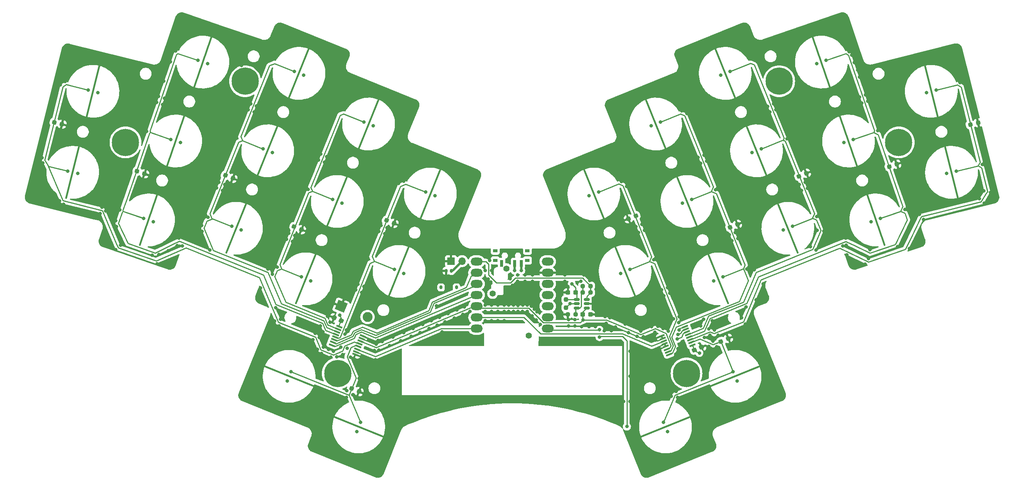
<source format=gbr>
%TF.GenerationSoftware,KiCad,Pcbnew,8.0.6-1.fc41*%
%TF.CreationDate,2024-11-30T15:40:14+11:00*%
%TF.ProjectId,katori,6b61746f-7269-42e6-9b69-6361645f7063,0.1*%
%TF.SameCoordinates,Original*%
%TF.FileFunction,Copper,L4,Bot*%
%TF.FilePolarity,Positive*%
%FSLAX46Y46*%
G04 Gerber Fmt 4.6, Leading zero omitted, Abs format (unit mm)*
G04 Created by KiCad (PCBNEW 8.0.6-1.fc41) date 2024-11-30 15:40:14*
%MOMM*%
%LPD*%
G01*
G04 APERTURE LIST*
G04 Aperture macros list*
%AMRoundRect*
0 Rectangle with rounded corners*
0 $1 Rounding radius*
0 $2 $3 $4 $5 $6 $7 $8 $9 X,Y pos of 4 corners*
0 Add a 4 corners polygon primitive as box body*
4,1,4,$2,$3,$4,$5,$6,$7,$8,$9,$2,$3,0*
0 Add four circle primitives for the rounded corners*
1,1,$1+$1,$2,$3*
1,1,$1+$1,$4,$5*
1,1,$1+$1,$6,$7*
1,1,$1+$1,$8,$9*
0 Add four rect primitives between the rounded corners*
20,1,$1+$1,$2,$3,$4,$5,0*
20,1,$1+$1,$4,$5,$6,$7,0*
20,1,$1+$1,$6,$7,$8,$9,0*
20,1,$1+$1,$8,$9,$2,$3,0*%
%AMRotRect*
0 Rectangle, with rotation*
0 The origin of the aperture is its center*
0 $1 length*
0 $2 width*
0 $3 Rotation angle, in degrees counterclockwise*
0 Add horizontal line*
21,1,$1,$2,0,0,$3*%
G04 Aperture macros list end*
%TA.AperFunction,ComponentPad*%
%ADD10C,0.800000*%
%TD*%
%TA.AperFunction,SMDPad,CuDef*%
%ADD11RoundRect,0.200000X2.266379X5.609459X2.266361X5.609466X-2.266379X-5.609459X-2.266361X-5.609466X0*%
%TD*%
%TA.AperFunction,ComponentPad*%
%ADD12O,2.750000X1.800000*%
%TD*%
%TA.AperFunction,ComponentPad*%
%ADD13C,1.397000*%
%TD*%
%TA.AperFunction,SMDPad,CuDef*%
%ADD14RoundRect,0.200000X1.969678X-5.720391X1.969697X-5.720384X-1.969678X5.720391X-1.969697X5.720384X0*%
%TD*%
%TA.AperFunction,SMDPad,CuDef*%
%ADD15RoundRect,0.200000X2.266361X-5.609466X2.266379X-5.609459X-2.266361X5.609466X-2.266379X5.609459X0*%
%TD*%
%TA.AperFunction,SMDPad,CuDef*%
%ADD16RoundRect,0.200000X5.609459X-2.266379X5.609466X-2.266361X-5.609459X2.266379X-5.609466X2.266361X0*%
%TD*%
%TA.AperFunction,SMDPad,CuDef*%
%ADD17RoundRect,0.200000X1.463618X-5.870292X1.463637X-5.870287X-1.463618X5.870292X-1.463637X5.870287X0*%
%TD*%
%TA.AperFunction,ComponentPad*%
%ADD18RotRect,2.250000X2.250000X68.000000*%
%TD*%
%TA.AperFunction,ComponentPad*%
%ADD19C,2.250000*%
%TD*%
%TA.AperFunction,SMDPad,CuDef*%
%ADD20RoundRect,0.200000X1.463637X5.870287X1.463618X5.870292X-1.463637X-5.870287X-1.463618X-5.870292X0*%
%TD*%
%TA.AperFunction,SMDPad,CuDef*%
%ADD21RoundRect,0.200000X1.969697X5.720384X1.969678X5.720391X-1.969697X-5.720384X-1.969678X-5.720391X0*%
%TD*%
%TA.AperFunction,SMDPad,CuDef*%
%ADD22RoundRect,0.200000X-5.609466X-2.266361X-5.609459X-2.266379X5.609466X2.266361X5.609459X2.266379X0*%
%TD*%
%TA.AperFunction,ComponentPad*%
%ADD23R,1.700000X1.700000*%
%TD*%
%TA.AperFunction,ComponentPad*%
%ADD24O,1.700000X1.700000*%
%TD*%
%TA.AperFunction,SMDPad,CuDef*%
%ADD25C,6.200000*%
%TD*%
%TA.AperFunction,SMDPad,CuDef*%
%ADD26RoundRect,0.100000X0.628540X-0.146093X-0.553619X0.331530X-0.628540X0.146093X0.553619X-0.331530X0*%
%TD*%
%TA.AperFunction,SMDPad,CuDef*%
%ADD27RoundRect,0.237500X-0.142827X-0.313858X0.320765X-0.126555X0.142827X0.313858X-0.320765X0.126555X0*%
%TD*%
%TA.AperFunction,SMDPad,CuDef*%
%ADD28RoundRect,0.237500X-0.367124X-0.107824X0.189186X-0.332588X0.367124X0.107824X-0.189186X0.332588X0*%
%TD*%
%TA.AperFunction,SMDPad,CuDef*%
%ADD29RoundRect,0.237500X0.250000X0.237500X-0.250000X0.237500X-0.250000X-0.237500X0.250000X-0.237500X0*%
%TD*%
%TA.AperFunction,SMDPad,CuDef*%
%ADD30RoundRect,0.150000X0.150000X0.275000X-0.150000X0.275000X-0.150000X-0.275000X0.150000X-0.275000X0*%
%TD*%
%TA.AperFunction,SMDPad,CuDef*%
%ADD31RoundRect,0.175000X0.175000X0.225000X-0.175000X0.225000X-0.175000X-0.225000X0.175000X-0.225000X0*%
%TD*%
%TA.AperFunction,SMDPad,CuDef*%
%ADD32RoundRect,0.237500X-0.237500X0.250000X-0.237500X-0.250000X0.237500X-0.250000X0.237500X0.250000X0*%
%TD*%
%TA.AperFunction,SMDPad,CuDef*%
%ADD33RoundRect,0.237500X-0.320765X-0.126555X0.142827X-0.313858X0.320765X0.126555X-0.142827X0.313858X0*%
%TD*%
%TA.AperFunction,SMDPad,CuDef*%
%ADD34RoundRect,0.237500X-0.300030X-0.169965X0.185117X-0.290926X0.300030X0.169965X-0.185117X0.290926X0*%
%TD*%
%TA.AperFunction,SMDPad,CuDef*%
%ADD35RoundRect,0.237500X-0.300000X-0.237500X0.300000X-0.237500X0.300000X0.237500X-0.300000X0.237500X0*%
%TD*%
%TA.AperFunction,SMDPad,CuDef*%
%ADD36RoundRect,0.100000X-0.553619X-0.331530X0.628540X0.146093X0.553619X0.331530X-0.628540X-0.146093X0*%
%TD*%
%TA.AperFunction,SMDPad,CuDef*%
%ADD37R,1.000000X0.800000*%
%TD*%
%TA.AperFunction,SMDPad,CuDef*%
%ADD38R,0.700000X1.500000*%
%TD*%
%TA.AperFunction,SMDPad,CuDef*%
%ADD39RoundRect,0.150000X0.512500X0.150000X-0.512500X0.150000X-0.512500X-0.150000X0.512500X-0.150000X0*%
%TD*%
%TA.AperFunction,SMDPad,CuDef*%
%ADD40RoundRect,0.237500X0.142827X0.313858X-0.320765X0.126555X-0.142827X-0.313858X0.320765X-0.126555X0*%
%TD*%
%TA.AperFunction,SMDPad,CuDef*%
%ADD41RoundRect,0.237500X-0.313702X-0.143169X0.159057X-0.305953X0.313702X0.143169X-0.159057X0.305953X0*%
%TD*%
%TA.AperFunction,SMDPad,CuDef*%
%ADD42RoundRect,0.237500X-0.185117X-0.290926X0.300030X-0.169965X0.185117X0.290926X-0.300030X0.169965X0*%
%TD*%
%TA.AperFunction,SMDPad,CuDef*%
%ADD43RoundRect,0.237500X-0.159057X-0.305953X0.313702X-0.143169X0.159057X0.305953X-0.313702X0.143169X0*%
%TD*%
%TA.AperFunction,SMDPad,CuDef*%
%ADD44RoundRect,0.237500X0.189186X0.332588X-0.367124X0.107824X-0.189186X-0.332588X0.367124X-0.107824X0*%
%TD*%
%TA.AperFunction,ViaPad*%
%ADD45C,0.800000*%
%TD*%
%TA.AperFunction,Conductor*%
%ADD46C,0.250000*%
%TD*%
%TA.AperFunction,Conductor*%
%ADD47C,0.500000*%
%TD*%
G04 APERTURE END LIST*
D10*
%TO.P,SW23,1,1*%
%TO.N,COL3*%
X111359378Y-112264370D03*
%TO.P,SW23,2,2*%
%TO.N,ROW2*%
X113491900Y-113125968D03*
D11*
%TO.P,SW23,3,SG*%
%TO.N,GND*%
X112425639Y-112695169D03*
%TD*%
D10*
%TO.P,SW13,1,1*%
%TO.N,COL2*%
X102639786Y-83126217D03*
%TO.P,SW13,2,2*%
%TO.N,ROW1*%
X104772308Y-83987815D03*
D11*
%TO.P,SW13,3,SG*%
%TO.N,GND*%
X103706047Y-83557016D03*
%TD*%
D12*
%TO.P,U1,1,PA02_A0_D0*%
%TO.N,ADC*%
X151230091Y-108757957D03*
%TO.P,U1,2,PA4_A1_D1*%
%TO.N,AMUX_SEL_0*%
X151230084Y-111297962D03*
%TO.P,U1,3,PA10_A2_D2*%
%TO.N,AMUX_SEL_1*%
X151230089Y-113837951D03*
%TO.P,U1,4,PA11_A3_D3*%
%TO.N,AMUX_SEL_2*%
X151230082Y-116377957D03*
%TO.P,U1,5,PA8_A4_D4_SDA*%
%TO.N,APLEX_OUT*%
X151230087Y-118917972D03*
%TO.P,U1,6,PA9_A5_D5_SCL*%
%TO.N,APLEX_EN1*%
X151230089Y-121457955D03*
%TO.P,U1,7,PB08_A6_D6_TX*%
%TO.N,APLEX_EN0*%
X151230090Y-123997960D03*
%TO.P,U1,8,PB09_A7_D7_RX*%
%TO.N,ROW3*%
X167420093Y-123997961D03*
%TO.P,U1,9,PA7_A8_D8_SCK*%
%TO.N,ROW2*%
X167420100Y-121457956D03*
%TO.P,U1,10,PA5_A9_D9_MISO*%
%TO.N,ROW1*%
X167420095Y-118917967D03*
%TO.P,U1,11,PA6_A10_D10_MOSI*%
%TO.N,ROW0*%
X167420102Y-116377961D03*
%TO.P,U1,12,3V3*%
%TO.N,+3V3*%
X167420097Y-113837946D03*
%TO.P,U1,13,GND*%
%TO.N,GND*%
X167420095Y-111297963D03*
%TO.P,U1,14,5V*%
%TO.N,unconnected-(U1-5V-Pad14)*%
X167420094Y-108757958D03*
D13*
%TO.P,U1,15,RESET*%
%TO.N,/NRST*%
X158048600Y-110352456D03*
%TO.P,U1,16,BAT+*%
%TO.N,+BATT*%
X154880093Y-116060954D03*
%TO.P,U1,17,NFC1*%
%TO.N,ADC_ENABLE*%
X163135096Y-125585951D03*
%TD*%
D10*
%TO.P,SW15,1,1*%
%TO.N,COL4*%
X132534633Y-110573633D03*
%TO.P,SW15,2,2*%
%TO.N,ROW1*%
X134667155Y-111435231D03*
D11*
%TO.P,SW15,3,SG*%
%TO.N,GND*%
X133600894Y-111004432D03*
%TD*%
D10*
%TO.P,SW9,1,1*%
%TO.N,COL8*%
X230779059Y-62991500D03*
%TO.P,SW9,2,2*%
%TO.N,ROW0*%
X228604367Y-63740306D03*
D14*
%TO.P,SW9,3,SG*%
%TO.N,GND*%
X229691713Y-63365903D03*
%TD*%
D10*
%TO.P,SW26,1,1*%
%TO.N,COL8*%
X243150654Y-98921208D03*
%TO.P,SW26,2,2*%
%TO.N,ROW2*%
X240975962Y-99670014D03*
D14*
%TO.P,SW26,3,SG*%
%TO.N,GND*%
X242063308Y-99295611D03*
%TD*%
D10*
%TO.P,SW8,1,1*%
%TO.N,COL7*%
X208892837Y-65509733D03*
%TO.P,SW8,2,2*%
%TO.N,ROW0*%
X206760315Y-66371331D03*
D15*
%TO.P,SW8,3,SG*%
%TO.N,GND*%
X207826576Y-65940532D03*
%TD*%
D10*
%TO.P,SW17,1,1*%
%TO.N,COL6*%
X200173244Y-94647890D03*
%TO.P,SW17,2,2*%
%TO.N,ROW1*%
X198040722Y-95509488D03*
D15*
%TO.P,SW17,3,SG*%
%TO.N,GND*%
X199106983Y-95078689D03*
%TD*%
D10*
%TO.P,SW4,1,1*%
%TO.N,COL3*%
X125594405Y-77031375D03*
%TO.P,SW4,2,2*%
%TO.N,ROW0*%
X127726927Y-77892973D03*
D11*
%TO.P,SW4,3,SG*%
%TO.N,GND*%
X126660666Y-77462174D03*
%TD*%
D10*
%TO.P,SW19,1,1*%
%TO.N,COL8*%
X236964845Y-80956343D03*
%TO.P,SW19,2,2*%
%TO.N,ROW1*%
X234790153Y-81705149D03*
D14*
%TO.P,SW19,3,SG*%
%TO.N,GND*%
X235877499Y-81330746D03*
%TD*%
D10*
%TO.P,SW28,1,1*%
%TO.N,ROW3*%
X123994722Y-147460504D03*
%TO.P,SW28,2,2*%
%TO.N,COL10*%
X124856320Y-145327982D03*
D16*
%TO.P,SW28,3,SG*%
%TO.N,GND*%
X124425521Y-146394243D03*
%TD*%
D10*
%TO.P,SW27,1,1*%
%TO.N,ROW3*%
X108157613Y-135938864D03*
%TO.P,SW27,2,2*%
%TO.N,COL10*%
X109019211Y-133806342D03*
D16*
%TO.P,SW27,3,SG*%
%TO.N,GND*%
X108588412Y-134872603D03*
%TD*%
D10*
%TO.P,SW10,1,1*%
%TO.N,COL9*%
X255820648Y-69740923D03*
%TO.P,SW10,2,2*%
%TO.N,ROW0*%
X253588968Y-70297343D03*
D17*
%TO.P,SW10,3,SG*%
%TO.N,GND*%
X254704808Y-70019133D03*
%TD*%
D18*
%TO.P,RESET1,1,1*%
%TO.N,GND*%
X120401542Y-118951403D03*
D19*
%TO.P,RESET1,2,2*%
%TO.N,/NRST*%
X126428237Y-121386346D03*
%TD*%
D10*
%TO.P,SW24,1,1*%
%TO.N,COL6*%
X207290745Y-112264373D03*
%TO.P,SW24,2,2*%
%TO.N,ROW2*%
X205158223Y-113125971D03*
D15*
%TO.P,SW24,3,SG*%
%TO.N,GND*%
X206224484Y-112695172D03*
%TD*%
D10*
%TO.P,SW6,1,1*%
%TO.N,COL5*%
X178997996Y-92957156D03*
%TO.P,SW6,2,2*%
%TO.N,ROW0*%
X176865474Y-93818754D03*
D15*
%TO.P,SW6,3,SG*%
%TO.N,GND*%
X177931735Y-93387955D03*
%TD*%
D10*
%TO.P,SW7,1,1*%
%TO.N,COL6*%
X193055702Y-77031384D03*
%TO.P,SW7,2,2*%
%TO.N,ROW0*%
X190923180Y-77892982D03*
D15*
%TO.P,SW7,3,SG*%
%TO.N,GND*%
X191989441Y-77462183D03*
%TD*%
D10*
%TO.P,SW20,1,1*%
%TO.N,COL9*%
X260417185Y-88176565D03*
%TO.P,SW20,2,2*%
%TO.N,ROW1*%
X258185505Y-88732985D03*
D17*
%TO.P,SW20,3,SG*%
%TO.N,GND*%
X259301345Y-88454775D03*
%TD*%
D10*
%TO.P,SW1,1,1*%
%TO.N,COL0*%
X62829484Y-69740938D03*
%TO.P,SW1,2,2*%
%TO.N,ROW0*%
X65061164Y-70297358D03*
D20*
%TO.P,SW1,3,SG*%
%TO.N,GND*%
X63945324Y-70019148D03*
%TD*%
D10*
%TO.P,SW2,1,1*%
%TO.N,COL1*%
X87871083Y-62991481D03*
%TO.P,SW2,2,2*%
%TO.N,ROW0*%
X90045775Y-63740285D03*
D21*
%TO.P,SW2,3,SG*%
%TO.N,GND*%
X88958429Y-63365883D03*
%TD*%
D10*
%TO.P,SW25,1,1*%
%TO.N,COL7*%
X223127879Y-100742735D03*
%TO.P,SW25,2,2*%
%TO.N,ROW2*%
X220995357Y-101604333D03*
D15*
%TO.P,SW25,3,SG*%
%TO.N,GND*%
X222061618Y-101173534D03*
%TD*%
D10*
%TO.P,SW30,1,1*%
%TO.N,COL11*%
X209630930Y-133806336D03*
%TO.P,SW30,2,2*%
%TO.N,ROW3*%
X210492528Y-135938858D03*
D22*
%TO.P,SW30,3,SG*%
%TO.N,GND*%
X210061729Y-134872597D03*
%TD*%
D10*
%TO.P,SW18,1,1*%
%TO.N,COL7*%
X216010350Y-83126224D03*
%TO.P,SW18,2,2*%
%TO.N,ROW1*%
X213877828Y-83987822D03*
D15*
%TO.P,SW18,3,SG*%
%TO.N,GND*%
X214944089Y-83557023D03*
%TD*%
D10*
%TO.P,SW22,1,1*%
%TO.N,COL2*%
X95522260Y-100742725D03*
%TO.P,SW22,2,2*%
%TO.N,ROW2*%
X97654782Y-101604323D03*
D11*
%TO.P,SW22,3,SG*%
%TO.N,GND*%
X96588521Y-101173524D03*
%TD*%
D23*
%TO.P,J2,1,Pin_1*%
%TO.N,GND*%
X145406651Y-108668870D03*
D24*
%TO.P,J2,2,Pin_2*%
%TO.N,/BATT_RAW*%
X147946661Y-108668871D03*
%TD*%
D10*
%TO.P,SW14,1,1*%
%TO.N,COL3*%
X118476918Y-94647865D03*
%TO.P,SW14,2,2*%
%TO.N,ROW1*%
X120609440Y-95509463D03*
D11*
%TO.P,SW14,3,SG*%
%TO.N,GND*%
X119543179Y-95078664D03*
%TD*%
D10*
%TO.P,SW16,1,1*%
%TO.N,COL5*%
X186115504Y-110573651D03*
%TO.P,SW16,2,2*%
%TO.N,ROW1*%
X183982982Y-111435249D03*
D15*
%TO.P,SW16,3,SG*%
%TO.N,GND*%
X185049243Y-111004450D03*
%TD*%
D10*
%TO.P,SW3,1,1*%
%TO.N,COL2*%
X109757312Y-65509746D03*
%TO.P,SW3,2,2*%
%TO.N,ROW0*%
X111889834Y-66371344D03*
D11*
%TO.P,SW3,3,SG*%
%TO.N,GND*%
X110823573Y-65940545D03*
%TD*%
D10*
%TO.P,SW5,1,1*%
%TO.N,COL4*%
X139652158Y-92957142D03*
%TO.P,SW5,2,2*%
%TO.N,ROW0*%
X141784680Y-93818740D03*
D11*
%TO.P,SW5,3,SG*%
%TO.N,GND*%
X140718419Y-93387941D03*
%TD*%
D10*
%TO.P,SW29,1,1*%
%TO.N,COL11*%
X193793814Y-145327967D03*
%TO.P,SW29,2,2*%
%TO.N,ROW3*%
X194655412Y-147460489D03*
D22*
%TO.P,SW29,3,SG*%
%TO.N,GND*%
X194224613Y-146394228D03*
%TD*%
D10*
%TO.P,SW11,1,1*%
%TO.N,COL0*%
X58232967Y-88176546D03*
%TO.P,SW11,2,2*%
%TO.N,ROW1*%
X60464647Y-88732966D03*
D20*
%TO.P,SW11,3,SG*%
%TO.N,GND*%
X59348807Y-88454756D03*
%TD*%
D10*
%TO.P,SW12,1,1*%
%TO.N,COL1*%
X81685275Y-80956340D03*
%TO.P,SW12,2,2*%
%TO.N,ROW1*%
X83859967Y-81705144D03*
D21*
%TO.P,SW12,3,SG*%
%TO.N,GND*%
X82772621Y-81330742D03*
%TD*%
D10*
%TO.P,SW21,1,1*%
%TO.N,COL1*%
X75499508Y-98921194D03*
%TO.P,SW21,2,2*%
%TO.N,ROW2*%
X77674200Y-99669998D03*
D21*
%TO.P,SW21,3,SG*%
%TO.N,GND*%
X76586854Y-99295596D03*
%TD*%
D25*
%TO.P,H6,1*%
%TO.N,N/C*%
X199010500Y-134214536D03*
%TD*%
D26*
%TO.P,U2,1,A4*%
%TO.N,GND*%
X125325927Y-125699660D03*
%TO.P,U2,2,A6*%
X125082433Y-126302330D03*
%TO.P,U2,3,A*%
%TO.N,APLEX_OUT*%
X124838940Y-126904992D03*
%TO.P,U2,4,A7*%
%TO.N,COL0*%
X124595463Y-127507661D03*
%TO.P,U2,5,A5*%
%TO.N,COL10*%
X124351951Y-128110330D03*
%TO.P,U2,6,~{E}*%
%TO.N,APLEX_EN0*%
X124108455Y-128712997D03*
%TO.P,U2,7,VEE*%
%TO.N,GND*%
X123864971Y-129315669D03*
%TO.P,U2,8,GND*%
X123621474Y-129918331D03*
%TO.P,U2,9,S2*%
%TO.N,AMUX_SEL_2*%
X118313353Y-127773706D03*
%TO.P,U2,10,S1*%
%TO.N,AMUX_SEL_1*%
X118556847Y-127171036D03*
%TO.P,U2,11,S0*%
%TO.N,AMUX_SEL_0*%
X118800340Y-126568374D03*
%TO.P,U2,12,A3*%
%TO.N,COL4*%
X119043817Y-125965705D03*
%TO.P,U2,13,A0*%
%TO.N,COL1*%
X119287329Y-125363036D03*
%TO.P,U2,14,A1*%
%TO.N,COL2*%
X119530825Y-124760369D03*
%TO.P,U2,15,A2*%
%TO.N,COL3*%
X119774309Y-124157697D03*
%TO.P,U2,16,VCC*%
%TO.N,+3V3*%
X120017806Y-123555035D03*
%TD*%
D27*
%TO.P,R13,1*%
%TO.N,COL7*%
X224577720Y-89355354D03*
%TO.P,R13,2*%
%TO.N,GND*%
X226269832Y-88671720D03*
%TD*%
D28*
%TO.P,C1,1*%
%TO.N,GND*%
X118826396Y-121573810D03*
%TO.P,C1,2*%
%TO.N,+3V3*%
X120425792Y-122220010D03*
%TD*%
D25*
%TO.P,H2,1*%
%TO.N,N/C*%
X220089335Y-67729886D03*
%TD*%
D29*
%TO.P,R8,1*%
%TO.N,Net-(U3--)*%
X173789055Y-120821102D03*
%TO.P,R8,2*%
%TO.N,GND*%
X171964045Y-120821076D03*
%TD*%
D27*
%TO.P,R12,1*%
%TO.N,COL11*%
X206827756Y-126941482D03*
%TO.P,R12,2*%
%TO.N,GND*%
X208519860Y-126257850D03*
%TD*%
D25*
%TO.P,H1,1*%
%TO.N,N/C*%
X98560809Y-67729873D03*
%TD*%
D27*
%TO.P,R14,1*%
%TO.N,COL6*%
X208901104Y-100973939D03*
%TO.P,R14,2*%
%TO.N,GND*%
X210593216Y-100290305D03*
%TD*%
D30*
%TO.P,J1,1,Pin_1*%
%TO.N,/BATT_RAW*%
X145508000Y-110873000D03*
%TO.P,J1,2,Pin_2*%
%TO.N,GND*%
X144307992Y-110872999D03*
D31*
%TO.P,J1,MP*%
%TO.N,N/C*%
X146658001Y-114647995D03*
X143157997Y-114648004D03*
%TD*%
D32*
%TO.P,R16,1*%
%TO.N,+3V3*%
X171539062Y-117408622D03*
%TO.P,R16,2*%
%TO.N,ADC_ENABLE*%
X171539052Y-119233612D03*
%TD*%
D33*
%TO.P,R4,1*%
%TO.N,COL4*%
X130732724Y-99383845D03*
%TO.P,R4,2*%
%TO.N,GND*%
X132424824Y-100067475D03*
%TD*%
D34*
%TO.P,R6,1*%
%TO.N,COL0*%
X55120499Y-77068493D03*
%TO.P,R6,2*%
%TO.N,GND*%
X56891287Y-77510007D03*
%TD*%
D35*
%TO.P,C2,1*%
%TO.N,GND*%
X172039067Y-115821105D03*
%TO.P,C2,2*%
%TO.N,+3V3*%
X173764065Y-115821103D03*
%TD*%
D36*
%TO.P,U4,1,A4*%
%TO.N,COL6*%
X195028666Y-129918335D03*
%TO.P,U4,2,A6*%
%TO.N,COL5*%
X194785177Y-129315669D03*
%TO.P,U4,3,A*%
%TO.N,APLEX_OUT*%
X194541683Y-128712996D03*
%TO.P,U4,4,A7*%
%TO.N,GND*%
X194298196Y-128110320D03*
%TO.P,U4,5,A5*%
X194054704Y-127507656D03*
%TO.P,U4,6,~{E}*%
%TO.N,APLEX_EN1*%
X193811201Y-126904987D03*
%TO.P,U4,7,VEE*%
%TO.N,GND*%
X193567704Y-126302322D03*
%TO.P,U4,8,GND*%
X193324222Y-125699652D03*
%TO.P,U4,9,S2*%
%TO.N,AMUX_SEL_2*%
X198632338Y-123555025D03*
%TO.P,U4,10,S1*%
%TO.N,AMUX_SEL_1*%
X198875827Y-124157691D03*
%TO.P,U4,11,S0*%
%TO.N,AMUX_SEL_0*%
X199119321Y-124760364D03*
%TO.P,U4,12,A3*%
%TO.N,COL7*%
X199362808Y-125363040D03*
%TO.P,U4,13,A0*%
%TO.N,COL8*%
X199606300Y-125965704D03*
%TO.P,U4,14,A1*%
%TO.N,COL9*%
X199849803Y-126568373D03*
%TO.P,U4,15,A2*%
%TO.N,COL11*%
X200093300Y-127171038D03*
%TO.P,U4,16,VCC*%
%TO.N,+3V3*%
X200336782Y-127773708D03*
%TD*%
D29*
%TO.P,R9,1*%
%TO.N,ADC*%
X177201557Y-114321118D03*
%TO.P,R9,2*%
%TO.N,Net-(U3--)*%
X175376547Y-114321092D03*
%TD*%
D37*
%TO.P,SW31,*%
%TO.N,*%
X155507605Y-108503449D03*
X155507606Y-106293443D03*
X162807597Y-106293438D03*
X162807598Y-108503435D03*
D38*
%TO.P,SW31,1,A*%
%TO.N,unconnected-(SW31-A-Pad1)*%
X156907590Y-109153445D03*
%TO.P,SW31,2,B*%
%TO.N,/BATT_RAW*%
X159907608Y-109153441D03*
%TO.P,SW31,3,C*%
%TO.N,+BATT*%
X161407606Y-109153441D03*
%TD*%
D33*
%TO.P,R2,1*%
%TO.N,COL2*%
X94066019Y-89136456D03*
%TO.P,R2,2*%
%TO.N,GND*%
X95758137Y-89820086D03*
%TD*%
%TO.P,R3,1*%
%TO.N,COL3*%
X109688212Y-100821654D03*
%TO.P,R3,2*%
%TO.N,GND*%
X111380312Y-101505284D03*
%TD*%
D39*
%TO.P,U3,1*%
%TO.N,ADC*%
X176289059Y-117421106D03*
%TO.P,U3,2,V-*%
%TO.N,GND*%
X176289062Y-118371124D03*
%TO.P,U3,3,+*%
%TO.N,APLEX_OUT*%
X176289060Y-119321108D03*
%TO.P,U3,4,-*%
%TO.N,Net-(U3--)*%
X174014071Y-119321116D03*
%TO.P,U3,5,ENABLE*%
%TO.N,ADC_ENABLE*%
X174014068Y-118371098D03*
%TO.P,U3,6,V+*%
%TO.N,+3V3*%
X174014070Y-117421114D03*
%TD*%
D25*
%TO.P,H3,1*%
%TO.N,N/C*%
X71350042Y-81656173D03*
%TD*%
D29*
%TO.P,R7,1*%
%TO.N,ADC*%
X177201558Y-115821129D03*
%TO.P,R7,2*%
%TO.N,Net-(U3--)*%
X175376548Y-115821103D03*
%TD*%
D40*
%TO.P,R15,1*%
%TO.N,COL5*%
X187486952Y-98342938D03*
%TO.P,R15,2*%
%TO.N,GND*%
X185794842Y-99026580D03*
%TD*%
D41*
%TO.P,R1,1*%
%TO.N,COL1*%
X73960450Y-88182852D03*
%TO.P,R1,2*%
%TO.N,GND*%
X75686040Y-88776996D03*
%TD*%
D42*
%TO.P,R11,1*%
%TO.N,COL9*%
X263577924Y-77613646D03*
%TO.P,R11,2*%
%TO.N,GND*%
X265348706Y-77172144D03*
%TD*%
D43*
%TO.P,R10,1*%
%TO.N,COL8*%
X245119584Y-87205966D03*
%TO.P,R10,2*%
%TO.N,GND*%
X246845146Y-86611820D03*
%TD*%
D33*
%TO.P,R5,1*%
%TO.N,COL10*%
X122774767Y-137665429D03*
%TO.P,R5,2*%
%TO.N,GND*%
X124466885Y-138349059D03*
%TD*%
D25*
%TO.P,H4,1*%
%TO.N,N/C*%
X247300112Y-81656169D03*
%TD*%
D35*
%TO.P,C3,1*%
%TO.N,APLEX_OUT*%
X175426537Y-120821104D03*
%TO.P,C3,2*%
%TO.N,GND*%
X177151535Y-120821102D03*
%TD*%
D25*
%TO.P,H5,1*%
%TO.N,N/C*%
X119639628Y-134214560D03*
%TD*%
D44*
%TO.P,C4,1*%
%TO.N,GND*%
X202385056Y-128254284D03*
%TO.P,C4,2*%
%TO.N,+3V3*%
X200785646Y-128900490D03*
%TD*%
D45*
%TO.N,GND*%
X128255700Y-131089809D03*
X143422924Y-124725637D03*
X191542607Y-108355346D03*
X214383180Y-110629162D03*
X106447310Y-101456184D03*
X177261737Y-106528790D03*
X192452323Y-123498843D03*
X186164056Y-134873000D03*
X130865803Y-101075834D03*
X115255750Y-85655335D03*
X248131598Y-70616406D03*
X164825708Y-122096291D03*
X84314570Y-105182491D03*
X181552942Y-121561819D03*
X198189811Y-67543505D03*
X105894729Y-110025096D03*
X232809768Y-54883766D03*
X227178890Y-105373073D03*
X162766772Y-120094249D03*
X148910908Y-89647523D03*
X182427549Y-140779986D03*
X116807775Y-149306992D03*
X109332818Y-104185884D03*
X238372939Y-66752144D03*
X153866766Y-112752535D03*
X180263335Y-124488585D03*
X127656180Y-98412920D03*
X125630824Y-114433983D03*
X181933335Y-124488585D03*
X148113684Y-120783318D03*
X228247960Y-89826091D03*
X113757681Y-85063888D03*
X210669749Y-103509426D03*
X178753244Y-117028997D03*
X266277419Y-86703949D03*
X83042215Y-56639052D03*
X112843521Y-83876703D03*
X95982159Y-72895547D03*
X99278367Y-74213944D03*
X193247904Y-98227828D03*
X69131879Y-106050900D03*
X128786602Y-126723111D03*
X137155856Y-74424251D03*
X128978206Y-101877058D03*
X93649958Y-73893301D03*
X133971926Y-126786131D03*
X212412084Y-123000702D03*
X92077305Y-92037224D03*
X78957745Y-107173643D03*
X199134658Y-75083145D03*
X235401937Y-99411924D03*
X219329969Y-74224360D03*
X228762253Y-101688677D03*
X185788446Y-124934910D03*
X52330333Y-85173908D03*
X160676000Y-120094246D03*
X207292666Y-77593735D03*
X136380234Y-125763874D03*
X120230576Y-108870923D03*
X189204664Y-125891786D03*
X160691000Y-118719000D03*
X120316916Y-128277376D03*
X122584042Y-130530070D03*
X223537655Y-75338607D03*
X200864379Y-61312898D03*
X139003063Y-123075319D03*
X142303389Y-123249637D03*
X204122324Y-144749173D03*
X240726875Y-106039566D03*
X57606253Y-67815923D03*
X268158849Y-93039543D03*
X170751210Y-120819247D03*
X69964822Y-75749137D03*
X121798013Y-152724807D03*
X82761886Y-60866471D03*
X126180333Y-98646014D03*
X140448335Y-124037058D03*
X176815896Y-123594247D03*
X111894401Y-77935296D03*
X239754240Y-70860531D03*
X119474991Y-66132065D03*
X136914482Y-118331658D03*
X103854458Y-95384506D03*
X205830053Y-128126523D03*
X136182393Y-140779736D03*
X164995096Y-120215067D03*
X154191000Y-108535000D03*
X162253333Y-113247955D03*
X78879432Y-71150783D03*
X192352053Y-100270105D03*
X224216323Y-77021560D03*
X65549904Y-97803183D03*
X228345503Y-91337167D03*
X121777728Y-128532459D03*
X83528267Y-103405973D03*
X120506733Y-67269346D03*
X205055414Y-85276477D03*
X65999459Y-96376546D03*
X237203523Y-63452677D03*
X186164052Y-140584000D03*
X248696869Y-96952874D03*
X85938426Y-90890946D03*
X125298200Y-130602107D03*
X154629159Y-118644244D03*
X76171438Y-79140722D03*
X191202800Y-92138206D03*
X134674616Y-124912639D03*
X121076866Y-107395126D03*
X99023554Y-58203696D03*
X157548000Y-120094245D03*
X126404801Y-88769900D03*
X161749000Y-118644246D03*
X92294006Y-77249381D03*
X204069448Y-124081581D03*
X202027892Y-149411155D03*
X235987799Y-61006122D03*
X105541980Y-119282705D03*
X120331069Y-113268928D03*
X89368993Y-90943010D03*
X121535349Y-112828759D03*
X138644532Y-116022070D03*
X199995752Y-68310083D03*
X172991775Y-104458271D03*
X228607981Y-98490019D03*
X191884154Y-90598000D03*
X187689492Y-149933001D03*
X239686188Y-109318660D03*
X117242776Y-60873290D03*
X212565266Y-119125789D03*
X144093348Y-122489843D03*
X197353787Y-121274808D03*
X210867085Y-141991556D03*
X197939314Y-74505566D03*
X171335576Y-113247961D03*
X189697611Y-92212366D03*
X110141068Y-85023833D03*
X163736975Y-118956943D03*
X199336815Y-115543540D03*
X128335543Y-100013412D03*
X170431003Y-107542037D03*
X66426802Y-89590445D03*
X230260979Y-101826578D03*
X134234981Y-119411836D03*
X121514243Y-114341939D03*
X104752495Y-111651819D03*
X105842563Y-102819945D03*
X139905471Y-116950370D03*
X131433435Y-127863662D03*
X204090945Y-128061154D03*
X266714088Y-95475493D03*
X140955764Y-122246455D03*
X129521377Y-100532641D03*
X158576000Y-120094245D03*
X248511906Y-72309127D03*
X102729330Y-60944937D03*
X114364109Y-83731221D03*
X219578004Y-57906275D03*
X110732797Y-78904167D03*
X192763815Y-128411399D03*
X197050074Y-128577068D03*
X169367024Y-88405428D03*
X165770657Y-123064852D03*
X234601778Y-101308411D03*
X215158991Y-96676601D03*
X153179159Y-120094244D03*
X184996302Y-123023449D03*
X233396484Y-53518821D03*
X104938429Y-101628499D03*
X191072523Y-123573247D03*
X175100587Y-123594238D03*
X79218957Y-67705737D03*
X197240125Y-122634513D03*
X172030252Y-114444602D03*
X224643703Y-74311130D03*
X203005879Y-84540678D03*
X170024788Y-90468093D03*
X90086951Y-98662999D03*
X77357132Y-72160152D03*
X198146887Y-113463217D03*
X164381515Y-119601485D03*
X227163282Y-81082433D03*
X203093645Y-150484230D03*
X158576000Y-118644245D03*
X112919565Y-92371154D03*
X142778251Y-121472838D03*
X65729705Y-90444290D03*
X114981693Y-128759010D03*
X114003658Y-126508130D03*
X70251021Y-105019367D03*
X193879795Y-116543419D03*
X118692171Y-129200225D03*
X124761691Y-154039027D03*
X208851544Y-86762293D03*
X182694675Y-75463340D03*
X146790592Y-119769712D03*
X180451214Y-121323859D03*
X106657479Y-121910681D03*
X202204627Y-86428263D03*
X88687615Y-100546457D03*
X133495874Y-91026005D03*
X191181204Y-99335302D03*
X147063953Y-96122295D03*
X142653812Y-106409316D03*
X199758074Y-60261902D03*
X196516825Y-129833335D03*
X205384624Y-124315906D03*
X138365466Y-124921182D03*
X186164054Y-129183852D03*
X196967864Y-139705902D03*
X123254665Y-130855006D03*
X125087635Y-115778399D03*
X184714052Y-140584000D03*
X217985560Y-74767539D03*
X168522033Y-90568225D03*
X142093368Y-118820141D03*
X123036544Y-139087473D03*
X184491135Y-79958320D03*
X184415117Y-83750919D03*
X209325342Y-104052593D03*
X66874381Y-97212457D03*
X95071915Y-65955624D03*
X191810432Y-124838998D03*
X121899818Y-109202593D03*
X220745000Y-59037991D03*
X247007066Y-105376591D03*
X68651301Y-74876639D03*
X148544720Y-88834025D03*
X153221000Y-110756664D03*
X265618786Y-94483062D03*
X194841499Y-124574347D03*
X220158198Y-73902805D03*
X215557048Y-59290793D03*
X211500325Y-101584918D03*
X208949595Y-56555010D03*
X175187477Y-108729983D03*
X153179159Y-122185628D03*
X116600169Y-86198511D03*
X196528893Y-109523073D03*
X172176212Y-121960622D03*
X127412521Y-101230459D03*
X89346552Y-80735293D03*
X236099570Y-55332094D03*
X135348409Y-73727020D03*
X171335573Y-111797964D03*
X188624277Y-124562405D03*
X70405543Y-72243053D03*
X218786793Y-72879950D03*
X191834556Y-97564195D03*
X252717033Y-88916846D03*
X121662316Y-139696427D03*
X123743221Y-115235225D03*
X208906209Y-58063795D03*
X226534307Y-92055699D03*
X117886513Y-122597551D03*
X157548000Y-118644245D03*
X251210224Y-89650458D03*
X92620457Y-90692815D03*
X226078600Y-82137991D03*
X184902097Y-73694022D03*
X101165972Y-73412711D03*
X128412031Y-127566665D03*
X78510369Y-109272418D03*
X161702000Y-120094246D03*
X70025924Y-97003094D03*
X213016891Y-101723093D03*
X228440967Y-106156563D03*
X219374004Y-59510068D03*
X120772076Y-129892582D03*
X220174289Y-72386840D03*
X217442360Y-73423121D03*
X102625429Y-59389176D03*
X215457215Y-60802514D03*
X135215155Y-139589609D03*
X208534902Y-85138574D03*
X252912918Y-99183256D03*
X175608347Y-111827535D03*
X130322624Y-102420250D03*
X129792893Y-126984799D03*
X108531581Y-102298263D03*
X249688994Y-105795125D03*
X154508115Y-113393885D03*
X234751419Y-55870531D03*
X238855323Y-72703600D03*
X208782147Y-102708191D03*
X162805560Y-118644246D03*
X153179159Y-118640278D03*
X96294632Y-63745989D03*
X113012330Y-144076522D03*
X93421717Y-92580400D03*
X212126081Y-102921018D03*
X69268227Y-100789093D03*
X197458045Y-107334105D03*
X97833452Y-59327462D03*
X195224212Y-116000239D03*
X81577181Y-63315964D03*
X170493786Y-89437873D03*
X199957108Y-69824610D03*
X119437733Y-130458964D03*
X239983022Y-66610470D03*
X235203281Y-103462743D03*
X102695093Y-96343543D03*
X203066016Y-126050871D03*
X92574573Y-72828111D03*
X135057154Y-79826176D03*
X77377985Y-70650492D03*
X211541671Y-121537221D03*
X134703416Y-90498891D03*
X171610421Y-96323120D03*
X85939693Y-55232116D03*
X136166393Y-72082976D03*
X134998605Y-83287585D03*
X80067527Y-67700295D03*
X127997560Y-128963086D03*
X131838352Y-151104490D03*
X118330541Y-59826501D03*
X204857536Y-122239919D03*
X115798921Y-84310913D03*
X106313356Y-123401043D03*
X234608224Y-105228693D03*
X148456210Y-119062701D03*
X198075903Y-115008308D03*
X178292346Y-123594237D03*
X235459303Y-107257068D03*
X221899385Y-80796444D03*
X208354179Y-78685377D03*
X124525041Y-135316329D03*
X215674008Y-102850976D03*
X136790013Y-124014689D03*
X183957872Y-72525298D03*
X159348092Y-114206429D03*
X176843516Y-107612095D03*
X133874047Y-80749934D03*
X133704853Y-79233361D03*
X196853888Y-152946305D03*
X115656561Y-150272453D03*
X117273369Y-121193618D03*
X251979013Y-97977960D03*
X185715794Y-80821271D03*
X109483768Y-57737178D03*
X188067391Y-102157239D03*
X171953122Y-108729987D03*
X205108576Y-145890285D03*
X193854907Y-154129801D03*
X236616661Y-61748296D03*
X80250429Y-71622860D03*
X184201837Y-90567281D03*
X178039042Y-118821124D03*
X109875987Y-102841458D03*
X70522103Y-70572993D03*
X205024977Y-126882399D03*
X231484039Y-92669392D03*
X118102725Y-130526106D03*
X156098000Y-120094245D03*
X159618000Y-118644245D03*
X91443008Y-75484935D03*
X247448752Y-74853851D03*
X235295840Y-105003950D03*
X183399496Y-139584214D03*
X87082532Y-91894850D03*
X156098000Y-118644245D03*
X184951029Y-121445115D03*
X197433899Y-68797860D03*
X103739712Y-110417412D03*
X132168664Y-125976348D03*
X77420386Y-107303234D03*
X85876811Y-53721297D03*
X202931912Y-121898758D03*
X157548000Y-122185630D03*
X204560475Y-83911796D03*
X180718166Y-122782708D03*
X121688751Y-138143232D03*
X146182699Y-121602975D03*
X163981007Y-113247957D03*
X149722628Y-120100362D03*
X114505798Y-125147124D03*
X222402005Y-63850276D03*
X134277261Y-117875870D03*
X235127039Y-54362874D03*
X107988392Y-103642698D03*
X195522614Y-139399702D03*
X121247855Y-125282192D03*
X95952086Y-71380071D03*
X82386524Y-55345587D03*
X238383250Y-71332612D03*
X154671000Y-110756664D03*
X154629159Y-120094244D03*
X175527615Y-106829996D03*
X188868626Y-100269642D03*
X52534197Y-86311405D03*
X215995330Y-104399737D03*
X128981695Y-128904361D03*
X154629159Y-122185629D03*
X130946389Y-149861371D03*
X193672566Y-124016807D03*
X126429896Y-97506458D03*
X212010556Y-142971619D03*
X266690672Y-92665151D03*
X240226327Y-72231531D03*
X187764441Y-125773668D03*
X194681030Y-114655822D03*
X178039033Y-117821113D03*
X57293923Y-95700400D03*
X150430430Y-89510111D03*
X201661457Y-85083862D03*
X89661744Y-83384848D03*
X253036881Y-90719869D03*
X210126568Y-102164996D03*
X248646027Y-73931597D03*
X99204454Y-59799536D03*
X196009563Y-121822548D03*
X172176211Y-123410641D03*
X79778357Y-72993860D03*
X240438175Y-108072150D03*
X192490100Y-95324515D03*
X178461147Y-120845357D03*
X69146322Y-99467238D03*
X225809795Y-77195550D03*
X186947803Y-151208148D03*
X242509815Y-78985178D03*
X174995105Y-113247965D03*
X117542637Y-128708977D03*
X159649000Y-120094245D03*
X206205949Y-125547944D03*
X193336615Y-115198999D03*
X237957110Y-65180545D03*
X114113694Y-143032554D03*
X176283634Y-105379150D03*
X125212434Y-89678092D03*
X146499825Y-105565179D03*
X190897311Y-89449408D03*
X187524209Y-100812822D03*
X56491681Y-68583363D03*
X119300126Y-115281786D03*
X109367363Y-56204946D03*
X89392492Y-89422184D03*
X225291470Y-75808714D03*
X162253333Y-111797955D03*
X139566620Y-113976695D03*
X143429517Y-108320604D03*
X145756248Y-104816118D03*
X149627985Y-87747508D03*
X212736606Y-110423642D03*
X214195385Y-95500385D03*
X121616747Y-124369147D03*
X169014317Y-106542297D03*
X97714016Y-64128072D03*
X216425158Y-113869390D03*
X117143357Y-84854098D03*
X191962755Y-126599556D03*
X124286414Y-113890810D03*
X196629999Y-138277123D03*
X99821549Y-72869535D03*
X177010611Y-113097634D03*
X105268594Y-122349646D03*
X115985080Y-129670519D03*
X185391440Y-91663301D03*
X182875207Y-123698307D03*
X109904873Y-86690537D03*
X115418481Y-126077043D03*
X156098000Y-122185630D03*
X116337132Y-128241272D03*
X241457386Y-70274104D03*
X56340394Y-94962359D03*
X120943452Y-65872433D03*
X183301791Y-82699244D03*
X232695878Y-91696575D03*
X81104047Y-106310984D03*
X242888721Y-70422287D03*
X232336917Y-53513034D03*
X205600329Y-92429580D03*
X198236945Y-109046289D03*
X128969024Y-94916650D03*
X141462923Y-107314749D03*
X203549058Y-85885073D03*
X173626210Y-121960628D03*
X239516278Y-68027718D03*
X173626214Y-123410632D03*
X77922830Y-66963421D03*
X241946095Y-71639382D03*
X225991124Y-90711297D03*
X171331005Y-109466640D03*
X102060665Y-114792271D03*
X116277687Y-124799854D03*
X214838051Y-117482432D03*
X160553333Y-113247955D03*
X93964900Y-91235993D03*
X88739849Y-101911846D03*
X78407370Y-72521777D03*
X204344921Y-125534153D03*
X189411806Y-101614058D03*
X163892710Y-121163290D03*
X100622796Y-74757124D03*
X90512643Y-106122805D03*
X136093462Y-82239495D03*
X163981009Y-111797957D03*
X225189882Y-92598880D03*
X83115811Y-105158644D03*
X158852347Y-112681347D03*
X202267365Y-123407570D03*
X184210795Y-75318294D03*
X206060757Y-84088359D03*
X160553333Y-111797955D03*
X127249168Y-95478711D03*
X196684515Y-67369753D03*
X261251868Y-68054263D03*
X90619704Y-76777814D03*
X224646710Y-91254465D03*
X115670846Y-123408154D03*
X144776536Y-120624628D03*
%TO.N,+3V3*%
X172896078Y-113840632D03*
X201932334Y-129569667D03*
X120119121Y-120985242D03*
%TO.N,APLEX_OUT*%
X175439068Y-122048862D03*
%TO.N,/BATT_RAW*%
X159907610Y-110817389D03*
%TO.N,ADC_ENABLE*%
X172539060Y-118371103D03*
%TO.N,ROW3*%
X179189066Y-124288957D03*
X179209000Y-125938588D03*
X185437050Y-146293391D03*
%TO.N,+BATT*%
X161407609Y-110821666D03*
%TO.N,AMUX_SEL_1*%
X197044415Y-125352560D03*
%TO.N,AMUX_SEL_2*%
X197278495Y-124380345D03*
%TO.N,AMUX_SEL_0*%
X196930627Y-126346070D03*
%TD*%
D46*
%TO.N,GND*%
X176289060Y-118371100D02*
X177489073Y-118371103D01*
X177151532Y-120821098D02*
X178436894Y-120821104D01*
X178436894Y-120821104D02*
X178461147Y-120845357D01*
X194097204Y-127407480D02*
X194054692Y-127507658D01*
X172030263Y-115812305D02*
X172039068Y-115821102D01*
X177489073Y-118371103D02*
X178039033Y-117821113D01*
X192141987Y-126177302D02*
X193324219Y-125699649D01*
X192959635Y-127950091D02*
X194054701Y-127507654D01*
X191962755Y-126599556D02*
X192141987Y-126177302D01*
X128334300Y-126915099D02*
X125325934Y-125699645D01*
X192763815Y-128411399D02*
X192959635Y-127950091D01*
X124935769Y-129748292D02*
X125298200Y-130602107D01*
X191962755Y-126599556D02*
X192386662Y-126779493D01*
X192386662Y-126779493D02*
X193567702Y-126302319D01*
X172030252Y-114444602D02*
X172030263Y-115812305D01*
X123248695Y-130840950D02*
X123254665Y-130855006D01*
X123864963Y-129315651D02*
X124935769Y-129748292D01*
X128314380Y-127608105D02*
X128412031Y-127566665D01*
X192763815Y-128411399D02*
X193148664Y-128574760D01*
X193148664Y-128574760D02*
X194298188Y-128110321D01*
X177589040Y-118371112D02*
X178039042Y-118821124D01*
X171962191Y-120819245D02*
X171964054Y-120821110D01*
X123621465Y-129918319D02*
X123248695Y-130840950D01*
X125082424Y-126302314D02*
X128314380Y-127608105D01*
X194054689Y-127507662D02*
X194054692Y-127507658D01*
X123864953Y-129315655D02*
X123864959Y-129315646D01*
X176289060Y-118371100D02*
X177589040Y-118371112D01*
X125325928Y-125699652D02*
X125325920Y-125699654D01*
X170751210Y-120819247D02*
X171962191Y-120819245D01*
X128786602Y-126723111D02*
X128334300Y-126915099D01*
%TO.N,+3V3*%
X174014055Y-117421129D02*
X174014066Y-116071137D01*
X174014055Y-117421129D02*
X171551552Y-117421137D01*
X173764060Y-114708597D02*
X172896078Y-113840632D01*
X171551552Y-117421137D02*
X171539069Y-117408613D01*
X174014066Y-116071137D02*
X173764054Y-115821110D01*
X200333512Y-127781413D02*
X200336784Y-127773699D01*
X120485598Y-121848607D02*
X120348208Y-122188652D01*
X200874624Y-129120697D02*
X201932334Y-129569667D01*
X200785648Y-128900482D02*
X200874624Y-129120697D01*
X200785648Y-128900482D02*
X200333512Y-127781413D01*
X119896088Y-123253793D02*
X120348206Y-122188651D01*
X120119121Y-120985242D02*
X120485598Y-121848607D01*
X173764054Y-115821110D02*
X173764060Y-114708597D01*
X120017788Y-123555026D02*
X119896088Y-123253793D01*
%TO.N,APLEX_OUT*%
X128424043Y-128353454D02*
X128424052Y-128353454D01*
X195457419Y-127890257D02*
X194322047Y-125080103D01*
X167728693Y-122685631D02*
X174802290Y-122685630D01*
X180844826Y-122048866D02*
X175439068Y-122048862D01*
X175426534Y-122036327D02*
X175439068Y-122048862D01*
X175426562Y-120183597D02*
X176289044Y-119321109D01*
X175426548Y-120821097D02*
X175426562Y-120183597D01*
X124994756Y-127060794D02*
X124838948Y-126904991D01*
X194541678Y-128712993D02*
X195225466Y-128436726D01*
X163128685Y-119373958D02*
X163128695Y-119369246D01*
X128424052Y-128353454D02*
X150650757Y-118918790D01*
X167728693Y-122685631D02*
X166440348Y-122685628D01*
X195225466Y-128436726D02*
X195457419Y-127890257D01*
X151942903Y-118920637D02*
X152391511Y-119369244D01*
X150652606Y-118920627D02*
X151942903Y-118920637D01*
X152391511Y-119369244D02*
X163128695Y-119369246D01*
X191862409Y-124036049D02*
X188616188Y-125347610D01*
X150650757Y-118918790D02*
X150652606Y-118920627D01*
X124838953Y-126904981D02*
X128424043Y-128353454D01*
X174802290Y-122685630D02*
X175439068Y-122048862D01*
X194322047Y-125080103D02*
X191862409Y-124036049D01*
X166440348Y-122685628D02*
X163128685Y-119373958D01*
X188616188Y-125347610D02*
X180844826Y-122048866D01*
X152430269Y-118713763D02*
X151942903Y-118920637D01*
X175426538Y-120821103D02*
X175426534Y-122036327D01*
D47*
%TO.N,/BATT_RAW*%
X145587127Y-110793873D02*
X145508000Y-110873000D01*
X159907610Y-109503453D02*
X159848018Y-109563036D01*
X145821665Y-110793873D02*
X145506657Y-110793873D01*
X147946661Y-108668872D02*
X145821665Y-110793873D01*
X145821665Y-110793873D02*
X145587127Y-110793873D01*
X159907610Y-110817389D02*
X159907611Y-109203445D01*
D46*
%TO.N,COL4*%
X120168011Y-126019552D02*
X126979546Y-109160405D01*
X127272855Y-109035903D02*
X127928374Y-108757636D01*
X139652156Y-92957158D02*
X135100254Y-91118055D01*
X133901474Y-91626942D02*
X127458243Y-107574494D01*
X132534635Y-110573630D02*
X127944029Y-108718916D01*
X135100254Y-91118055D02*
X133901474Y-91626942D01*
X119043814Y-125965694D02*
X119684782Y-126224664D01*
X127944029Y-108718916D02*
X127458243Y-107574494D01*
X126979546Y-109160405D02*
X127272855Y-109035903D01*
X119684782Y-126224664D02*
X120168011Y-126019552D01*
%TO.N,COL2*%
X97948808Y-81230966D02*
X97075465Y-81601644D01*
X95661339Y-100798895D02*
X91177939Y-98987510D01*
X102778847Y-83182433D02*
X98002820Y-81252775D01*
X98002820Y-81252775D02*
X97948808Y-81230966D01*
X106794694Y-118318437D02*
X116441229Y-122215889D01*
X91177939Y-98987510D02*
X90977994Y-98906726D01*
X90977994Y-98906726D02*
X90519858Y-97827376D01*
X116441229Y-122215889D02*
X117105333Y-123780410D01*
X104118071Y-64170630D02*
X105251766Y-63689377D01*
X89215159Y-101176106D02*
X91343908Y-106191123D01*
X117105333Y-123780410D02*
X119530810Y-124760365D01*
X90519858Y-97827376D02*
X97075465Y-81601644D01*
X91177939Y-98987510D02*
X89876148Y-99540086D01*
X103779691Y-111215505D02*
X106794694Y-118318437D01*
X97599922Y-80303602D02*
X104118071Y-64170630D01*
X91343908Y-106191123D02*
X103779691Y-111215505D01*
X105251766Y-63689377D02*
X109757314Y-65509737D01*
X98002820Y-81252775D02*
X97599922Y-80303602D01*
X89876148Y-99540086D02*
X89215159Y-101176106D01*
%TO.N,COL1*%
X70846701Y-97319105D02*
X70613612Y-97432793D01*
X90546835Y-106895903D02*
X102729542Y-111818035D01*
X78117890Y-106776627D02*
X82472751Y-104652622D01*
X105571204Y-118512580D02*
X116203904Y-122808471D01*
X71627386Y-94526879D02*
X70746148Y-97086157D01*
X69713248Y-100047653D02*
X71961237Y-104656715D01*
X82472751Y-104652622D02*
X83068364Y-104362119D01*
X83629689Y-104123843D02*
X90519488Y-106907504D01*
X75641299Y-98970026D02*
X70846701Y-97319105D01*
X77070521Y-79367347D02*
X76802156Y-79498250D01*
X83068364Y-104362119D02*
X83629689Y-104123843D01*
X116874441Y-124388166D02*
X119287315Y-125363029D01*
X76802156Y-79498250D02*
X71627386Y-94526879D01*
X83291700Y-61414696D02*
X82939457Y-61586492D01*
X70613612Y-97432793D02*
X69713248Y-100047653D01*
X82939457Y-61586492D02*
X76921925Y-79062671D01*
X70862426Y-97324527D02*
X75641299Y-98970026D01*
X102729542Y-111818035D02*
X105571204Y-118512580D01*
X71961237Y-104656715D02*
X78117890Y-106776627D01*
X81685284Y-80956340D02*
X77070521Y-79367347D01*
X75499476Y-98921173D02*
X70862426Y-97324527D01*
X90519488Y-106907504D02*
X90546835Y-106895903D01*
X116203904Y-122808471D02*
X116874441Y-124388166D01*
X76921925Y-79062671D02*
X77070521Y-79367347D01*
X87871070Y-62991500D02*
X83291700Y-61414696D01*
X70746148Y-97086157D02*
X70862426Y-97324527D01*
%TO.N,COL0*%
X52965789Y-85622047D02*
X53638475Y-86741556D01*
X69305385Y-104795036D02*
X66054988Y-97137592D01*
X69695481Y-105594862D02*
X69305385Y-104795036D01*
X115791009Y-128810169D02*
X114580942Y-125959434D01*
X101835858Y-112407152D02*
X85162438Y-105670655D01*
X124595438Y-127507660D02*
X123438094Y-127040056D01*
X106141026Y-122549487D02*
X101835858Y-112407152D01*
X57104021Y-94905856D02*
X53638475Y-86741556D01*
X78333764Y-108569257D02*
X69695481Y-105594862D01*
X53638475Y-86741556D02*
X53843064Y-87082026D01*
X114580942Y-125959434D02*
X106141026Y-122549487D01*
X120762909Y-129108854D02*
X118698828Y-129985002D01*
X62829490Y-69740942D02*
X57848843Y-68499135D01*
X58378507Y-88212835D02*
X53843079Y-87082029D01*
X66054988Y-97137592D02*
X57104021Y-94905856D01*
X57848843Y-68499135D02*
X57126848Y-68932947D01*
X123438094Y-127040056D02*
X121218003Y-127982403D01*
X85162438Y-105670655D02*
X78333764Y-108569257D01*
X118698828Y-129985002D02*
X115791009Y-128810169D01*
X57126848Y-68932947D02*
X52965789Y-85622047D01*
X121218003Y-127982403D02*
X120762909Y-129108854D01*
%TO.N,COL3*%
X115009437Y-88200337D02*
X113511034Y-91909073D01*
X105321662Y-112178437D02*
X107802484Y-118022902D01*
X116325610Y-121466475D02*
X116679474Y-121609443D01*
X106807477Y-110425286D02*
X105869046Y-110823592D01*
X117384219Y-123192047D02*
X119774313Y-124157690D01*
X120141569Y-75497920D02*
X115009437Y-88200337D01*
X111498451Y-112320583D02*
X106861474Y-110447101D01*
X113832299Y-92771324D02*
X113024042Y-93114415D01*
X113886301Y-92793147D02*
X113832299Y-92771324D01*
X105869046Y-110823592D02*
X105321662Y-112178437D01*
X106861474Y-110447101D02*
X106430952Y-109432869D01*
X120949796Y-75154842D02*
X120141569Y-75497920D01*
X117356278Y-123203893D02*
X117384219Y-123192047D01*
X113886301Y-92793147D02*
X113511034Y-91909073D01*
X107802484Y-118022902D02*
X116325610Y-121466475D01*
X125594442Y-77031380D02*
X120949796Y-75154842D01*
X116679474Y-121609443D02*
X117356278Y-123203893D01*
X113024042Y-93114415D02*
X106430952Y-109432869D01*
X118476903Y-94647885D02*
X113886301Y-92793147D01*
%TO.N,COL5*%
X195456350Y-129044484D02*
X194785166Y-129315668D01*
X195154236Y-117762398D02*
X195153455Y-117764180D01*
X195103418Y-125812790D02*
X195944479Y-127894511D01*
X191061645Y-107632911D02*
X190578827Y-108770368D01*
X196795122Y-121827402D02*
X195103418Y-125812790D01*
X190578827Y-108770368D02*
X185976444Y-110629859D01*
X184543487Y-91499924D02*
X191061645Y-107632911D01*
X195153455Y-117764180D02*
X196795122Y-121827402D01*
X178858892Y-93013339D02*
X183598077Y-91098613D01*
X191698479Y-109209113D02*
X195154236Y-117762398D01*
X183598077Y-91098613D02*
X184543487Y-91499924D01*
X190622862Y-108752545D02*
X191698479Y-109209113D01*
X195944479Y-127894511D02*
X195456350Y-129044484D01*
X190578827Y-108770368D02*
X190622862Y-108752545D01*
%TO.N,ADC*%
X151705091Y-108757957D02*
X153376957Y-108757957D01*
X176289056Y-117421126D02*
X176289076Y-116733604D01*
X176289076Y-116733604D02*
X177201559Y-115821120D01*
X153376957Y-108757957D02*
X153946000Y-109327000D01*
X177201556Y-114321119D02*
X175403394Y-112522957D01*
X160036043Y-112522957D02*
X158973000Y-113586000D01*
X175403394Y-112522957D02*
X160036043Y-112522957D01*
X155725535Y-113586000D02*
X153953268Y-111813732D01*
X153946000Y-109327000D02*
X153946000Y-111806464D01*
X158973000Y-113586000D02*
X155725535Y-113586000D01*
X153946000Y-111806464D02*
X153953268Y-111813732D01*
X177201560Y-115821104D02*
X177201534Y-114321097D01*
%TO.N,Net-(U3--)*%
X175039060Y-116158599D02*
X175376558Y-115821129D01*
X175039060Y-118958619D02*
X175039060Y-116158599D01*
X175376558Y-115821129D02*
X175376553Y-114321104D01*
X173789058Y-120821095D02*
X173789039Y-119546114D01*
X174014024Y-119321118D02*
X174676565Y-119321111D01*
X174676565Y-119321111D02*
X175039060Y-118958619D01*
X173789039Y-119546114D02*
X174014024Y-119321118D01*
%TO.N,COL9*%
X267181434Y-93290042D02*
X267472780Y-92805153D01*
X265296038Y-86960088D02*
X265274441Y-86965485D01*
X252086669Y-99225286D02*
X252086308Y-99224217D01*
X248796405Y-105971348D02*
X240689903Y-108762642D01*
X211942558Y-122448270D02*
X215980904Y-112934538D01*
X255820638Y-69740941D02*
X260648135Y-68537318D01*
X266142216Y-87468535D02*
X265296038Y-86960088D01*
X261515300Y-69058359D02*
X265773134Y-86135555D01*
X250038536Y-103424629D02*
X252086669Y-99225286D01*
X204383550Y-124736606D02*
X205307755Y-125128913D01*
X260648135Y-68537318D02*
X261515300Y-69058359D01*
X199849797Y-126568369D02*
X204383550Y-124736606D01*
X248796405Y-105971348D02*
X250038536Y-103424629D01*
X233903550Y-105693322D02*
X233930047Y-105704561D01*
X266059039Y-95158019D02*
X252409695Y-98561179D01*
X265773134Y-86135555D02*
X265274441Y-86965485D01*
X233355277Y-105914825D02*
X233903550Y-105693322D01*
X267472780Y-92805153D02*
X266142216Y-87468535D01*
X252086308Y-99224217D02*
X252409695Y-98561179D01*
X240402752Y-108861509D02*
X233930047Y-105704561D01*
X240689903Y-108762642D02*
X240402752Y-108861509D01*
X215980904Y-112934538D02*
X233355277Y-105914825D01*
X205307755Y-125128913D02*
X211942558Y-122448270D01*
X266100687Y-95088705D02*
X266059039Y-95158019D01*
X265274441Y-86965485D02*
X260417185Y-88176550D01*
X266100687Y-95088705D02*
X267181434Y-93290042D01*
%TO.N,COL8*%
X241614278Y-79395848D02*
X242606851Y-79879959D01*
X203077367Y-124563300D02*
X204299859Y-121683299D01*
X235253660Y-104185989D02*
X235399937Y-104248087D01*
X241601829Y-79359720D02*
X241614278Y-79395848D01*
X212757028Y-118266390D02*
X215314191Y-112242055D01*
X249241080Y-99265712D02*
X248727601Y-97774494D01*
X235399937Y-104248087D02*
X237277634Y-105163890D01*
X204299859Y-121683299D02*
X212757028Y-118266390D01*
X242606851Y-79879959D02*
X248239177Y-96237432D01*
X240709563Y-106837754D02*
X246524516Y-104835514D01*
X230779036Y-62991498D02*
X235248929Y-61452382D01*
X241601829Y-79359720D02*
X236823018Y-81005186D01*
X235248929Y-61452382D02*
X235848727Y-61744933D01*
X243008818Y-98970039D02*
X247693052Y-97357117D01*
X247797858Y-97321033D02*
X243008818Y-98970039D01*
X247693052Y-97357117D02*
X243008840Y-98970037D01*
X199606292Y-125965690D02*
X203077367Y-124563300D01*
X233106544Y-105053483D02*
X235253660Y-104185989D01*
X235848727Y-61744933D02*
X241784803Y-78984571D01*
X215314191Y-112242055D02*
X233106544Y-105053483D01*
X241784803Y-78984571D02*
X241601829Y-79359720D01*
X246524516Y-104835514D02*
X249241080Y-99265712D01*
X248727601Y-97774494D02*
X247797858Y-97321033D01*
X237277634Y-105163890D02*
X240709563Y-106837754D01*
X248239177Y-96237432D02*
X247693052Y-97357117D01*
%TO.N,COL6*%
X204636564Y-92844574D02*
X204680629Y-92826800D01*
X197655798Y-75172838D02*
X198601228Y-75574139D01*
X195646631Y-125956048D02*
X196617926Y-123667855D01*
X195830685Y-129594281D02*
X196489505Y-128042223D01*
X205119361Y-91707139D02*
X204636564Y-92844574D01*
X204636564Y-92844574D02*
X200173232Y-94647863D01*
X196489505Y-128042223D02*
X195646631Y-125956048D01*
X195028663Y-129918333D02*
X195830685Y-129594281D01*
X205756207Y-93283377D02*
X212311827Y-109509067D01*
X196617926Y-123667855D02*
X211035631Y-117842704D01*
X211035631Y-117842704D02*
X213042233Y-113115449D01*
X213042233Y-113115449D02*
X211939526Y-110386153D01*
X204680629Y-92826800D02*
X205756207Y-93283377D01*
X193055705Y-77031380D02*
X197655798Y-75172838D01*
X198601228Y-75574139D02*
X205119361Y-91707139D01*
X211939526Y-110386153D02*
X207151676Y-112320581D01*
X212311827Y-109509067D02*
X211939526Y-110386153D01*
%TO.N,COL7*%
X227657339Y-98874096D02*
X228566268Y-99259925D01*
X221162527Y-80695436D02*
X220983623Y-81116902D01*
X214837034Y-111194526D02*
X211969125Y-117950891D01*
X208892822Y-65509730D02*
X213539281Y-63632465D01*
X227729570Y-105977034D02*
X227732552Y-105984406D01*
X221003287Y-81165563D02*
X221424747Y-81344484D01*
X228092750Y-97848359D02*
X227657339Y-98874096D01*
X227657339Y-98874096D02*
X227637560Y-98920680D01*
X214419598Y-64006138D02*
X221162527Y-80695436D01*
X204034523Y-121156680D02*
X202846478Y-123955536D01*
X220983623Y-81116902D02*
X215871273Y-83182430D01*
X221424747Y-81344484D02*
X228092750Y-97848359D01*
X220983623Y-81116902D02*
X221003287Y-81165563D01*
X227732552Y-105984406D02*
X214837034Y-111194526D01*
X228566268Y-99259925D02*
X229548680Y-101691472D01*
X227637560Y-98920680D02*
X222988780Y-100798927D01*
X229548680Y-101691472D02*
X227729570Y-105977034D01*
X202846478Y-123955536D02*
X199362806Y-125363028D01*
X211969125Y-117950891D02*
X204034523Y-121156680D01*
X213539281Y-63632465D02*
X214419598Y-64006138D01*
%TO.N,ADC_ENABLE*%
X171539050Y-119233601D02*
X172401533Y-118371130D01*
X172539060Y-118371103D02*
X174014053Y-118371092D01*
X172401533Y-118371130D02*
X172539060Y-118371103D01*
%TO.N,ROW3*%
X179158769Y-124319253D02*
X167501530Y-124319246D01*
X183589062Y-125808596D02*
X184428780Y-125808598D01*
X185439052Y-141308603D02*
X185439053Y-146291389D01*
X179209000Y-125938588D02*
X179338992Y-125808596D01*
X185439055Y-126818873D02*
X185439061Y-127835140D01*
X179338992Y-125808596D02*
X183589062Y-125808596D01*
X185439061Y-127835140D02*
X185439052Y-141308603D01*
X179189066Y-124288957D02*
X179158769Y-124319253D01*
X184428780Y-125808598D02*
X185439055Y-126818873D01*
X167501530Y-124319246D02*
X167182900Y-124000630D01*
X185439053Y-146291389D02*
X185437050Y-146293391D01*
D47*
%TO.N,+BATT*%
X161407609Y-110821666D02*
X161407607Y-109203441D01*
D46*
%TO.N,APLEX_EN1*%
X191036960Y-128025827D02*
X193811184Y-126904974D01*
X170433696Y-125213588D02*
X184427755Y-125213588D01*
X165804631Y-125222961D02*
X170424323Y-125222961D01*
X170424323Y-125222961D02*
X170433696Y-125213588D01*
X151942898Y-121460628D02*
X162042303Y-121460632D01*
X184427755Y-125213588D02*
X184439585Y-125225418D01*
X184439585Y-125225418D02*
X191036960Y-128025827D01*
X162042303Y-121460632D02*
X165804631Y-125222961D01*
%TO.N,AMUX_SEL_1*%
X141539034Y-118256807D02*
X140714451Y-120297734D01*
X119240638Y-127447301D02*
X123091300Y-125812792D01*
X198012570Y-124506464D02*
X197779495Y-125055570D01*
X141539034Y-118256807D02*
X151942907Y-113840622D01*
X198875829Y-124157691D02*
X198012570Y-124506464D01*
X128306878Y-125564427D02*
X140678594Y-120312940D01*
X197779495Y-125055570D02*
X197044415Y-125352560D01*
X140714451Y-120297734D02*
X140678594Y-120312940D01*
X125022080Y-124237292D02*
X128306878Y-125564427D01*
X118556829Y-127171032D02*
X119240638Y-127447301D01*
X123459939Y-124900389D02*
X125022080Y-124237292D01*
X123091300Y-125812792D02*
X123459939Y-124900389D01*
%TO.N,AMUX_SEL_2*%
X123433609Y-126166808D02*
X123772189Y-125328815D01*
X198632326Y-123555027D02*
X197421105Y-124044391D01*
X128246032Y-126079116D02*
X141061849Y-120639124D01*
X125048283Y-124787148D02*
X128246032Y-126079116D01*
X118313346Y-127773708D02*
X118997139Y-128049967D01*
X123772189Y-125328815D02*
X125048283Y-124787148D01*
X118997139Y-128049967D02*
X123433609Y-126166808D01*
X197421105Y-124044391D02*
X197278495Y-124380345D01*
X141061849Y-120639124D02*
X151508109Y-116204968D01*
X151508109Y-116204968D02*
X151942908Y-116380622D01*
%TO.N,APLEX_EN0*%
X151942897Y-124000626D02*
X143185037Y-124000637D01*
X124108454Y-128712980D02*
X128201816Y-130366813D01*
X143185037Y-124000637D02*
X143174304Y-124011367D01*
X134383812Y-127742694D02*
X143174304Y-124011367D01*
X128201816Y-130366813D02*
X134383812Y-127742694D01*
%TO.N,AMUX_SEL_0*%
X199119313Y-124760365D02*
X198243464Y-125114220D01*
X128526294Y-124982423D02*
X125241495Y-123655302D01*
X148913774Y-114637554D02*
X149964555Y-112036775D01*
X122761746Y-125427194D02*
X119452538Y-126831873D01*
X119452538Y-126831873D02*
X118800337Y-126568363D01*
X141191627Y-117915412D02*
X141480210Y-117792914D01*
X148249522Y-114919511D02*
X148913774Y-114637554D01*
X140367050Y-119956333D02*
X128526294Y-124982423D01*
X149964555Y-112036775D02*
X151705084Y-111297964D01*
X125241495Y-123655302D02*
X123112525Y-124558980D01*
X197884083Y-125960842D02*
X196930627Y-126346070D01*
X142535005Y-117345178D02*
X148249522Y-114919511D01*
X141008612Y-118368413D02*
X140367050Y-119956333D01*
X141051978Y-118261064D02*
X141051979Y-118261061D01*
X141008612Y-118368413D02*
X141051978Y-118261064D01*
X198243464Y-125114220D02*
X197884083Y-125960842D01*
X141051979Y-118261061D02*
X141191627Y-117915412D01*
X123112525Y-124558980D02*
X122761746Y-125427194D01*
X141480210Y-117792914D02*
X142535005Y-117345178D01*
%TO.N,COL10*%
X122231573Y-139144483D02*
X124856310Y-145327996D01*
X123802540Y-135256174D02*
X122231573Y-139144483D01*
X122653491Y-128300227D02*
X121773956Y-130477124D01*
X118827761Y-137769254D02*
X122231573Y-139144483D01*
X121773956Y-130477124D02*
X123802540Y-135256174D01*
X109019210Y-133806339D02*
X118827761Y-137769254D01*
X123710977Y-127851354D02*
X124351934Y-128110316D01*
X122653491Y-128300227D02*
X123710977Y-127851354D01*
%TO.N,COL11*%
X205024807Y-127669938D02*
X202017732Y-126393505D01*
X200163552Y-127200866D02*
X200093290Y-127171034D01*
X200093296Y-127171034D02*
X202017732Y-126393505D01*
X196418545Y-139144489D02*
X193793814Y-145327974D01*
X206827754Y-126941499D02*
X205024807Y-127669938D01*
X209630929Y-133806342D02*
X196418545Y-139144489D01*
X206906536Y-127063233D02*
X209630929Y-133806342D01*
%TD*%
%TA.AperFunction,Conductor*%
%TO.N,GND*%
G36*
X217187709Y-113208389D02*
G01*
X217222835Y-113268787D01*
X217219732Y-113338587D01*
X217203667Y-113369998D01*
X217153322Y-113441189D01*
X217153321Y-113441192D01*
X217050709Y-113641810D01*
X216983627Y-113837622D01*
X216977679Y-113854983D01*
X216949122Y-114005636D01*
X216935713Y-114076375D01*
X216925667Y-114301484D01*
X216925667Y-114301498D01*
X216947741Y-114525722D01*
X216947743Y-114525733D01*
X216947743Y-114525735D01*
X216947744Y-114525739D01*
X216993127Y-114710500D01*
X217001496Y-114744572D01*
X217033582Y-114824067D01*
X217033614Y-114824174D01*
X217038049Y-114835150D01*
X217038049Y-114835151D01*
X217042475Y-114846105D01*
X217043646Y-114849003D01*
X217043655Y-114849052D01*
X217043664Y-114849049D01*
X217060243Y-114890129D01*
X217060298Y-114890219D01*
X217365889Y-115646566D01*
X217666552Y-116390716D01*
X217683916Y-116433691D01*
X217683927Y-116433737D01*
X217697420Y-116467116D01*
X217700712Y-116476281D01*
X217763564Y-116675518D01*
X217767945Y-116694480D01*
X217798125Y-116896259D01*
X217799484Y-116915674D01*
X217797720Y-117119679D01*
X217796025Y-117139067D01*
X217762363Y-117340282D01*
X217757656Y-117359166D01*
X217692922Y-117552646D01*
X217685317Y-117570561D01*
X217591109Y-117751523D01*
X217580796Y-117768026D01*
X217459433Y-117932021D01*
X217446668Y-117946704D01*
X217301137Y-118089692D01*
X217286227Y-118102200D01*
X217120121Y-118220652D01*
X217103437Y-118230673D01*
X216916137Y-118324021D01*
X216907265Y-118328017D01*
X216877817Y-118339910D01*
X216877789Y-118339925D01*
X215331939Y-118964468D01*
X215331904Y-118964471D01*
X215185032Y-119023834D01*
X214990251Y-119137150D01*
X214990245Y-119137154D01*
X214813556Y-119277043D01*
X214658572Y-119440648D01*
X214528452Y-119624630D01*
X214528447Y-119624639D01*
X214425827Y-119825270D01*
X214352799Y-120038460D01*
X214310845Y-120259889D01*
X214300827Y-120485015D01*
X214300827Y-120485020D01*
X214322944Y-120709272D01*
X214322946Y-120709284D01*
X214376749Y-120928123D01*
X214376750Y-120928126D01*
X214394258Y-120971473D01*
X214394258Y-120971478D01*
X214418948Y-121032601D01*
X214422053Y-121040289D01*
X214435765Y-121074233D01*
X214435818Y-121074321D01*
X221520169Y-138608749D01*
X221520200Y-138608878D01*
X221534631Y-138644590D01*
X221537921Y-138653749D01*
X221600757Y-138852978D01*
X221605136Y-138871939D01*
X221635305Y-139073710D01*
X221636663Y-139093123D01*
X221634893Y-139297120D01*
X221633198Y-139316506D01*
X221599532Y-139517724D01*
X221594824Y-139536607D01*
X221530094Y-139730070D01*
X221522491Y-139747983D01*
X221428285Y-139928946D01*
X221417972Y-139945449D01*
X221296618Y-140109438D01*
X221283850Y-140124125D01*
X221138331Y-140267111D01*
X221123423Y-140279619D01*
X220957322Y-140398079D01*
X220940641Y-140408100D01*
X220847893Y-140454332D01*
X220753710Y-140501278D01*
X220744843Y-140505272D01*
X220709255Y-140519648D01*
X220709233Y-140519660D01*
X205962100Y-146477880D01*
X205962048Y-146477885D01*
X205809878Y-146539378D01*
X205615073Y-146652692D01*
X205438382Y-146792569D01*
X205283383Y-146956177D01*
X205153251Y-147140165D01*
X205153251Y-147140167D01*
X205050629Y-147340795D01*
X205050628Y-147340797D01*
X204977595Y-147554001D01*
X204977594Y-147554006D01*
X204935647Y-147775422D01*
X204925633Y-148000567D01*
X204931233Y-148057326D01*
X204947760Y-148224834D01*
X204953542Y-148248345D01*
X205001577Y-148443678D01*
X205019087Y-148487024D01*
X205019087Y-148487031D01*
X205060305Y-148589053D01*
X205060359Y-148589142D01*
X205274106Y-149118186D01*
X205685693Y-150136901D01*
X205685699Y-150136920D01*
X205690167Y-150147977D01*
X205697152Y-150165265D01*
X205697527Y-150166191D01*
X205700818Y-150175355D01*
X205763652Y-150374600D01*
X205768030Y-150393560D01*
X205798194Y-150595330D01*
X205799552Y-150614742D01*
X205797778Y-150818746D01*
X205796083Y-150838131D01*
X205762415Y-151039352D01*
X205757707Y-151058235D01*
X205692974Y-151251703D01*
X205685371Y-151269614D01*
X205591168Y-151450575D01*
X205580856Y-151467078D01*
X205459500Y-151631076D01*
X205446733Y-151645762D01*
X205301213Y-151788755D01*
X205286307Y-151801262D01*
X205190438Y-151869640D01*
X205123649Y-151917277D01*
X205120215Y-151919726D01*
X205103533Y-151929748D01*
X204916539Y-152022966D01*
X204907665Y-152026963D01*
X204877908Y-152038984D01*
X204877891Y-152038993D01*
X190452644Y-157867148D01*
X190443481Y-157870438D01*
X190244255Y-157933255D01*
X190225296Y-157937632D01*
X190023523Y-157967788D01*
X190004113Y-157969145D01*
X189800110Y-157967366D01*
X189780725Y-157965670D01*
X189579511Y-157931998D01*
X189560632Y-157927291D01*
X189367165Y-157862559D01*
X189349254Y-157854957D01*
X189168287Y-157760753D01*
X189151785Y-157750441D01*
X188987792Y-157629093D01*
X188973107Y-157616328D01*
X188830104Y-157470807D01*
X188817605Y-157455911D01*
X188699131Y-157289817D01*
X188689113Y-157273145D01*
X188621934Y-157138406D01*
X188595932Y-157086255D01*
X188591937Y-157077384D01*
X184532096Y-147028931D01*
X184532095Y-147028930D01*
X184514941Y-146986465D01*
X184508084Y-146916936D01*
X184539907Y-146854734D01*
X184600307Y-146819611D01*
X184670108Y-146822718D01*
X184722066Y-146857052D01*
X184811318Y-146956177D01*
X184825797Y-146972257D01*
X184980298Y-147084509D01*
X185154762Y-147162185D01*
X185341563Y-147201891D01*
X185532537Y-147201891D01*
X185719338Y-147162185D01*
X185893802Y-147084509D01*
X186048303Y-146972257D01*
X186176090Y-146830335D01*
X186271577Y-146664947D01*
X186330592Y-146483319D01*
X186350554Y-146293391D01*
X186330592Y-146103463D01*
X186271577Y-145921835D01*
X186176090Y-145756447D01*
X186136797Y-145712808D01*
X186104402Y-145676829D01*
X186074172Y-145613837D01*
X186072552Y-145593857D01*
X186072552Y-141246209D01*
X186072552Y-140501276D01*
X186072554Y-137479707D01*
X189315346Y-137479707D01*
X189315346Y-137692281D01*
X189315940Y-137696031D01*
X189344023Y-137873343D01*
X189348600Y-137902237D01*
X189397300Y-138052120D01*
X189414290Y-138104408D01*
X189510797Y-138293814D01*
X189635736Y-138465780D01*
X189786059Y-138616103D01*
X189958025Y-138741042D01*
X189958027Y-138741043D01*
X189958030Y-138741045D01*
X190147434Y-138837551D01*
X190349603Y-138903240D01*
X190559559Y-138936494D01*
X190559560Y-138936494D01*
X190772132Y-138936494D01*
X190772133Y-138936494D01*
X190982089Y-138903240D01*
X191184258Y-138837551D01*
X191373662Y-138741045D01*
X191395635Y-138725080D01*
X191545632Y-138616103D01*
X191545634Y-138616100D01*
X191545638Y-138616098D01*
X191695950Y-138465786D01*
X191695952Y-138465782D01*
X191695955Y-138465780D01*
X191820894Y-138293814D01*
X191820893Y-138293814D01*
X191820897Y-138293810D01*
X191917403Y-138104406D01*
X191983092Y-137902237D01*
X192016346Y-137692281D01*
X192016346Y-137479707D01*
X191983092Y-137269751D01*
X191917403Y-137067582D01*
X191820897Y-136878178D01*
X191820895Y-136878175D01*
X191820894Y-136878173D01*
X191695955Y-136706207D01*
X191545632Y-136555884D01*
X191373666Y-136430945D01*
X191184260Y-136334438D01*
X191184259Y-136334437D01*
X191184258Y-136334437D01*
X190982089Y-136268748D01*
X190982087Y-136268747D01*
X190982086Y-136268747D01*
X190820803Y-136243202D01*
X190772133Y-136235494D01*
X190559559Y-136235494D01*
X190510888Y-136243202D01*
X190349606Y-136268747D01*
X190147431Y-136334438D01*
X189958025Y-136430945D01*
X189786059Y-136555884D01*
X189635736Y-136706207D01*
X189510797Y-136878173D01*
X189414290Y-137067579D01*
X189348599Y-137269754D01*
X189334333Y-137359826D01*
X189315346Y-137479707D01*
X186072554Y-137479707D01*
X186072561Y-127772746D01*
X186072560Y-127772742D01*
X186072555Y-126794121D01*
X186092239Y-126727082D01*
X186145043Y-126681327D01*
X186214202Y-126671383D01*
X186244997Y-126679975D01*
X190731996Y-128584586D01*
X190731997Y-128584587D01*
X190843331Y-128631845D01*
X190846350Y-128633239D01*
X190846431Y-128633256D01*
X190846866Y-128633345D01*
X190846867Y-128633346D01*
X190969039Y-128658758D01*
X190969040Y-128658759D01*
X190975978Y-128658819D01*
X191085791Y-128659776D01*
X191098039Y-128660676D01*
X191106060Y-128659958D01*
X191115914Y-128660047D01*
X191128373Y-128653318D01*
X191130979Y-128652793D01*
X191152970Y-128648618D01*
X191204554Y-128638825D01*
X191204965Y-128638747D01*
X191205476Y-128638698D01*
X191216105Y-128636632D01*
X191216108Y-128636631D01*
X191216421Y-128636572D01*
X191216423Y-128636571D01*
X191216424Y-128636571D01*
X191216425Y-128636570D01*
X191216656Y-128636526D01*
X191217050Y-128636451D01*
X191217699Y-128636210D01*
X191220967Y-128634735D01*
X191259225Y-128619278D01*
X192830844Y-127984304D01*
X192900376Y-127977443D01*
X192962580Y-128009262D01*
X192997706Y-128069660D01*
X192994603Y-128139461D01*
X192994362Y-128140157D01*
X192989641Y-128153673D01*
X193017770Y-128203390D01*
X193033636Y-128219536D01*
X193066584Y-128281149D01*
X193069187Y-128307528D01*
X193068989Y-128330158D01*
X193068991Y-128330171D01*
X193083290Y-128385464D01*
X193272959Y-128308833D01*
X193342491Y-128301971D01*
X193404695Y-128333790D01*
X193439822Y-128394187D01*
X193436719Y-128463988D01*
X193426254Y-128486738D01*
X193348183Y-128619277D01*
X193348180Y-128619284D01*
X193336233Y-128662362D01*
X193299347Y-128721702D01*
X193263197Y-128744191D01*
X193233134Y-128756337D01*
X193261264Y-128806058D01*
X193268695Y-128813620D01*
X193301644Y-128875232D01*
X193304248Y-128901613D01*
X193303966Y-128933879D01*
X193303967Y-128933887D01*
X193334010Y-129050057D01*
X193437315Y-129305746D01*
X193438814Y-129309454D01*
X193497900Y-129413890D01*
X193512086Y-129428325D01*
X193545034Y-129489937D01*
X193547637Y-129516317D01*
X193547460Y-129536553D01*
X193547462Y-129536567D01*
X193577501Y-129652723D01*
X193680837Y-129908488D01*
X193682308Y-129912127D01*
X193741394Y-130016563D01*
X193755574Y-130030993D01*
X193788523Y-130092605D01*
X193791126Y-130118985D01*
X193790949Y-130139219D01*
X193790951Y-130139233D01*
X193820990Y-130255389D01*
X193916764Y-130492437D01*
X193925797Y-130514793D01*
X193984883Y-130619229D01*
X193984885Y-130619231D01*
X194097185Y-130733509D01*
X194123977Y-130749290D01*
X194235236Y-130814825D01*
X194389629Y-130857643D01*
X194542124Y-130858973D01*
X194549839Y-130859041D01*
X194549839Y-130859040D01*
X194549845Y-130859041D01*
X194666014Y-130828998D01*
X195922134Y-130321491D01*
X196026571Y-130262405D01*
X196137214Y-130153675D01*
X196156131Y-130138423D01*
X196205373Y-130106139D01*
X196226438Y-130092329D01*
X196229692Y-130090362D01*
X196229710Y-130090350D01*
X196230092Y-130089973D01*
X196230213Y-130089853D01*
X196230216Y-130089852D01*
X196280748Y-130040192D01*
X196280750Y-130040191D01*
X196313329Y-130008176D01*
X196315334Y-130006452D01*
X196317833Y-130003836D01*
X196319600Y-130002043D01*
X196320019Y-130001465D01*
X196321939Y-129998390D01*
X196348961Y-129958703D01*
X196382893Y-129908866D01*
X196383207Y-129908488D01*
X196389104Y-129899746D01*
X196389195Y-129899610D01*
X196389444Y-129899246D01*
X196389445Y-129899242D01*
X196389805Y-129898714D01*
X196390094Y-129898084D01*
X196391372Y-129894706D01*
X196395192Y-129885706D01*
X196414347Y-129840579D01*
X197049052Y-128345333D01*
X197062583Y-128313456D01*
X197097023Y-128232321D01*
X197122436Y-128110147D01*
X197123514Y-127986562D01*
X197123560Y-127984112D01*
X197123639Y-127981344D01*
X197121199Y-127973107D01*
X197101134Y-127867421D01*
X197100250Y-127862762D01*
X197100249Y-127862759D01*
X196923154Y-127424438D01*
X196916293Y-127354910D01*
X196948112Y-127292706D01*
X197008509Y-127257579D01*
X197025167Y-127254669D01*
X197026099Y-127254570D01*
X197026114Y-127254570D01*
X197212915Y-127214864D01*
X197387379Y-127137188D01*
X197541880Y-127024936D01*
X197669667Y-126883014D01*
X197762994Y-126721367D01*
X197813557Y-126673155D01*
X197823910Y-126668406D01*
X198136833Y-126541976D01*
X198173185Y-126527288D01*
X198176034Y-126526309D01*
X198176679Y-126526015D01*
X198178941Y-126525040D01*
X198179174Y-126524888D01*
X198242874Y-126483124D01*
X198283609Y-126456417D01*
X198283617Y-126456408D01*
X198287021Y-126453665D01*
X198351564Y-126426907D01*
X198420327Y-126439292D01*
X198471479Y-126486888D01*
X198479826Y-126503740D01*
X198495275Y-126541976D01*
X198503431Y-126562162D01*
X198562517Y-126666598D01*
X198562519Y-126666600D01*
X198576711Y-126681042D01*
X198609659Y-126742655D01*
X198612263Y-126769035D01*
X198612086Y-126789256D01*
X198612087Y-126789264D01*
X198642130Y-126905434D01*
X198735764Y-127137186D01*
X198746934Y-127164831D01*
X198806020Y-127269267D01*
X198820209Y-127283705D01*
X198853157Y-127345317D01*
X198855760Y-127371697D01*
X198855583Y-127391921D01*
X198855584Y-127391929D01*
X198885627Y-127508099D01*
X198989476Y-127765134D01*
X198990431Y-127767496D01*
X199049517Y-127871932D01*
X199049519Y-127871934D01*
X199063690Y-127886355D01*
X199096639Y-127947968D01*
X199099242Y-127974346D01*
X199099065Y-127994592D01*
X199099067Y-127994606D01*
X199129106Y-128110762D01*
X199223879Y-128345333D01*
X199233913Y-128370166D01*
X199292999Y-128474602D01*
X199293001Y-128474604D01*
X199405301Y-128588882D01*
X199416469Y-128595460D01*
X199543352Y-128670198D01*
X199561507Y-128675233D01*
X199580341Y-128680456D01*
X199639682Y-128717341D01*
X199669661Y-128780452D01*
X199670949Y-128792015D01*
X199679625Y-128927390D01*
X199679625Y-128927393D01*
X199708218Y-129026024D01*
X199708219Y-129026028D01*
X199708220Y-129026029D01*
X199923404Y-129558626D01*
X199971354Y-129649446D01*
X200084225Y-129782383D01*
X200224711Y-129885706D01*
X200385237Y-129953845D01*
X200385238Y-129953845D01*
X200385240Y-129953846D01*
X200385238Y-129953846D01*
X200491668Y-129971974D01*
X200557151Y-129983128D01*
X200557151Y-129983127D01*
X200557152Y-129983128D01*
X200615162Y-129979410D01*
X200731185Y-129971975D01*
X200829823Y-129943380D01*
X200948188Y-129895556D01*
X201017718Y-129888695D01*
X201079922Y-129920513D01*
X201102023Y-129948525D01*
X201193294Y-130106611D01*
X201321081Y-130248533D01*
X201475582Y-130360785D01*
X201650046Y-130438461D01*
X201836847Y-130478167D01*
X202027821Y-130478167D01*
X202214622Y-130438461D01*
X202389086Y-130360785D01*
X202543587Y-130248533D01*
X202671374Y-130106611D01*
X202766861Y-129941223D01*
X202825876Y-129759595D01*
X202845838Y-129569667D01*
X202825876Y-129379739D01*
X202766861Y-129198111D01*
X202671374Y-129032723D01*
X202543587Y-128890801D01*
X202389086Y-128778549D01*
X202389083Y-128778547D01*
X202389081Y-128778546D01*
X202359439Y-128765348D01*
X202306202Y-128720097D01*
X202294904Y-128698520D01*
X202171235Y-128392428D01*
X202710502Y-128392428D01*
X202982091Y-129064634D01*
X203074022Y-129027493D01*
X203163805Y-128980090D01*
X203295223Y-128868509D01*
X203295227Y-128868505D01*
X203397371Y-128729620D01*
X203464735Y-128570919D01*
X203493683Y-128400970D01*
X203493684Y-128400968D01*
X203482658Y-128228923D01*
X203482657Y-128228921D01*
X203454385Y-128131392D01*
X203440660Y-128097426D01*
X202710503Y-128392428D01*
X202710502Y-128392428D01*
X202171235Y-128392428D01*
X202064081Y-128127213D01*
X202064079Y-128127205D01*
X201788018Y-127443930D01*
X201788017Y-127443930D01*
X201696136Y-127481054D01*
X201626604Y-127487917D01*
X201564400Y-127456099D01*
X201534714Y-127412538D01*
X201532322Y-127406618D01*
X201525458Y-127337086D01*
X201557276Y-127274882D01*
X201600837Y-127245194D01*
X201964125Y-127098414D01*
X202033656Y-127091553D01*
X202059028Y-127099243D01*
X202143677Y-127135175D01*
X202167446Y-127145264D01*
X202221464Y-127189578D01*
X202233966Y-127212956D01*
X202523200Y-127928835D01*
X202523201Y-127928836D01*
X203239079Y-127639601D01*
X203308610Y-127632739D01*
X203333969Y-127640426D01*
X204834712Y-128277457D01*
X204956885Y-128302869D01*
X205063558Y-128303799D01*
X205075751Y-128305690D01*
X205093887Y-128304064D01*
X205103776Y-128304150D01*
X205116208Y-128297432D01*
X205118915Y-128296887D01*
X205204270Y-128280682D01*
X206182918Y-127885280D01*
X206252449Y-127878419D01*
X206302836Y-127900359D01*
X206313180Y-127907967D01*
X206313181Y-127907967D01*
X206313182Y-127907968D01*
X206313183Y-127907969D01*
X206473702Y-127976106D01*
X206473706Y-127976106D01*
X206473707Y-127976107D01*
X206532636Y-127986144D01*
X206595415Y-128016804D01*
X206626784Y-128061932D01*
X207199983Y-129480648D01*
X207206845Y-129550180D01*
X207175026Y-129612384D01*
X207146073Y-129635023D01*
X206882222Y-129784302D01*
X206882211Y-129784309D01*
X206696236Y-129912127D01*
X206469983Y-130067627D01*
X206450832Y-130080789D01*
X206046938Y-130413733D01*
X205673611Y-130780601D01*
X205333668Y-131178625D01*
X205029707Y-131604759D01*
X205029698Y-131604772D01*
X204764040Y-132055772D01*
X204764037Y-132055777D01*
X204538694Y-132528220D01*
X204538693Y-132528222D01*
X204355388Y-133018495D01*
X204215511Y-133522881D01*
X204215506Y-133522902D01*
X204120121Y-134037557D01*
X204120119Y-134037565D01*
X204069950Y-134558589D01*
X204069950Y-134558593D01*
X204065383Y-135081986D01*
X204080348Y-135272146D01*
X204065983Y-135340523D01*
X204016932Y-135390280D01*
X204003181Y-135396845D01*
X202364948Y-136058734D01*
X202295416Y-136065596D01*
X202233212Y-136033777D01*
X202198086Y-135973379D01*
X202201189Y-135903579D01*
X202208009Y-135887475D01*
X202311553Y-135684259D01*
X202447097Y-135331154D01*
X202544989Y-134965815D01*
X202604157Y-134592245D01*
X202623952Y-134214536D01*
X202604157Y-133836827D01*
X202544989Y-133463257D01*
X202447097Y-133097918D01*
X202311553Y-132744813D01*
X202139841Y-132407810D01*
X202139838Y-132407805D01*
X201933849Y-132090609D01*
X201933846Y-132090606D01*
X201933844Y-132090602D01*
X201695818Y-131796665D01*
X201428371Y-131529218D01*
X201134434Y-131291192D01*
X201134431Y-131291190D01*
X201134426Y-131291186D01*
X200817230Y-131085197D01*
X200480226Y-130913484D01*
X200127125Y-130777941D01*
X200127118Y-130777939D01*
X199761779Y-130680047D01*
X199761775Y-130680046D01*
X199761774Y-130680046D01*
X199388210Y-130620879D01*
X199010501Y-130601084D01*
X199010499Y-130601084D01*
X198632789Y-130620879D01*
X198259226Y-130680046D01*
X198259224Y-130680046D01*
X197893874Y-130777941D01*
X197540773Y-130913484D01*
X197203769Y-131085197D01*
X196886573Y-131291186D01*
X196592633Y-131529214D01*
X196592625Y-131529221D01*
X196325185Y-131796661D01*
X196325178Y-131796669D01*
X196087150Y-132090609D01*
X195881161Y-132407805D01*
X195709448Y-132744809D01*
X195573905Y-133097910D01*
X195476010Y-133463260D01*
X195476010Y-133463262D01*
X195416843Y-133836825D01*
X195400882Y-134141374D01*
X195397048Y-134214536D01*
X195416843Y-134592245D01*
X195476011Y-134965815D01*
X195551967Y-135249289D01*
X195573905Y-135331161D01*
X195709448Y-135684262D01*
X195881161Y-136021266D01*
X196087150Y-136338462D01*
X196087154Y-136338467D01*
X196087156Y-136338470D01*
X196325182Y-136632407D01*
X196592629Y-136899854D01*
X196886566Y-137137880D01*
X196886570Y-137137882D01*
X196886573Y-137137885D01*
X197203769Y-137343874D01*
X197203774Y-137343877D01*
X197540777Y-137515589D01*
X197751670Y-137596543D01*
X197871645Y-137642597D01*
X197927177Y-137684999D01*
X197950970Y-137750693D01*
X197935469Y-137818821D01*
X197885595Y-137867754D01*
X197873658Y-137873332D01*
X196214289Y-138543762D01*
X196123383Y-138580490D01*
X196123376Y-138580493D01*
X196019026Y-138648908D01*
X196019020Y-138648913D01*
X195930017Y-138736377D01*
X195930013Y-138736381D01*
X195859786Y-138839523D01*
X195859785Y-138839524D01*
X195205534Y-140380841D01*
X195161219Y-140434860D01*
X195094735Y-140456345D01*
X195068799Y-140454315D01*
X195059647Y-140452619D01*
X194552202Y-140403757D01*
X194538629Y-140402450D01*
X194538628Y-140402449D01*
X194538618Y-140402449D01*
X194015223Y-140397882D01*
X193550856Y-140434428D01*
X193493397Y-140438951D01*
X193493396Y-140438951D01*
X193493385Y-140438952D01*
X193493384Y-140438952D01*
X192977158Y-140525338D01*
X192977123Y-140525346D01*
X192470392Y-140656396D01*
X192470391Y-140656397D01*
X192470383Y-140656399D01*
X192470382Y-140656400D01*
X191976973Y-140831124D01*
X191976968Y-140831126D01*
X191976963Y-140831128D01*
X191500670Y-141048188D01*
X191500666Y-141048190D01*
X191045116Y-141305927D01*
X191045095Y-141305940D01*
X190613716Y-141602420D01*
X190209822Y-141935364D01*
X189836495Y-142302232D01*
X189496552Y-142700256D01*
X189192591Y-143126390D01*
X189192582Y-143126403D01*
X188926924Y-143577403D01*
X188926921Y-143577408D01*
X188701578Y-144049851D01*
X188701577Y-144049853D01*
X188518272Y-144540126D01*
X188378395Y-145044512D01*
X188378390Y-145044533D01*
X188283005Y-145559188D01*
X188283003Y-145559196D01*
X188232834Y-146080220D01*
X188232834Y-146080224D01*
X188228267Y-146603617D01*
X188269337Y-147125455D01*
X188269337Y-147125456D01*
X188355723Y-147641682D01*
X188355731Y-147641717D01*
X188486781Y-148148448D01*
X188486782Y-148148449D01*
X188486785Y-148148459D01*
X188661509Y-148641868D01*
X188661512Y-148641876D01*
X188661513Y-148641877D01*
X188878573Y-149118170D01*
X188878575Y-149118174D01*
X189136312Y-149573724D01*
X189136319Y-149573736D01*
X189136324Y-149573744D01*
X189432800Y-150005118D01*
X189608848Y-150218681D01*
X189765749Y-150409018D01*
X190132617Y-150782345D01*
X190132623Y-150782351D01*
X190402379Y-151012742D01*
X190514291Y-151108324D01*
X190530645Y-151122291D01*
X190956778Y-151426252D01*
X190956786Y-151426257D01*
X190956788Y-151426258D01*
X190997899Y-151450474D01*
X191407783Y-151691914D01*
X191407791Y-151691917D01*
X191407793Y-151691919D01*
X191516568Y-151743801D01*
X191880226Y-151917258D01*
X191880233Y-151917260D01*
X191880236Y-151917262D01*
X191880238Y-151917263D01*
X192205797Y-152038984D01*
X192370511Y-152100568D01*
X192874906Y-152240448D01*
X193389574Y-152335836D01*
X193389578Y-152335836D01*
X193389581Y-152335837D01*
X193521350Y-152348524D01*
X193910597Y-152386006D01*
X194201382Y-152388543D01*
X194434002Y-152390573D01*
X194434002Y-152390572D01*
X194434010Y-152390573D01*
X194955829Y-152349505D01*
X194955841Y-152349503D01*
X195472067Y-152263117D01*
X195472072Y-152263115D01*
X195472083Y-152263114D01*
X195848235Y-152165834D01*
X195978833Y-152132059D01*
X195978833Y-152132058D01*
X195978844Y-152132056D01*
X196472253Y-151957332D01*
X196948556Y-151740267D01*
X197404129Y-151482517D01*
X197835503Y-151186041D01*
X198239397Y-150853097D01*
X198612736Y-150486218D01*
X198952676Y-150088196D01*
X199256637Y-149662063D01*
X199522299Y-149211058D01*
X199747643Y-148738615D01*
X199930953Y-148248330D01*
X200070833Y-147743935D01*
X200166221Y-147229267D01*
X200168743Y-147203081D01*
X200180160Y-147084507D01*
X200216391Y-146708244D01*
X200220526Y-146234310D01*
X200220958Y-146184838D01*
X200220957Y-146184837D01*
X200220958Y-146184831D01*
X200179890Y-145663012D01*
X200176283Y-145641457D01*
X200093502Y-145146773D01*
X200093497Y-145146753D01*
X200067066Y-145044548D01*
X199962444Y-144640007D01*
X199962443Y-144640006D01*
X199962441Y-144639997D01*
X199787717Y-144146588D01*
X199570652Y-143670285D01*
X199379602Y-143332605D01*
X199312913Y-143214731D01*
X199312909Y-143214725D01*
X199312902Y-143214712D01*
X199016426Y-142783338D01*
X198683482Y-142379444D01*
X198683480Y-142379442D01*
X198683476Y-142379437D01*
X198316608Y-142006110D01*
X198316607Y-142006109D01*
X198316603Y-142006105D01*
X197966302Y-141706922D01*
X197918584Y-141666167D01*
X197679251Y-141495451D01*
X197492448Y-141362204D01*
X197492442Y-141362200D01*
X197492437Y-141362197D01*
X197239170Y-141213012D01*
X197041443Y-141096542D01*
X197041437Y-141096539D01*
X197041432Y-141096536D01*
X196569027Y-140871211D01*
X196569000Y-140871198D01*
X196568997Y-140871196D01*
X196568991Y-140871194D01*
X196521872Y-140853577D01*
X196465972Y-140811661D01*
X196441608Y-140746177D01*
X196451155Y-140688981D01*
X196879087Y-139680837D01*
X196923401Y-139626821D01*
X196946769Y-139614323D01*
X204205953Y-136681424D01*
X204275482Y-136674563D01*
X204337686Y-136706382D01*
X204369288Y-136755004D01*
X204498619Y-137120223D01*
X204498627Y-137120242D01*
X204715689Y-137596539D01*
X204715691Y-137596543D01*
X204973428Y-138052093D01*
X204973435Y-138052105D01*
X204973440Y-138052113D01*
X205269916Y-138483487D01*
X205561807Y-138837579D01*
X205602865Y-138887387D01*
X205915929Y-139205963D01*
X205969739Y-139260720D01*
X206125082Y-139393394D01*
X206351407Y-139586693D01*
X206367761Y-139600660D01*
X206793894Y-139904621D01*
X207244899Y-140170283D01*
X207244907Y-140170286D01*
X207244909Y-140170288D01*
X207274802Y-140184546D01*
X207717342Y-140395627D01*
X207717349Y-140395629D01*
X207717352Y-140395631D01*
X207717354Y-140395632D01*
X208064331Y-140525361D01*
X208207627Y-140578937D01*
X208712022Y-140718817D01*
X209226690Y-140814205D01*
X209226694Y-140814205D01*
X209226697Y-140814206D01*
X209358466Y-140826893D01*
X209747713Y-140864375D01*
X210038498Y-140866912D01*
X210271118Y-140868942D01*
X210271118Y-140868941D01*
X210271126Y-140868942D01*
X210792945Y-140827874D01*
X210792957Y-140827872D01*
X211309183Y-140741486D01*
X211309188Y-140741484D01*
X211309199Y-140741483D01*
X211638135Y-140656414D01*
X211815949Y-140610428D01*
X211815949Y-140610427D01*
X211815960Y-140610425D01*
X212309369Y-140435701D01*
X212785672Y-140218636D01*
X213241245Y-139960886D01*
X213672619Y-139664410D01*
X214076513Y-139331466D01*
X214449852Y-138964587D01*
X214789792Y-138566565D01*
X215093753Y-138140432D01*
X215359415Y-137689427D01*
X215584759Y-137216984D01*
X215768069Y-136726699D01*
X215907949Y-136222304D01*
X216003337Y-135707636D01*
X216005586Y-135684286D01*
X216029528Y-135435635D01*
X216053507Y-135186613D01*
X216058074Y-134663200D01*
X216017006Y-134141381D01*
X215999632Y-134037557D01*
X215930618Y-133625142D01*
X215930610Y-133625107D01*
X215799560Y-133118376D01*
X215799559Y-133118375D01*
X215799557Y-133118366D01*
X215624833Y-132624957D01*
X215407768Y-132148654D01*
X215374941Y-132090633D01*
X215150029Y-131693100D01*
X215150020Y-131693085D01*
X215150018Y-131693081D01*
X214853542Y-131261707D01*
X214520598Y-130857813D01*
X214520596Y-130857811D01*
X214520592Y-130857806D01*
X214153724Y-130484479D01*
X214153723Y-130484478D01*
X214153719Y-130484474D01*
X213904314Y-130271464D01*
X213755700Y-130144536D01*
X213666324Y-130080784D01*
X213329564Y-129840573D01*
X213329558Y-129840569D01*
X213329553Y-129840566D01*
X213035934Y-129667612D01*
X212878559Y-129574911D01*
X212878553Y-129574908D01*
X212878548Y-129574905D01*
X212457691Y-129374167D01*
X212406116Y-129349567D01*
X212406113Y-129349566D01*
X212406105Y-129349562D01*
X212406103Y-129349561D01*
X211915830Y-129166256D01*
X211411444Y-129026379D01*
X211411423Y-129026374D01*
X210896768Y-128930989D01*
X210896760Y-128930987D01*
X210375807Y-128880825D01*
X210375745Y-128880819D01*
X210375744Y-128880818D01*
X210375734Y-128880818D01*
X209852339Y-128876251D01*
X209387972Y-128912797D01*
X209330513Y-128917320D01*
X209330512Y-128917320D01*
X209330501Y-128917321D01*
X209330500Y-128917321D01*
X208814274Y-129003707D01*
X208814239Y-129003715D01*
X208520742Y-129079619D01*
X208450909Y-129077347D01*
X208393391Y-129037681D01*
X208374724Y-129006020D01*
X208373789Y-129003707D01*
X207788847Y-127555924D01*
X207781986Y-127486393D01*
X207799156Y-127446965D01*
X207797572Y-127446063D01*
X207801143Y-127439792D01*
X207801143Y-127439791D01*
X207801148Y-127439785D01*
X207864678Y-127290118D01*
X207908988Y-127236106D01*
X207975473Y-127214620D01*
X208027268Y-127224432D01*
X208168223Y-127284263D01*
X208338170Y-127313211D01*
X208338173Y-127313212D01*
X208510217Y-127302186D01*
X208510222Y-127302185D01*
X208607735Y-127273917D01*
X208653303Y-127255506D01*
X208306039Y-126395994D01*
X208845306Y-126395994D01*
X209116895Y-127068199D01*
X209162463Y-127049790D01*
X209252248Y-127002387D01*
X209383671Y-126890802D01*
X209485814Y-126751920D01*
X209553179Y-126593219D01*
X209553180Y-126593214D01*
X209582128Y-126423266D01*
X209582129Y-126423264D01*
X209571103Y-126251219D01*
X209571102Y-126251217D01*
X209542830Y-126153688D01*
X209529105Y-126119722D01*
X208845307Y-126395993D01*
X208845306Y-126395994D01*
X208306039Y-126395994D01*
X208198885Y-126130779D01*
X208198883Y-126130771D01*
X207922822Y-125447497D01*
X207877258Y-125465907D01*
X207877257Y-125465908D01*
X207787472Y-125513311D01*
X207656048Y-125624897D01*
X207553904Y-125763780D01*
X207494087Y-125904703D01*
X207449773Y-125958722D01*
X207383289Y-125980208D01*
X207331494Y-125970396D01*
X207181803Y-125906856D01*
X207181797Y-125906855D01*
X207009894Y-125877574D01*
X207009890Y-125877573D01*
X206835863Y-125888726D01*
X206835857Y-125888727D01*
X206737228Y-125917318D01*
X206581572Y-125980208D01*
X206181443Y-126141872D01*
X206181438Y-126141874D01*
X206181437Y-126141875D01*
X206090621Y-126189823D01*
X205957684Y-126302693D01*
X205957684Y-126302694D01*
X205854364Y-126443178D01*
X205786222Y-126603710D01*
X205784061Y-126616399D01*
X205753398Y-126679180D01*
X205708273Y-126710546D01*
X205078412Y-126965027D01*
X205008880Y-126971889D01*
X204983512Y-126964199D01*
X203425110Y-126302694D01*
X203102487Y-126165748D01*
X203048468Y-126121433D01*
X203026983Y-126054949D01*
X203044853Y-125987403D01*
X203096403Y-125940241D01*
X203104468Y-125936642D01*
X204329944Y-125441515D01*
X204399473Y-125434654D01*
X204424841Y-125442344D01*
X204991803Y-125683007D01*
X204991809Y-125683011D01*
X205067238Y-125715029D01*
X205067241Y-125715029D01*
X205067246Y-125715032D01*
X205114120Y-125734929D01*
X205117146Y-125736326D01*
X205117295Y-125736357D01*
X205117660Y-125736431D01*
X205117661Y-125736432D01*
X205158214Y-125744867D01*
X205239832Y-125761844D01*
X205363390Y-125762922D01*
X205365849Y-125762968D01*
X205374775Y-125763224D01*
X205376835Y-125763039D01*
X205386722Y-125763125D01*
X205399154Y-125756407D01*
X205401831Y-125755868D01*
X205445228Y-125747629D01*
X205469327Y-125743053D01*
X205475765Y-125741832D01*
X205476272Y-125741784D01*
X205486830Y-125739732D01*
X205487369Y-125739629D01*
X205487837Y-125739540D01*
X205488497Y-125739295D01*
X205491782Y-125737812D01*
X205553112Y-125713034D01*
X205602916Y-125692912D01*
X205602916Y-125692911D01*
X206673930Y-125260192D01*
X208386414Y-125260192D01*
X208658004Y-125932401D01*
X208658004Y-125932402D01*
X209341800Y-125656129D01*
X209328073Y-125622153D01*
X209280669Y-125532367D01*
X209169084Y-125400945D01*
X209169083Y-125400943D01*
X209030199Y-125298800D01*
X208871497Y-125231436D01*
X208871499Y-125231436D01*
X208701549Y-125202488D01*
X208701546Y-125202487D01*
X208529502Y-125213513D01*
X208529499Y-125213514D01*
X208431978Y-125241784D01*
X208386414Y-125260192D01*
X206673930Y-125260192D01*
X212184341Y-123033835D01*
X212237721Y-123012268D01*
X212245711Y-123007030D01*
X212319629Y-122958567D01*
X212321103Y-122957601D01*
X212342073Y-122943852D01*
X212342081Y-122943847D01*
X212431087Y-122856382D01*
X212472082Y-122796172D01*
X212501319Y-122753231D01*
X212550077Y-122638364D01*
X212550077Y-122638362D01*
X216441446Y-113470886D01*
X216485760Y-113416870D01*
X216509129Y-113404372D01*
X217055974Y-113183431D01*
X217125505Y-113176570D01*
X217187709Y-113208389D01*
G37*
%TD.AperFunction*%
%TA.AperFunction,Conductor*%
G36*
X104557936Y-120461282D02*
G01*
X104582057Y-120498107D01*
X105533506Y-122739579D01*
X105533507Y-122739581D01*
X105534260Y-122741354D01*
X105534259Y-122741354D01*
X105534266Y-122741370D01*
X105556310Y-122793302D01*
X105571155Y-122828274D01*
X105582266Y-122854449D01*
X105652497Y-122957599D01*
X105652499Y-122957601D01*
X105652498Y-122957601D01*
X105717286Y-123021267D01*
X105717293Y-123021273D01*
X105717301Y-123021281D01*
X105738718Y-123042327D01*
X105741501Y-123045062D01*
X105741507Y-123045067D01*
X105830736Y-123103568D01*
X105845862Y-123113485D01*
X114052708Y-126429265D01*
X114107491Y-126472629D01*
X114120399Y-126495784D01*
X115183489Y-129000260D01*
X115183488Y-129000260D01*
X115232247Y-129115129D01*
X115232250Y-129115135D01*
X115302473Y-129218272D01*
X115302477Y-129218276D01*
X115302480Y-129218280D01*
X115372753Y-129287337D01*
X115391484Y-129305744D01*
X115391490Y-129305749D01*
X115458325Y-129349568D01*
X115495845Y-129374167D01*
X118460544Y-130571979D01*
X118515327Y-130615344D01*
X118537970Y-130681443D01*
X118521282Y-130749290D01*
X118470562Y-130797345D01*
X118458530Y-130802714D01*
X118169901Y-130913508D01*
X117832897Y-131085221D01*
X117515701Y-131291210D01*
X117221761Y-131529238D01*
X117221753Y-131529245D01*
X116954313Y-131796685D01*
X116954306Y-131796693D01*
X116716278Y-132090633D01*
X116510289Y-132407829D01*
X116338576Y-132744833D01*
X116203033Y-133097934D01*
X116105138Y-133463284D01*
X116105138Y-133463286D01*
X116045971Y-133836849D01*
X116026176Y-134214559D01*
X116026176Y-134214560D01*
X116045971Y-134592270D01*
X116057207Y-134663213D01*
X116105139Y-134965839D01*
X116203026Y-135331161D01*
X116203033Y-135331185D01*
X116338576Y-135684286D01*
X116442097Y-135887457D01*
X116454993Y-135956127D01*
X116428717Y-136020867D01*
X116371610Y-136061124D01*
X116301804Y-136064116D01*
X116285161Y-136058723D01*
X114646958Y-135396846D01*
X114592174Y-135353481D01*
X114569531Y-135287382D01*
X114569790Y-135272159D01*
X114584757Y-135082000D01*
X114580190Y-134558587D01*
X114540016Y-134141369D01*
X114530021Y-134037571D01*
X114530020Y-134037568D01*
X114530020Y-134037564D01*
X114434632Y-133522896D01*
X114294752Y-133018501D01*
X114294750Y-133018495D01*
X114111447Y-132528228D01*
X114111446Y-132528226D01*
X114111443Y-132528220D01*
X114111442Y-132528216D01*
X113886098Y-132055773D01*
X113620436Y-131604769D01*
X113316476Y-131178635D01*
X112976535Y-130780613D01*
X112973814Y-130777939D01*
X112603202Y-130413739D01*
X112419617Y-130262403D01*
X112199302Y-130080790D01*
X111767928Y-129784314D01*
X111767922Y-129784311D01*
X111767918Y-129784308D01*
X111312360Y-129526566D01*
X110836058Y-129309502D01*
X110342641Y-129134774D01*
X110342632Y-129134771D01*
X109835901Y-129003721D01*
X109835866Y-129003713D01*
X109319640Y-128917327D01*
X109319628Y-128917326D01*
X108797809Y-128876258D01*
X108797807Y-128876258D01*
X108797795Y-128876257D01*
X108274408Y-128880824D01*
X108274404Y-128880824D01*
X107753380Y-128930993D01*
X107753372Y-128930995D01*
X107238717Y-129026380D01*
X107238696Y-129026385D01*
X106734310Y-129166262D01*
X106244037Y-129349567D01*
X106244035Y-129349568D01*
X105771584Y-129574915D01*
X105320588Y-129840572D01*
X105320564Y-129840588D01*
X104894447Y-130144536D01*
X104894444Y-130144538D01*
X104496416Y-130484485D01*
X104129548Y-130857812D01*
X103796604Y-131261706D01*
X103500124Y-131693085D01*
X103500117Y-131693096D01*
X103242375Y-132148654D01*
X103025311Y-132624956D01*
X102850583Y-133118373D01*
X102850580Y-133118382D01*
X102719530Y-133625113D01*
X102719522Y-133625148D01*
X102633136Y-134141374D01*
X102633136Y-134141375D01*
X102592066Y-134663213D01*
X102596633Y-135186606D01*
X102596633Y-135186610D01*
X102646802Y-135707634D01*
X102646804Y-135707642D01*
X102742189Y-136222297D01*
X102742194Y-136222318D01*
X102882071Y-136726704D01*
X103065376Y-137216977D01*
X103065377Y-137216979D01*
X103065381Y-137216987D01*
X103065382Y-137216990D01*
X103107228Y-137304722D01*
X103290724Y-137689430D01*
X103556381Y-138140426D01*
X103556397Y-138140450D01*
X103860345Y-138566567D01*
X103860347Y-138566570D01*
X103892420Y-138604123D01*
X104200289Y-138964593D01*
X104200293Y-138964597D01*
X104200294Y-138964598D01*
X104573621Y-139331466D01*
X104573626Y-139331470D01*
X104573628Y-139331472D01*
X104977522Y-139664416D01*
X105408896Y-139960892D01*
X105408905Y-139960897D01*
X105864463Y-140218639D01*
X105864466Y-140218640D01*
X105864469Y-140218642D01*
X105998271Y-140279619D01*
X106338915Y-140434860D01*
X106340772Y-140435706D01*
X106834181Y-140610431D01*
X106834185Y-140610432D01*
X106834191Y-140610434D01*
X107340922Y-140741484D01*
X107340927Y-140741485D01*
X107340942Y-140741489D01*
X107340948Y-140741490D01*
X107340957Y-140741492D01*
X107857183Y-140827878D01*
X107857184Y-140827878D01*
X107857196Y-140827880D01*
X108379015Y-140868948D01*
X108902428Y-140864381D01*
X109314290Y-140824722D01*
X109423443Y-140814212D01*
X109423444Y-140814211D01*
X109423451Y-140814211D01*
X109938119Y-140718823D01*
X110442514Y-140578943D01*
X110899425Y-140408111D01*
X110932786Y-140395638D01*
X110932788Y-140395637D01*
X110932786Y-140395637D01*
X110932799Y-140395633D01*
X111405242Y-140170289D01*
X111856246Y-139904627D01*
X112282380Y-139600667D01*
X112680402Y-139260726D01*
X113047281Y-138887387D01*
X113380225Y-138483493D01*
X113676701Y-138052119D01*
X113934451Y-137596546D01*
X114151515Y-137120243D01*
X114280852Y-136755003D01*
X114321785Y-136698382D01*
X114386834Y-136672877D01*
X114444187Y-136681425D01*
X118532595Y-138333251D01*
X118532597Y-138333252D01*
X121703339Y-139614314D01*
X121758122Y-139657678D01*
X121771030Y-139680833D01*
X122198969Y-140688997D01*
X122207043Y-140758399D01*
X122176315Y-140821149D01*
X122128254Y-140853595D01*
X122081138Y-140871211D01*
X121608693Y-141096555D01*
X121157697Y-141362212D01*
X121157673Y-141362228D01*
X120731556Y-141666176D01*
X120731553Y-141666178D01*
X120333525Y-142006125D01*
X119966657Y-142379452D01*
X119633713Y-142783346D01*
X119337233Y-143214725D01*
X119337226Y-143214736D01*
X119079484Y-143670294D01*
X118862420Y-144146596D01*
X118687692Y-144640013D01*
X118687689Y-144640022D01*
X118556639Y-145146753D01*
X118556631Y-145146788D01*
X118470245Y-145663014D01*
X118470245Y-145663015D01*
X118429175Y-146184853D01*
X118433742Y-146708246D01*
X118433742Y-146708250D01*
X118483911Y-147229274D01*
X118483913Y-147229282D01*
X118579298Y-147743937D01*
X118579303Y-147743958D01*
X118719180Y-148248344D01*
X118902485Y-148738617D01*
X118902486Y-148738619D01*
X119127833Y-149211070D01*
X119393490Y-149662066D01*
X119393506Y-149662090D01*
X119697454Y-150088207D01*
X119697456Y-150088210D01*
X119700205Y-150091429D01*
X120037398Y-150486233D01*
X120037402Y-150486237D01*
X120037403Y-150486238D01*
X120410730Y-150853106D01*
X120410735Y-150853110D01*
X120410737Y-150853112D01*
X120814631Y-151186056D01*
X121246005Y-151482532D01*
X121246014Y-151482537D01*
X121701572Y-151740279D01*
X121701575Y-151740280D01*
X121701578Y-151740282D01*
X121979204Y-151866804D01*
X122117322Y-151929748D01*
X122177881Y-151957346D01*
X122671290Y-152132071D01*
X122671294Y-152132072D01*
X122671300Y-152132074D01*
X123178031Y-152263124D01*
X123178036Y-152263125D01*
X123178051Y-152263129D01*
X123178057Y-152263130D01*
X123178066Y-152263132D01*
X123694292Y-152349518D01*
X123694293Y-152349518D01*
X123694305Y-152349520D01*
X124216124Y-152390588D01*
X124739537Y-152386021D01*
X125151399Y-152346362D01*
X125260552Y-152335852D01*
X125260553Y-152335851D01*
X125260560Y-152335851D01*
X125775228Y-152240463D01*
X126279623Y-152100583D01*
X126736673Y-151929699D01*
X126769895Y-151917278D01*
X126769897Y-151917277D01*
X126769895Y-151917277D01*
X126769908Y-151917273D01*
X127242351Y-151691929D01*
X127693355Y-151426267D01*
X128119489Y-151122307D01*
X128517511Y-150782366D01*
X128884390Y-150409027D01*
X129217334Y-150005133D01*
X129513810Y-149573759D01*
X129771560Y-149118186D01*
X129988624Y-148641883D01*
X130163349Y-148148474D01*
X130163356Y-148148449D01*
X130259828Y-147775418D01*
X130294407Y-147641713D01*
X130294413Y-147641682D01*
X130380796Y-147125471D01*
X130380796Y-147125470D01*
X130380798Y-147125459D01*
X130421866Y-146603640D01*
X130421305Y-146539399D01*
X130417299Y-146080239D01*
X130417299Y-146080235D01*
X130417299Y-146080227D01*
X130370466Y-145593857D01*
X130367130Y-145559211D01*
X130367129Y-145559208D01*
X130367129Y-145559204D01*
X130271741Y-145044536D01*
X130131861Y-144540141D01*
X130021178Y-144244105D01*
X129948556Y-144049868D01*
X129948555Y-144049866D01*
X129948553Y-144049863D01*
X129948551Y-144049856D01*
X129723207Y-143577413D01*
X129457545Y-143126409D01*
X129153585Y-142700275D01*
X128813644Y-142302253D01*
X128754448Y-142244081D01*
X128440311Y-141935379D01*
X128036417Y-141602435D01*
X128036411Y-141602430D01*
X127605037Y-141305954D01*
X127605031Y-141305951D01*
X127605027Y-141305948D01*
X127149469Y-141048206D01*
X126673167Y-140831142D01*
X126179750Y-140656414D01*
X126179741Y-140656411D01*
X125673010Y-140525361D01*
X125672975Y-140525353D01*
X125156749Y-140438967D01*
X125156737Y-140438966D01*
X124634918Y-140397898D01*
X124634916Y-140397898D01*
X124634904Y-140397897D01*
X124111517Y-140402464D01*
X124111513Y-140402464D01*
X123590484Y-140452634D01*
X123581323Y-140454332D01*
X123511820Y-140447190D01*
X123457210Y-140403606D01*
X123444589Y-140380857D01*
X123399211Y-140273953D01*
X123005622Y-139346713D01*
X124333439Y-139346713D01*
X124379012Y-139365125D01*
X124379011Y-139365125D01*
X124476522Y-139393394D01*
X124648571Y-139404421D01*
X124648574Y-139404420D01*
X124818523Y-139375472D01*
X124977224Y-139308108D01*
X125116108Y-139205965D01*
X125116109Y-139205963D01*
X125227694Y-139074541D01*
X125275099Y-138984756D01*
X125288826Y-138950778D01*
X124605029Y-138674505D01*
X124605028Y-138674506D01*
X124333439Y-139346713D01*
X123005622Y-139346713D01*
X122937309Y-139185776D01*
X122929236Y-139116376D01*
X122936480Y-139090882D01*
X123068016Y-138765314D01*
X123111379Y-138710533D01*
X123134528Y-138697629D01*
X123278518Y-138636508D01*
X123347918Y-138628435D01*
X123410668Y-138659163D01*
X123441110Y-138702201D01*
X123500930Y-138843129D01*
X123603073Y-138982011D01*
X123734495Y-139093595D01*
X123824282Y-139141002D01*
X123869846Y-139159412D01*
X123869847Y-139159411D01*
X124141437Y-138487203D01*
X124253065Y-138210913D01*
X124792331Y-138210913D01*
X125476129Y-138487185D01*
X125476130Y-138487185D01*
X125489859Y-138453206D01*
X125518126Y-138355698D01*
X125518128Y-138355689D01*
X125529154Y-138183645D01*
X125529153Y-138183642D01*
X125500205Y-138013694D01*
X125500204Y-138013689D01*
X125432839Y-137854988D01*
X125330696Y-137716106D01*
X125199274Y-137604522D01*
X125109487Y-137557115D01*
X125063921Y-137538704D01*
X124792331Y-138210913D01*
X124253065Y-138210913D01*
X124548479Y-137479735D01*
X126633775Y-137479735D01*
X126633775Y-137692308D01*
X126667024Y-137902237D01*
X126667029Y-137902265D01*
X126715716Y-138052109D01*
X126732719Y-138104436D01*
X126829226Y-138293842D01*
X126954165Y-138465808D01*
X127104488Y-138616131D01*
X127276454Y-138741070D01*
X127276456Y-138741071D01*
X127276459Y-138741073D01*
X127465863Y-138837579D01*
X127668032Y-138903268D01*
X127877988Y-138936522D01*
X127877989Y-138936522D01*
X128090561Y-138936522D01*
X128090562Y-138936522D01*
X128300518Y-138903268D01*
X128502687Y-138837579D01*
X128692091Y-138741073D01*
X128748549Y-138700054D01*
X128864061Y-138616131D01*
X128864063Y-138616128D01*
X128864067Y-138616126D01*
X129014379Y-138465814D01*
X129014381Y-138465810D01*
X129014384Y-138465808D01*
X129123361Y-138315811D01*
X129139326Y-138293838D01*
X129235832Y-138104434D01*
X129301521Y-137902265D01*
X129334775Y-137692309D01*
X129334775Y-137479735D01*
X129301521Y-137269779D01*
X129235832Y-137067610D01*
X129139326Y-136878206D01*
X129139324Y-136878203D01*
X129139323Y-136878201D01*
X129014384Y-136706235D01*
X128864061Y-136555912D01*
X128692095Y-136430973D01*
X128502689Y-136334466D01*
X128502688Y-136334465D01*
X128502687Y-136334465D01*
X128300518Y-136268776D01*
X128300516Y-136268775D01*
X128300515Y-136268775D01*
X128139232Y-136243230D01*
X128090562Y-136235522D01*
X127877988Y-136235522D01*
X127829317Y-136243230D01*
X127668035Y-136268775D01*
X127465860Y-136334466D01*
X127276454Y-136430973D01*
X127104488Y-136555912D01*
X126954165Y-136706235D01*
X126829226Y-136878201D01*
X126732719Y-137067607D01*
X126732718Y-137067609D01*
X126732718Y-137067610D01*
X126710203Y-137136904D01*
X126667028Y-137269782D01*
X126633775Y-137479735D01*
X124548479Y-137479735D01*
X124600329Y-137351402D01*
X124554771Y-137332997D01*
X124457245Y-137304722D01*
X124285198Y-137293696D01*
X124285195Y-137293697D01*
X124115246Y-137322645D01*
X123974280Y-137382481D01*
X123904878Y-137390555D01*
X123842129Y-137359826D01*
X123811689Y-137316792D01*
X123750583Y-137172838D01*
X123742510Y-137103437D01*
X123749756Y-137077937D01*
X123803400Y-136945163D01*
X124413285Y-135435635D01*
X124436561Y-135313036D01*
X124436004Y-135249289D01*
X124435472Y-135188254D01*
X124410059Y-135066080D01*
X122795197Y-131261700D01*
X122532269Y-130642279D01*
X123544685Y-130642279D01*
X123544686Y-130642280D01*
X123986790Y-130820901D01*
X123986798Y-130820904D01*
X124101334Y-130850525D01*
X124101344Y-130850527D01*
X124259313Y-130849148D01*
X124259322Y-130849147D01*
X124411553Y-130806930D01*
X124411557Y-130806928D01*
X124547675Y-130726748D01*
X124658407Y-130614065D01*
X124686535Y-130564349D01*
X123731989Y-130178687D01*
X123731988Y-130178688D01*
X123544685Y-130642279D01*
X122532269Y-130642279D01*
X122479694Y-130518420D01*
X122471620Y-130449018D01*
X122478867Y-130423517D01*
X122509019Y-130348890D01*
X122552384Y-130294106D01*
X122618483Y-130271464D01*
X122685049Y-130287418D01*
X122731702Y-130313812D01*
X122731712Y-130313817D01*
X123173812Y-130492438D01*
X123173813Y-130492437D01*
X123361116Y-130028846D01*
X123464507Y-129772943D01*
X123507872Y-129718159D01*
X123573971Y-129695516D01*
X123625929Y-129704423D01*
X124836377Y-130193474D01*
X124850679Y-130138178D01*
X124850679Y-130138175D01*
X124850482Y-130115552D01*
X124869579Y-130048342D01*
X124886035Y-130027553D01*
X124901903Y-130011405D01*
X124930032Y-129961686D01*
X124925318Y-129948185D01*
X124921800Y-129878404D01*
X124956567Y-129817799D01*
X125018580Y-129785610D01*
X125088152Y-129792059D01*
X125088704Y-129792280D01*
X128022353Y-130977557D01*
X128123287Y-130996720D01*
X128132689Y-130998505D01*
X128144455Y-131001990D01*
X128150871Y-131002565D01*
X128163068Y-131000675D01*
X128239874Y-131000004D01*
X128269738Y-130999744D01*
X128391912Y-130974332D01*
X134077111Y-128561090D01*
X134146511Y-128553016D01*
X134209260Y-128583744D01*
X134245436Y-128643519D01*
X134249560Y-128675233D01*
X134249564Y-137818821D01*
X134249564Y-139079224D01*
X134249564Y-139109260D01*
X134261058Y-139137009D01*
X134282297Y-139158248D01*
X134310046Y-139169742D01*
X184285384Y-139169742D01*
X184285388Y-139169743D01*
X184310051Y-139169743D01*
X184340085Y-139169743D01*
X184340087Y-139169743D01*
X184367836Y-139158249D01*
X184389075Y-139137010D01*
X184400569Y-139109261D01*
X184400569Y-139079225D01*
X184400569Y-139054563D01*
X184400568Y-139054557D01*
X184400568Y-128079230D01*
X184400568Y-128079229D01*
X184389074Y-128051480D01*
X184367835Y-128030241D01*
X184340086Y-128018747D01*
X184340084Y-128018746D01*
X165473357Y-128018745D01*
X165406318Y-127999060D01*
X165360563Y-127946256D01*
X165349358Y-127894316D01*
X165349386Y-127886355D01*
X165356224Y-125908067D01*
X165376140Y-125841098D01*
X165429102Y-125795526D01*
X165498294Y-125785822D01*
X165527671Y-125793935D01*
X165619846Y-125832116D01*
X165695116Y-125847088D01*
X165742232Y-125856460D01*
X165742236Y-125856461D01*
X165742237Y-125856461D01*
X170486718Y-125856461D01*
X170505073Y-125852809D01*
X170521858Y-125849470D01*
X170546050Y-125847088D01*
X178174229Y-125847088D01*
X178241268Y-125866773D01*
X178287023Y-125919577D01*
X178297549Y-125958123D01*
X178315458Y-126128516D01*
X178315459Y-126128519D01*
X178374470Y-126310137D01*
X178374473Y-126310144D01*
X178469960Y-126475532D01*
X178597747Y-126617454D01*
X178752248Y-126729706D01*
X178926712Y-126807382D01*
X179113513Y-126847088D01*
X179304487Y-126847088D01*
X179491288Y-126807382D01*
X179665752Y-126729706D01*
X179820253Y-126617454D01*
X179901435Y-126527292D01*
X179941205Y-126483124D01*
X180000692Y-126446475D01*
X180033355Y-126442096D01*
X183526666Y-126442096D01*
X184115015Y-126442096D01*
X184182051Y-126461781D01*
X184202693Y-126478415D01*
X184769237Y-127044960D01*
X184802722Y-127106283D01*
X184805556Y-127132640D01*
X184805561Y-127802705D01*
X184805561Y-127802706D01*
X184805552Y-141246208D01*
X184805552Y-145589409D01*
X184785867Y-145656448D01*
X184773703Y-145672380D01*
X184698011Y-145756445D01*
X184698007Y-145756450D01*
X184602523Y-145921834D01*
X184602520Y-145921841D01*
X184551058Y-146080227D01*
X184543508Y-146103463D01*
X184523546Y-146293391D01*
X184543508Y-146483319D01*
X184543509Y-146483322D01*
X184587861Y-146619823D01*
X184589856Y-146689664D01*
X184553776Y-146749497D01*
X184491075Y-146780325D01*
X184421661Y-146772360D01*
X184370486Y-146732215D01*
X184280076Y-146610839D01*
X184280074Y-146610837D01*
X184139603Y-146465490D01*
X184139602Y-146465489D01*
X183981710Y-146339282D01*
X183906217Y-146293391D01*
X183808987Y-146234286D01*
X183792436Y-146226934D01*
X183753773Y-146209759D01*
X183753764Y-146209755D01*
X183663891Y-146169822D01*
X183663832Y-146169803D01*
X183021027Y-145884217D01*
X181614618Y-145301578D01*
X181614611Y-145301575D01*
X181614591Y-145301567D01*
X180193924Y-144754768D01*
X178759767Y-144244105D01*
X177802590Y-143930373D01*
X177313184Y-143769961D01*
X175855040Y-143332615D01*
X175855020Y-143332609D01*
X174386302Y-142932357D01*
X174386305Y-142932357D01*
X174386284Y-142932352D01*
X172907857Y-142569431D01*
X172907859Y-142569431D01*
X172907841Y-142569427D01*
X171420724Y-142244086D01*
X169925789Y-141956517D01*
X168424084Y-141706922D01*
X167419040Y-141565942D01*
X166916521Y-141495453D01*
X166580424Y-141456962D01*
X165404094Y-141322247D01*
X163887725Y-141187413D01*
X162368477Y-141091045D01*
X160847280Y-141033200D01*
X159325066Y-141013912D01*
X157802854Y-141033199D01*
X156281657Y-141091045D01*
X154762409Y-141187413D01*
X154762390Y-141187414D01*
X154762385Y-141187415D01*
X154493700Y-141211306D01*
X153246041Y-141322246D01*
X151922668Y-141473800D01*
X151733614Y-141495451D01*
X151482354Y-141530695D01*
X150226049Y-141706920D01*
X148724345Y-141956515D01*
X147229409Y-142244083D01*
X145742292Y-142569424D01*
X145209247Y-142700275D01*
X144263851Y-142932349D01*
X144263838Y-142932352D01*
X144263832Y-142932354D01*
X142795113Y-143332605D01*
X142065219Y-143551524D01*
X141336950Y-143769957D01*
X141336941Y-143769960D01*
X139890366Y-144244101D01*
X138456209Y-144754763D01*
X137035542Y-145301561D01*
X135629095Y-145884216D01*
X134967810Y-146178011D01*
X134967800Y-146178014D01*
X134952444Y-146184838D01*
X134933508Y-146193252D01*
X134933506Y-146193253D01*
X134893565Y-146210999D01*
X134893431Y-146211085D01*
X134841157Y-146234310D01*
X134668432Y-146339319D01*
X134510553Y-146465520D01*
X134370082Y-146610862D01*
X134249333Y-146772951D01*
X134150273Y-146949149D01*
X134118966Y-147026627D01*
X134118965Y-147026626D01*
X134118957Y-147026648D01*
X134112408Y-147042852D01*
X134112409Y-147042853D01*
X134098751Y-147076651D01*
X134098745Y-147076672D01*
X130058188Y-157077419D01*
X130054186Y-157086302D01*
X129961021Y-157273139D01*
X129950999Y-157289817D01*
X129832523Y-157455899D01*
X129820016Y-157470802D01*
X129677020Y-157616307D01*
X129662335Y-157629072D01*
X129498337Y-157750417D01*
X129481838Y-157760727D01*
X129300872Y-157854930D01*
X129282962Y-157862532D01*
X129089494Y-157927265D01*
X129070615Y-157931972D01*
X128869403Y-157965645D01*
X128850020Y-157967341D01*
X128646021Y-157969125D01*
X128626613Y-157967769D01*
X128424831Y-157937619D01*
X128405872Y-157933242D01*
X128206518Y-157870394D01*
X128197370Y-157867111D01*
X128193497Y-157865547D01*
X128193477Y-157865539D01*
X126768527Y-157289823D01*
X113742507Y-152026978D01*
X113733593Y-152022961D01*
X113546703Y-151929699D01*
X113530036Y-151919677D01*
X113363996Y-151801172D01*
X113349100Y-151788667D01*
X113203625Y-151645651D01*
X113190868Y-151630971D01*
X113081059Y-151482532D01*
X113069545Y-151466967D01*
X113059241Y-151450474D01*
X112965056Y-151269519D01*
X112957457Y-151251616D01*
X112909490Y-151108263D01*
X112892724Y-151058157D01*
X112888019Y-151039288D01*
X112856845Y-150853097D01*
X112854331Y-150838083D01*
X112852635Y-150818711D01*
X112852312Y-150782345D01*
X112850822Y-150614713D01*
X112852174Y-150595330D01*
X112882283Y-150393548D01*
X112886652Y-150374604D01*
X112949698Y-150174441D01*
X112952984Y-150165283D01*
X113611964Y-148534230D01*
X113611963Y-148534226D01*
X113617214Y-148521232D01*
X113617224Y-148521195D01*
X113648549Y-148443682D01*
X113702389Y-148224840D01*
X113724535Y-148000564D01*
X113714534Y-147775419D01*
X113672591Y-147553989D01*
X113599559Y-147340783D01*
X113496926Y-147140143D01*
X113486539Y-147125459D01*
X113418265Y-147028937D01*
X113366781Y-146956152D01*
X113211774Y-146792557D01*
X113035062Y-146652689D01*
X113035058Y-146652687D01*
X113035049Y-146652680D01*
X112840244Y-146539399D01*
X112840245Y-146539399D01*
X112840241Y-146539397D01*
X112760683Y-146507257D01*
X112760569Y-146507198D01*
X97942319Y-140520238D01*
X97942289Y-140520220D01*
X97923574Y-140512661D01*
X97912327Y-140508119D01*
X97905350Y-140505301D01*
X97896472Y-140501303D01*
X97806272Y-140456345D01*
X97709496Y-140408109D01*
X97692817Y-140398089D01*
X97526711Y-140279631D01*
X97511802Y-140267124D01*
X97366277Y-140124139D01*
X97353508Y-140109452D01*
X97232144Y-139945454D01*
X97221831Y-139928950D01*
X97209164Y-139904618D01*
X97127622Y-139747983D01*
X97120021Y-139730077D01*
X97103546Y-139680839D01*
X97055285Y-139536599D01*
X97050578Y-139517719D01*
X97016911Y-139316492D01*
X97015217Y-139297110D01*
X97014902Y-139260714D01*
X97013449Y-139093094D01*
X97014807Y-139073696D01*
X97044982Y-138871907D01*
X97049356Y-138852968D01*
X97112153Y-138653877D01*
X97115438Y-138644735D01*
X97115497Y-138644590D01*
X97122873Y-138626339D01*
X97122872Y-138626338D01*
X97131851Y-138604123D01*
X97131859Y-138604087D01*
X97137994Y-138588904D01*
X100944973Y-129166257D01*
X104230062Y-121035341D01*
X104230068Y-121035327D01*
X104231175Y-121032588D01*
X104244852Y-120998745D01*
X104273400Y-120928103D01*
X104327245Y-120709262D01*
X104344516Y-120534372D01*
X104370694Y-120469594D01*
X104427739Y-120429250D01*
X104497540Y-120426152D01*
X104557936Y-120461282D01*
G37*
%TD.AperFunction*%
%TA.AperFunction,Conductor*%
G36*
X121771326Y-137219293D02*
G01*
X121817332Y-137271879D01*
X121827605Y-137340989D01*
X121819755Y-137370378D01*
X121743700Y-137558622D01*
X121715105Y-137657257D01*
X121715104Y-137657263D01*
X121703951Y-137831290D01*
X121703952Y-137831295D01*
X121733232Y-138003197D01*
X121733235Y-138003208D01*
X121747774Y-138037459D01*
X121755848Y-138106860D01*
X121725119Y-138169610D01*
X121665343Y-138205784D01*
X121595499Y-138203899D01*
X121587180Y-138200879D01*
X121544524Y-138183645D01*
X121354475Y-138106860D01*
X120776501Y-137873343D01*
X120721717Y-137829978D01*
X120699074Y-137763879D01*
X120715762Y-137696031D01*
X120766482Y-137647977D01*
X120778502Y-137642613D01*
X121109351Y-137515613D01*
X121446354Y-137343901D01*
X121637251Y-137219931D01*
X121704193Y-137199928D01*
X121771326Y-137219293D01*
G37*
%TD.AperFunction*%
%TA.AperFunction,Conductor*%
G36*
X121332054Y-129536932D02*
G01*
X121388352Y-129578312D01*
X121413340Y-129643561D01*
X121404709Y-129699940D01*
X121209960Y-130181956D01*
X121163211Y-130297661D01*
X121158688Y-130321489D01*
X121158688Y-130321491D01*
X121139936Y-130420257D01*
X121139936Y-130420259D01*
X121139936Y-130420260D01*
X121139936Y-130420291D01*
X121141024Y-130545041D01*
X121143493Y-130556908D01*
X121143493Y-130556909D01*
X121166436Y-130667218D01*
X121188300Y-130718725D01*
X121196374Y-130788126D01*
X121165645Y-130850876D01*
X121105870Y-130887051D01*
X121036026Y-130885166D01*
X121029719Y-130882939D01*
X120756253Y-130777965D01*
X120756246Y-130777963D01*
X120390907Y-130680071D01*
X120390903Y-130680070D01*
X120390902Y-130680070D01*
X120017338Y-130620903D01*
X119639629Y-130601108D01*
X119639627Y-130601108D01*
X119462379Y-130610397D01*
X119394401Y-130594248D01*
X119345945Y-130543911D01*
X119332396Y-130475368D01*
X119358055Y-130410380D01*
X119407436Y-130372424D01*
X120941520Y-129721246D01*
X120941537Y-129721242D01*
X120953013Y-129716370D01*
X120984642Y-129702943D01*
X120984647Y-129702942D01*
X120984647Y-129702941D01*
X121002139Y-129695516D01*
X121067871Y-129667615D01*
X121164158Y-129602054D01*
X121166413Y-129600731D01*
X121169446Y-129598526D01*
X121171249Y-129597257D01*
X121173199Y-129595365D01*
X121173436Y-129595144D01*
X121175447Y-129592879D01*
X121201293Y-129566576D01*
X121262321Y-129532557D01*
X121332054Y-129536932D01*
G37*
%TD.AperFunction*%
%TA.AperFunction,Conductor*%
G36*
X149859415Y-120008229D02*
G01*
X149931673Y-120060728D01*
X149968723Y-120087647D01*
X150011388Y-120142977D01*
X150017366Y-120212591D01*
X149984759Y-120274385D01*
X149968722Y-120288281D01*
X149837519Y-120383607D01*
X149837510Y-120383614D01*
X149680748Y-120540376D01*
X149680748Y-120540377D01*
X149680746Y-120540379D01*
X149654754Y-120576154D01*
X149550432Y-120719739D01*
X149449782Y-120917274D01*
X149381271Y-121128130D01*
X149353340Y-121304477D01*
X149346589Y-121347104D01*
X149346589Y-121568806D01*
X149370595Y-121720374D01*
X149381271Y-121787779D01*
X149449782Y-121998635D01*
X149538306Y-122172371D01*
X149550432Y-122196170D01*
X149680746Y-122375531D01*
X149837513Y-122532298D01*
X149968740Y-122627640D01*
X150011404Y-122682969D01*
X150017383Y-122752582D01*
X149984777Y-122814377D01*
X149968739Y-122828274D01*
X149837520Y-122923612D01*
X149837511Y-122923619D01*
X149680749Y-123080381D01*
X149680749Y-123080382D01*
X149680747Y-123080384D01*
X149663903Y-123103568D01*
X149550431Y-123259747D01*
X149530214Y-123299425D01*
X149482239Y-123350221D01*
X149419730Y-123367129D01*
X143184608Y-123367135D01*
X143184593Y-123367135D01*
X143122690Y-123367127D01*
X143060827Y-123379432D01*
X143060814Y-123379434D01*
X143000291Y-123391464D01*
X142942183Y-123415533D01*
X142942172Y-123415538D01*
X142884996Y-123439212D01*
X142867006Y-123451233D01*
X142846568Y-123462272D01*
X134198209Y-127133267D01*
X134198183Y-127133279D01*
X134193716Y-127135174D01*
X134193716Y-127135175D01*
X133378882Y-127481054D01*
X128243111Y-129661073D01*
X128173709Y-129669148D01*
X128148209Y-129661902D01*
X125616016Y-128638825D01*
X125561232Y-128595460D01*
X125538589Y-128529361D01*
X125547495Y-128477406D01*
X125559623Y-128447391D01*
X125589667Y-128331221D01*
X125589490Y-128311003D01*
X125608587Y-128243796D01*
X125625037Y-128223013D01*
X125639246Y-128208555D01*
X125698332Y-128104120D01*
X125710467Y-128074084D01*
X125753828Y-128019303D01*
X125819926Y-127996659D01*
X125871887Y-128005566D01*
X128183808Y-128939644D01*
X128184499Y-128939927D01*
X128239258Y-128962609D01*
X128239260Y-128962609D01*
X128239513Y-128962686D01*
X128239904Y-128962824D01*
X128241335Y-128963244D01*
X128242443Y-128963574D01*
X128243944Y-128964029D01*
X128244328Y-128964124D01*
X128244575Y-128964196D01*
X128244580Y-128964198D01*
X128302798Y-128975250D01*
X128303481Y-128975383D01*
X128358252Y-128986278D01*
X128362365Y-128987516D01*
X128364687Y-128987496D01*
X128369692Y-128987553D01*
X128371410Y-128987607D01*
X128374343Y-128987411D01*
X128425335Y-128986966D01*
X128426201Y-128986959D01*
X128427282Y-128986954D01*
X128486446Y-128986954D01*
X128486699Y-128986929D01*
X128487092Y-128986908D01*
X128488649Y-128986741D01*
X128489746Y-128986628D01*
X128491323Y-128986472D01*
X128491730Y-128986410D01*
X128491961Y-128986385D01*
X128491972Y-128986385D01*
X128549938Y-128974327D01*
X128550681Y-128974175D01*
X128608837Y-128962609D01*
X128608847Y-128962604D01*
X128609048Y-128962544D01*
X128609441Y-128962444D01*
X128610957Y-128961970D01*
X128611973Y-128961657D01*
X128613545Y-128961179D01*
X128613936Y-128961038D01*
X128614132Y-128960975D01*
X128614146Y-128960973D01*
X128668641Y-128937840D01*
X128669436Y-128937506D01*
X128724127Y-128914854D01*
X128724133Y-128914849D01*
X128724355Y-128914732D01*
X128734372Y-128909939D01*
X128779456Y-128890802D01*
X149738083Y-119994404D01*
X149807483Y-119986331D01*
X149859415Y-120008229D01*
G37*
%TD.AperFunction*%
%TA.AperFunction,Conductor*%
G36*
X110365736Y-121132948D02*
G01*
X115604031Y-123249358D01*
X115675670Y-123278302D01*
X115730454Y-123321667D01*
X115743362Y-123344823D01*
X116265953Y-124575978D01*
X116265957Y-124575988D01*
X116284350Y-124619320D01*
X116306884Y-124672405D01*
X116315680Y-124693127D01*
X116385911Y-124796277D01*
X116474917Y-124883743D01*
X116510157Y-124906846D01*
X116523411Y-124915537D01*
X116526084Y-124917289D01*
X116579277Y-124952164D01*
X116641350Y-124977243D01*
X116694977Y-124998910D01*
X116694978Y-124998910D01*
X117779758Y-125437189D01*
X117834542Y-125480554D01*
X117857185Y-125546653D01*
X117848279Y-125598609D01*
X117836144Y-125628645D01*
X117806102Y-125744808D01*
X117806100Y-125744820D01*
X117806277Y-125765069D01*
X117787177Y-125832277D01*
X117770728Y-125853058D01*
X117756558Y-125867477D01*
X117756556Y-125867480D01*
X117697474Y-125971907D01*
X117697470Y-125971917D01*
X117665166Y-126051872D01*
X117609432Y-126189822D01*
X117592667Y-126231316D01*
X117592664Y-126231324D01*
X117562625Y-126347477D01*
X117562623Y-126347488D01*
X117562800Y-126367714D01*
X117543700Y-126434922D01*
X117527250Y-126455705D01*
X117513065Y-126470140D01*
X117513063Y-126470142D01*
X117453981Y-126574569D01*
X117453977Y-126574579D01*
X117416072Y-126668399D01*
X117386071Y-126742655D01*
X117349174Y-126833978D01*
X117349171Y-126833986D01*
X117319132Y-126950139D01*
X117319130Y-126950151D01*
X117319307Y-126970383D01*
X117300207Y-127037592D01*
X117283759Y-127058372D01*
X117269569Y-127072812D01*
X117269568Y-127072813D01*
X117210487Y-127177239D01*
X117210483Y-127177249D01*
X117183032Y-127245193D01*
X117149666Y-127327779D01*
X117105680Y-127436648D01*
X117105677Y-127436656D01*
X117075638Y-127552809D01*
X117075636Y-127552820D01*
X117077034Y-127713028D01*
X117077034Y-127713033D01*
X117119852Y-127867421D01*
X117119856Y-127867430D01*
X117201168Y-128005473D01*
X117201170Y-128005475D01*
X117315448Y-128117776D01*
X117419876Y-128176859D01*
X117419879Y-128176860D01*
X117419884Y-128176863D01*
X118676004Y-128684367D01*
X118676009Y-128684368D01*
X118676011Y-128684369D01*
X118792170Y-128714411D01*
X118792174Y-128714412D01*
X118792175Y-128714411D01*
X118792176Y-128714412D01*
X118794855Y-128714388D01*
X118952390Y-128713014D01*
X119048603Y-128686330D01*
X119059126Y-128684322D01*
X119059089Y-128684141D01*
X119184844Y-128657983D01*
X119187499Y-128657485D01*
X119187566Y-128657463D01*
X119190742Y-128655996D01*
X119244105Y-128633345D01*
X120208924Y-128223804D01*
X120278325Y-128215731D01*
X120341075Y-128246459D01*
X120377250Y-128306235D01*
X120375366Y-128376079D01*
X120372346Y-128384397D01*
X120293070Y-128580621D01*
X120249706Y-128635406D01*
X120226549Y-128648315D01*
X118740123Y-129279263D01*
X118670721Y-129287337D01*
X118645221Y-129280091D01*
X116319242Y-128340336D01*
X116264458Y-128296971D01*
X116251550Y-128273816D01*
X116036629Y-127767496D01*
X115139702Y-125654472D01*
X115069471Y-125551322D01*
X115069468Y-125551319D01*
X115069465Y-125551315D01*
X114980472Y-125463863D01*
X114980463Y-125463855D01*
X114980196Y-125463680D01*
X114980189Y-125463676D01*
X114876106Y-125395436D01*
X114876103Y-125395434D01*
X109109319Y-123065503D01*
X109054535Y-123022138D01*
X109031892Y-122956039D01*
X109048580Y-122888192D01*
X109099300Y-122840137D01*
X109136366Y-122828060D01*
X109183116Y-122820656D01*
X109385285Y-122754967D01*
X109574689Y-122658461D01*
X109617112Y-122627639D01*
X109746659Y-122533519D01*
X109746661Y-122533516D01*
X109746665Y-122533514D01*
X109896977Y-122383202D01*
X109896979Y-122383198D01*
X109896982Y-122383196D01*
X110021921Y-122211230D01*
X110021920Y-122211230D01*
X110021924Y-122211226D01*
X110118430Y-122021822D01*
X110184119Y-121819653D01*
X110217373Y-121609697D01*
X110217373Y-121397123D01*
X110196813Y-121267315D01*
X110205767Y-121198025D01*
X110250763Y-121144573D01*
X110317515Y-121123933D01*
X110365736Y-121132948D01*
G37*
%TD.AperFunction*%
%TA.AperFunction,Conductor*%
G36*
X194278818Y-127558379D02*
G01*
X194308505Y-127601942D01*
X194415268Y-127866190D01*
X194422130Y-127935722D01*
X194390311Y-127997926D01*
X194346748Y-128027612D01*
X194205817Y-128084552D01*
X194136285Y-128091414D01*
X194074082Y-128059595D01*
X194044395Y-128016033D01*
X193939511Y-127756438D01*
X193942428Y-127755259D01*
X193927666Y-127707403D01*
X193946437Y-127640102D01*
X193998613Y-127593633D01*
X194005176Y-127590757D01*
X194147085Y-127533421D01*
X194216615Y-127526560D01*
X194278818Y-127558379D01*
G37*
%TD.AperFunction*%
%TA.AperFunction,Conductor*%
G36*
X149489489Y-124653813D02*
G01*
X149532934Y-124701833D01*
X149550431Y-124736172D01*
X149550433Y-124736175D01*
X149680747Y-124915536D01*
X149837514Y-125072303D01*
X150016875Y-125202617D01*
X150038260Y-125213513D01*
X150214409Y-125303266D01*
X150214411Y-125303266D01*
X150214414Y-125303268D01*
X150425266Y-125371778D01*
X150644239Y-125406460D01*
X150644240Y-125406460D01*
X151815940Y-125406460D01*
X151815941Y-125406460D01*
X152034914Y-125371778D01*
X152245766Y-125303268D01*
X152443305Y-125202617D01*
X152622666Y-125072303D01*
X152706319Y-124988650D01*
X152767642Y-124955165D01*
X152837334Y-124960149D01*
X152893267Y-125002021D01*
X152917684Y-125067485D01*
X152918000Y-125076331D01*
X152918000Y-127894744D01*
X152898315Y-127961783D01*
X152845511Y-128007538D01*
X152794000Y-128018744D01*
X135964283Y-128018743D01*
X135897244Y-127999058D01*
X135851489Y-127946254D01*
X135841545Y-127877096D01*
X135870570Y-127813540D01*
X135915829Y-127780602D01*
X143305252Y-124643990D01*
X143353692Y-124634135D01*
X149422450Y-124634129D01*
X149489489Y-124653813D01*
G37*
%TD.AperFunction*%
%TA.AperFunction,Conductor*%
G36*
X149801771Y-117696218D02*
G01*
X149837946Y-117755994D01*
X149836062Y-117825838D01*
X149805752Y-117875388D01*
X149680743Y-118000397D01*
X149550430Y-118179756D01*
X149449780Y-118377293D01*
X149381268Y-118588150D01*
X149361236Y-118714625D01*
X149331306Y-118777759D01*
X149287214Y-118809369D01*
X128465343Y-127647717D01*
X128395941Y-127655791D01*
X128370441Y-127648545D01*
X126293965Y-126809592D01*
X126239181Y-126766227D01*
X126216538Y-126700128D01*
X126233226Y-126632280D01*
X126283946Y-126584226D01*
X126284606Y-126583890D01*
X126297337Y-126577473D01*
X126311638Y-126522177D01*
X126311638Y-126522174D01*
X126311441Y-126499539D01*
X126330538Y-126432330D01*
X126346994Y-126411541D01*
X126362859Y-126395396D01*
X126390988Y-126345678D01*
X125180539Y-125856626D01*
X125125755Y-125813261D01*
X125103112Y-125747162D01*
X125112019Y-125695204D01*
X125134705Y-125639054D01*
X125178070Y-125584270D01*
X125244169Y-125561627D01*
X125296127Y-125570534D01*
X126313627Y-125981628D01*
X127943393Y-126640092D01*
X127943408Y-126640100D01*
X127950867Y-126643113D01*
X127950868Y-126643114D01*
X128066569Y-126689860D01*
X128176904Y-126710807D01*
X128188671Y-126714292D01*
X128201168Y-126715413D01*
X128210968Y-126717273D01*
X128219411Y-126713644D01*
X128233221Y-126712751D01*
X128312511Y-126712059D01*
X128313955Y-126712047D01*
X128322054Y-126710361D01*
X128356021Y-126703296D01*
X128356025Y-126703296D01*
X128356025Y-126703295D01*
X128356026Y-126703295D01*
X128436126Y-126686635D01*
X141366811Y-121197885D01*
X141366812Y-121197883D01*
X141377801Y-121193219D01*
X141377806Y-121193216D01*
X141404814Y-121181752D01*
X149669622Y-117673563D01*
X149739021Y-117665490D01*
X149801771Y-117696218D01*
G37*
%TD.AperFunction*%
%TA.AperFunction,Conductor*%
G36*
X180690711Y-122682364D02*
G01*
X180739154Y-122692220D01*
X184692126Y-124370155D01*
X184746143Y-124414468D01*
X184753402Y-124436929D01*
X184764642Y-124429987D01*
X184834500Y-124431235D01*
X184845881Y-124435420D01*
X188269662Y-125888727D01*
X188300234Y-125901704D01*
X188300247Y-125901711D01*
X188365700Y-125929493D01*
X188365701Y-125929494D01*
X188387126Y-125938588D01*
X188426094Y-125955129D01*
X188548268Y-125980541D01*
X188673052Y-125981630D01*
X188795651Y-125958354D01*
X188812271Y-125951639D01*
X191808805Y-124740957D01*
X191878334Y-124734096D01*
X191903697Y-124741784D01*
X192565758Y-125022811D01*
X192619775Y-125067126D01*
X192641261Y-125133610D01*
X192623392Y-125201156D01*
X192571841Y-125248318D01*
X192563758Y-125251924D01*
X192434469Y-125304161D01*
X192434456Y-125304167D01*
X192331476Y-125362429D01*
X192218797Y-125473158D01*
X192138614Y-125609281D01*
X192138612Y-125609285D01*
X192096395Y-125761516D01*
X192096394Y-125761525D01*
X192095015Y-125919492D01*
X192095017Y-125919502D01*
X192109316Y-125974796D01*
X193319766Y-125485744D01*
X193389298Y-125478882D01*
X193451502Y-125510701D01*
X193481188Y-125554264D01*
X193559881Y-125749035D01*
X193559881Y-125749036D01*
X193684784Y-126058182D01*
X193691646Y-126127714D01*
X193659827Y-126189918D01*
X193616264Y-126219604D01*
X193475332Y-126276544D01*
X193405800Y-126283406D01*
X193343596Y-126251587D01*
X193313910Y-126208024D01*
X193213705Y-125960009D01*
X193213705Y-125960008D01*
X192259160Y-126345670D01*
X192287288Y-126395386D01*
X192303144Y-126411522D01*
X192336092Y-126473136D01*
X192338695Y-126499514D01*
X192338497Y-126522161D01*
X192338499Y-126522173D01*
X192352798Y-126577466D01*
X192365528Y-126583883D01*
X192416532Y-126631635D01*
X192433623Y-126699382D01*
X192411374Y-126765615D01*
X192356849Y-126809305D01*
X192356166Y-126809583D01*
X191090566Y-127320917D01*
X191021034Y-127327779D01*
X190995664Y-127320089D01*
X190979460Y-127313211D01*
X189337868Y-126616399D01*
X184768826Y-124676963D01*
X184748385Y-124665921D01*
X184728554Y-124652670D01*
X184683750Y-124599058D01*
X184683637Y-124598158D01*
X184629344Y-124607466D01*
X184618592Y-124605231D01*
X184618515Y-124605621D01*
X184490153Y-124580088D01*
X184490149Y-124580088D01*
X180209687Y-124580088D01*
X180142648Y-124560403D01*
X180096893Y-124507599D01*
X180086366Y-124443127D01*
X180102570Y-124288957D01*
X180082608Y-124099029D01*
X180023593Y-123917401D01*
X179928106Y-123752013D01*
X179800319Y-123610091D01*
X179645818Y-123497839D01*
X179471354Y-123420163D01*
X179471352Y-123420162D01*
X179284553Y-123380457D01*
X179093579Y-123380457D01*
X178906780Y-123420162D01*
X178906778Y-123420163D01*
X178798528Y-123468359D01*
X178732312Y-123497840D01*
X178577810Y-123610093D01*
X178546625Y-123644726D01*
X178487138Y-123681373D01*
X178454478Y-123685751D01*
X169364724Y-123685747D01*
X169297684Y-123666062D01*
X169251930Y-123613258D01*
X169246793Y-123600064D01*
X169208253Y-123481447D01*
X169206258Y-123411606D01*
X169242339Y-123351773D01*
X169305040Y-123320946D01*
X169326184Y-123319130D01*
X174864685Y-123319130D01*
X174864686Y-123319129D01*
X174987075Y-123294785D01*
X175050931Y-123268335D01*
X175050933Y-123268334D01*
X175050934Y-123268334D01*
X175062189Y-123263671D01*
X175096758Y-123249353D01*
X175101341Y-123247713D01*
X175102356Y-123247034D01*
X175102360Y-123247033D01*
X175102363Y-123247030D01*
X175102365Y-123247030D01*
X175140349Y-123221650D01*
X175140350Y-123221650D01*
X175206113Y-123177709D01*
X175206112Y-123177709D01*
X175206119Y-123177705D01*
X175390147Y-122993679D01*
X175451470Y-122960196D01*
X175477827Y-122957362D01*
X175534555Y-122957362D01*
X175721356Y-122917656D01*
X175895820Y-122839980D01*
X176050321Y-122727728D01*
X176054224Y-122723393D01*
X176113705Y-122686743D01*
X176146375Y-122682362D01*
X180690711Y-122682364D01*
G37*
%TD.AperFunction*%
%TA.AperFunction,Conductor*%
G36*
X234715851Y-52040123D02*
G01*
X234735106Y-52042828D01*
X234934294Y-52086983D01*
X234952901Y-52092672D01*
X235142721Y-52167444D01*
X235160212Y-52175975D01*
X235335996Y-52279525D01*
X235351937Y-52290688D01*
X235414591Y-52342340D01*
X235509356Y-52420466D01*
X235523348Y-52433979D01*
X235658531Y-52586796D01*
X235670229Y-52602323D01*
X235779841Y-52774411D01*
X235788972Y-52791590D01*
X235872307Y-52983306D01*
X235875834Y-52992379D01*
X235890104Y-53033834D01*
X235890118Y-53033860D01*
X238673605Y-61117658D01*
X239240692Y-62764594D01*
X239267750Y-62843174D01*
X239267753Y-62843189D01*
X239271677Y-62854583D01*
X239271701Y-62854651D01*
X239317133Y-62986847D01*
X239317138Y-62986857D01*
X239425265Y-63194551D01*
X239425268Y-63194556D01*
X239546651Y-63361617D01*
X239562913Y-63383998D01*
X239727046Y-63551017D01*
X239914063Y-63691942D01*
X240119855Y-63803679D01*
X240119865Y-63803682D01*
X240119868Y-63803684D01*
X240339901Y-63883772D01*
X240569369Y-63930462D01*
X240803217Y-63942724D01*
X241036309Y-63920288D01*
X241036312Y-63920287D01*
X241036314Y-63920287D01*
X241064562Y-63913226D01*
X241148957Y-63892132D01*
X241149031Y-63892135D01*
X241149026Y-63892115D01*
X241166649Y-63887721D01*
X241166649Y-63887722D01*
X241166655Y-63887719D01*
X241173702Y-63885963D01*
X241173702Y-63885962D01*
X241215087Y-63875647D01*
X241215124Y-63875634D01*
X260000569Y-59191891D01*
X260000580Y-59191891D01*
X260017707Y-59187619D01*
X260017709Y-59187620D01*
X260036805Y-59182857D01*
X260046301Y-59180881D01*
X260252352Y-59146386D01*
X260271729Y-59144690D01*
X260475740Y-59142898D01*
X260495135Y-59144253D01*
X260696927Y-59174404D01*
X260715872Y-59178777D01*
X260910458Y-59240126D01*
X260928483Y-59247408D01*
X261111077Y-59338446D01*
X261127746Y-59348462D01*
X261293842Y-59466942D01*
X261308741Y-59479445D01*
X261454248Y-59622443D01*
X261467015Y-59637130D01*
X261588356Y-59801131D01*
X261598667Y-59817634D01*
X261685912Y-59985256D01*
X261692859Y-59998602D01*
X261700456Y-60016502D01*
X261765810Y-60211878D01*
X261766918Y-60215189D01*
X261769634Y-60224512D01*
X261774252Y-60243036D01*
X261778332Y-60259403D01*
X261778335Y-60259409D01*
X265700600Y-75990770D01*
X265697718Y-76060580D01*
X265657552Y-76117750D01*
X265592853Y-76144129D01*
X265570915Y-76144414D01*
X265503595Y-76139313D01*
X265503593Y-76139313D01*
X265403083Y-76153737D01*
X265355406Y-76165623D01*
X265355406Y-76165624D01*
X265626463Y-77252777D01*
X265827152Y-78057700D01*
X265827153Y-78057700D01*
X265874821Y-78045816D01*
X265874844Y-78045809D01*
X265970346Y-78011365D01*
X265970349Y-78011363D01*
X266027394Y-77975255D01*
X266094567Y-77956032D01*
X266161470Y-77976177D01*
X266206861Y-78029294D01*
X266214032Y-78050031D01*
X270137682Y-93786946D01*
X270139662Y-93796466D01*
X270174131Y-94002319D01*
X270175829Y-94021706D01*
X270177624Y-94225708D01*
X270176268Y-94245122D01*
X270146121Y-94446896D01*
X270141744Y-94465858D01*
X270080399Y-94660432D01*
X270073108Y-94678476D01*
X269982077Y-94861052D01*
X269972053Y-94877734D01*
X269853580Y-95043813D01*
X269841070Y-95058721D01*
X269698064Y-95204226D01*
X269683375Y-95216992D01*
X269519367Y-95338327D01*
X269502863Y-95348638D01*
X269321894Y-95442818D01*
X269303978Y-95450420D01*
X269105474Y-95516806D01*
X269096132Y-95519528D01*
X269061099Y-95528258D01*
X269061068Y-95528271D01*
X253707512Y-99356324D01*
X253707266Y-99356313D01*
X253540751Y-99397929D01*
X253540743Y-99397932D01*
X253321147Y-99489502D01*
X253117788Y-99613015D01*
X252935278Y-99765668D01*
X252777771Y-99943987D01*
X252777769Y-99943989D01*
X252777768Y-99943991D01*
X252739807Y-100002855D01*
X252648817Y-100143949D01*
X252551359Y-100361000D01*
X252515112Y-100491316D01*
X252487600Y-100590226D01*
X252487600Y-100590228D01*
X252487598Y-100590236D01*
X252468590Y-100747143D01*
X252460186Y-100816519D01*
X252458985Y-100826429D01*
X252459231Y-100834594D01*
X252466164Y-101064249D01*
X252466165Y-101064254D01*
X252508974Y-101298293D01*
X252508975Y-101298297D01*
X252538842Y-101385183D01*
X252538907Y-101385454D01*
X253316691Y-103644250D01*
X253316693Y-103644256D01*
X253323088Y-103662831D01*
X253325893Y-103672150D01*
X253378199Y-103874408D01*
X253381577Y-103893570D01*
X253401128Y-104096633D01*
X253401468Y-104116088D01*
X253389011Y-104319726D01*
X253386302Y-104338995D01*
X253342147Y-104538156D01*
X253336459Y-104556762D01*
X253261685Y-104746586D01*
X253253154Y-104764076D01*
X253149612Y-104939850D01*
X253138453Y-104955786D01*
X253109840Y-104990497D01*
X253008684Y-105113207D01*
X252995167Y-105127203D01*
X252842373Y-105262382D01*
X252826833Y-105274092D01*
X252654773Y-105383703D01*
X252637593Y-105392838D01*
X252445887Y-105476192D01*
X252436826Y-105479716D01*
X252427501Y-105482928D01*
X252427488Y-105482932D01*
X249477874Y-106498566D01*
X249408079Y-106501780D01*
X249347625Y-106466749D01*
X249315708Y-106404596D01*
X249322460Y-106335053D01*
X249329907Y-106323722D01*
X249329477Y-106323513D01*
X249333081Y-106316122D01*
X249337294Y-106309280D01*
X249341940Y-106297959D01*
X249423271Y-106131206D01*
X249423274Y-106131197D01*
X250573337Y-103773243D01*
X250573345Y-103773232D01*
X250624939Y-103667448D01*
X250633754Y-103649374D01*
X250635273Y-103646260D01*
X250635273Y-103646258D01*
X250641462Y-103633568D01*
X250641462Y-103633566D01*
X252655203Y-99504738D01*
X252655492Y-99504154D01*
X252682124Y-99450366D01*
X252682664Y-99448913D01*
X252682910Y-99448256D01*
X252683994Y-99445387D01*
X252684118Y-99444998D01*
X252684171Y-99444856D01*
X252688893Y-99433858D01*
X252824235Y-99156366D01*
X252871315Y-99104740D01*
X252905684Y-99090408D01*
X266272837Y-95757607D01*
X266385703Y-95704376D01*
X266385989Y-95704163D01*
X266392448Y-95699386D01*
X266444298Y-95661017D01*
X266486016Y-95630148D01*
X266569919Y-95537777D01*
X266621332Y-95452213D01*
X267756585Y-93562837D01*
X267756585Y-93562834D01*
X267761316Y-93554962D01*
X267761319Y-93554955D01*
X268047933Y-93077944D01*
X268049665Y-93073120D01*
X268081933Y-92983244D01*
X268081933Y-92983242D01*
X268081934Y-92983240D01*
X268090099Y-92960500D01*
X268090275Y-92959322D01*
X268092355Y-92945412D01*
X268099875Y-92895087D01*
X268099875Y-92895085D01*
X268101577Y-92883694D01*
X268108544Y-92837081D01*
X268102557Y-92712436D01*
X266742784Y-87258667D01*
X266742500Y-87257528D01*
X266741926Y-87254974D01*
X266741901Y-87254901D01*
X266741224Y-87253507D01*
X266721963Y-87212668D01*
X266706370Y-87179606D01*
X266706370Y-87179605D01*
X266695091Y-87155689D01*
X266688577Y-87141877D01*
X266614350Y-87041564D01*
X266614349Y-87041563D01*
X266614346Y-87041559D01*
X266544657Y-86978258D01*
X266524167Y-86959646D01*
X266522713Y-86958259D01*
X266521980Y-86957659D01*
X266521978Y-86957657D01*
X266521975Y-86957655D01*
X266462931Y-86922178D01*
X266386133Y-86876032D01*
X266258140Y-86799124D01*
X266210815Y-86747723D01*
X266198792Y-86678895D01*
X266215718Y-86628970D01*
X266241125Y-86586687D01*
X266280107Y-86521813D01*
X266280113Y-86521805D01*
X266284012Y-86515315D01*
X266284015Y-86515313D01*
X266331315Y-86436593D01*
X266344017Y-86415453D01*
X266345521Y-86413292D01*
X266347333Y-86410052D01*
X266348272Y-86408432D01*
X266348864Y-86406846D01*
X266350762Y-86401940D01*
X266351368Y-86399762D01*
X266359639Y-86376728D01*
X266381947Y-86314594D01*
X266389206Y-86294374D01*
X266390396Y-86291350D01*
X266390720Y-86289355D01*
X266391646Y-86284037D01*
X266391812Y-86281809D01*
X266406303Y-86184850D01*
X266407705Y-86175468D01*
X266408281Y-86172807D01*
X266408658Y-86169552D01*
X266408907Y-86167668D01*
X266404610Y-86078220D01*
X266402911Y-86042838D01*
X266385136Y-85971546D01*
X266380811Y-85954199D01*
X266371086Y-85915189D01*
X266371075Y-85915152D01*
X265198606Y-81212646D01*
X264474733Y-78309357D01*
X264477615Y-78239548D01*
X264488761Y-78215496D01*
X264556239Y-78103193D01*
X264607640Y-78055867D01*
X264676467Y-78043843D01*
X264726393Y-78060768D01*
X264857638Y-78139628D01*
X265021907Y-78191948D01*
X265193817Y-78204974D01*
X265193818Y-78204974D01*
X265294324Y-78190551D01*
X265342004Y-78178663D01*
X265045654Y-76990060D01*
X265045651Y-76990051D01*
X264870258Y-76286587D01*
X264870258Y-76286586D01*
X264822572Y-76298476D01*
X264727066Y-76332922D01*
X264727062Y-76332924D01*
X264581390Y-76425133D01*
X264460911Y-76548448D01*
X264460908Y-76548452D01*
X264382053Y-76679689D01*
X264330652Y-76727015D01*
X264261825Y-76739038D01*
X264211901Y-76722113D01*
X264099591Y-76654630D01*
X264052266Y-76603230D01*
X264043142Y-76578345D01*
X262114888Y-68844560D01*
X262114887Y-68844557D01*
X262061659Y-68731698D01*
X262061656Y-68731693D01*
X261987431Y-68631384D01*
X261987429Y-68631382D01*
X261919023Y-68569247D01*
X261895056Y-68547477D01*
X261895055Y-68547476D01*
X260920929Y-67962167D01*
X260920928Y-67962166D01*
X260920927Y-67962166D01*
X260803479Y-67919998D01*
X260803478Y-67919997D01*
X260803473Y-67919996D01*
X260719151Y-67907394D01*
X260707730Y-67905688D01*
X260707729Y-67905687D01*
X260680066Y-67901554D01*
X260680064Y-67901554D01*
X260680061Y-67901554D01*
X260680031Y-67901554D01*
X260662102Y-67902415D01*
X260662100Y-67902416D01*
X260645094Y-67903232D01*
X260555424Y-67907540D01*
X260555420Y-67907540D01*
X260555419Y-67907541D01*
X260498970Y-67921615D01*
X260442568Y-67935677D01*
X260372758Y-67932795D01*
X260315588Y-67892628D01*
X260297199Y-67860806D01*
X260271139Y-67794648D01*
X260186081Y-67578713D01*
X259952526Y-67110276D01*
X259679034Y-66663975D01*
X259641503Y-66613255D01*
X259367688Y-66243215D01*
X259367678Y-66243202D01*
X259020853Y-65851190D01*
X259020834Y-65851171D01*
X258651545Y-65500728D01*
X258641162Y-65490875D01*
X258641159Y-65490872D01*
X258287179Y-65209304D01*
X258231526Y-65165035D01*
X258231521Y-65165032D01*
X258231519Y-65165030D01*
X257795037Y-64876129D01*
X257468537Y-64698854D01*
X257335027Y-64626364D01*
X256855012Y-64417648D01*
X256358640Y-64251565D01*
X256358632Y-64251563D01*
X255849662Y-64129370D01*
X255849659Y-64129369D01*
X255849657Y-64129369D01*
X255331975Y-64052000D01*
X254809529Y-64020047D01*
X254809524Y-64020047D01*
X254809522Y-64020047D01*
X254286269Y-64033748D01*
X253766211Y-64093001D01*
X253766201Y-64093002D01*
X253766201Y-64093003D01*
X253253277Y-64197359D01*
X252751400Y-64346022D01*
X252333244Y-64510737D01*
X252264388Y-64537860D01*
X251795952Y-64771414D01*
X251349648Y-65044907D01*
X250928890Y-65356252D01*
X250928877Y-65356262D01*
X250536865Y-65703087D01*
X250536846Y-65703106D01*
X250176555Y-66082773D01*
X250176547Y-66082781D01*
X249850711Y-66492414D01*
X249850710Y-66492414D01*
X249561808Y-66928897D01*
X249561802Y-66928907D01*
X249312039Y-67388913D01*
X249103323Y-67868928D01*
X248937240Y-68365300D01*
X248815044Y-68874283D01*
X248815044Y-68874284D01*
X248737675Y-69391963D01*
X248737675Y-69391966D01*
X248709428Y-69853820D01*
X248705722Y-69914419D01*
X248719423Y-70437672D01*
X248726026Y-70495624D01*
X248778676Y-70957729D01*
X248778677Y-70957737D01*
X248778678Y-70957740D01*
X248883034Y-71470664D01*
X249031697Y-71972541D01*
X249223535Y-72459553D01*
X249457090Y-72927990D01*
X249457099Y-72928004D01*
X249730582Y-73374292D01*
X250041927Y-73795050D01*
X250041937Y-73795063D01*
X250388762Y-74187075D01*
X250388781Y-74187094D01*
X250544825Y-74335174D01*
X250768384Y-74547325D01*
X250768448Y-74547385D01*
X250768456Y-74547393D01*
X250828538Y-74595184D01*
X251178097Y-74873236D01*
X251614579Y-75162137D01*
X252074580Y-75411897D01*
X252074583Y-75411898D01*
X252074588Y-75411901D01*
X252297830Y-75508969D01*
X252554600Y-75620616D01*
X253050984Y-75786703D01*
X253559954Y-75908896D01*
X254077637Y-75986265D01*
X254600094Y-76018219D01*
X255123347Y-76004518D01*
X255643415Y-75945263D01*
X256156339Y-75840907D01*
X256658216Y-75692244D01*
X257145228Y-75500406D01*
X257613665Y-75266851D01*
X258059966Y-74993359D01*
X258480731Y-74682009D01*
X258522159Y-74645357D01*
X258872750Y-74335178D01*
X258872749Y-74335178D01*
X258872758Y-74335171D01*
X259233066Y-73955487D01*
X259558911Y-73545844D01*
X259847812Y-73109362D01*
X260097572Y-72649361D01*
X260306291Y-72169341D01*
X260472378Y-71672957D01*
X260594571Y-71163987D01*
X260671940Y-70646304D01*
X260703894Y-70123847D01*
X260690193Y-69600594D01*
X260682093Y-69529506D01*
X260694062Y-69460673D01*
X260741346Y-69409234D01*
X260808934Y-69391525D01*
X260869159Y-69409182D01*
X260920071Y-69439774D01*
X260967397Y-69491173D01*
X260976524Y-69516064D01*
X262790353Y-76790916D01*
X262787471Y-76860726D01*
X262758732Y-76907568D01*
X262683356Y-76984719D01*
X262593538Y-77134202D01*
X262540614Y-77300366D01*
X262540614Y-77300368D01*
X262527438Y-77474260D01*
X262542026Y-77575919D01*
X262668182Y-78081899D01*
X262680994Y-78133285D01*
X262715836Y-78229888D01*
X262715837Y-78229890D01*
X262796396Y-78357159D01*
X262809109Y-78377242D01*
X262933844Y-78499108D01*
X262933846Y-78499109D01*
X262933847Y-78499110D01*
X263083328Y-78588928D01*
X263186104Y-78621662D01*
X263244008Y-78660763D01*
X263268790Y-78709816D01*
X265082541Y-85984357D01*
X265079659Y-86054167D01*
X265068512Y-86078220D01*
X265040526Y-86124796D01*
X264989125Y-86172122D01*
X264920298Y-86184145D01*
X264855896Y-86157049D01*
X264818866Y-86106377D01*
X264782618Y-86014355D01*
X264549063Y-85545918D01*
X264285241Y-85115397D01*
X264275570Y-85099615D01*
X263964225Y-84678857D01*
X263964215Y-84678844D01*
X263617390Y-84286832D01*
X263617371Y-84286813D01*
X263237704Y-83926522D01*
X263237696Y-83926514D01*
X262997279Y-83735278D01*
X262828063Y-83600677D01*
X262828058Y-83600674D01*
X262828056Y-83600672D01*
X262391574Y-83311771D01*
X261931573Y-83062011D01*
X261931574Y-83062011D01*
X261931564Y-83062006D01*
X261451549Y-82853290D01*
X260955177Y-82687207D01*
X260729314Y-82632982D01*
X260446199Y-82565012D01*
X260446196Y-82565011D01*
X260446194Y-82565011D01*
X259928512Y-82487642D01*
X259406066Y-82455689D01*
X259406061Y-82455689D01*
X259406059Y-82455689D01*
X258883532Y-82469371D01*
X258882806Y-82469390D01*
X258362748Y-82528643D01*
X258362738Y-82528644D01*
X258362738Y-82528645D01*
X257849814Y-82633001D01*
X257347937Y-82781664D01*
X257166103Y-82853290D01*
X256860925Y-82973502D01*
X256392489Y-83207056D01*
X255946185Y-83480549D01*
X255525427Y-83791894D01*
X255525414Y-83791904D01*
X255133402Y-84138729D01*
X255133383Y-84138748D01*
X254773092Y-84518415D01*
X254773084Y-84518423D01*
X254447248Y-84928056D01*
X254447247Y-84928056D01*
X254158345Y-85364539D01*
X254158339Y-85364549D01*
X253908576Y-85824555D01*
X253699860Y-86304570D01*
X253533777Y-86800942D01*
X253528035Y-86824858D01*
X253411582Y-87309921D01*
X253390302Y-87452306D01*
X253334212Y-87827605D01*
X253334212Y-87827608D01*
X253302260Y-88350042D01*
X253302259Y-88350061D01*
X253315960Y-88873314D01*
X253322315Y-88929091D01*
X253375213Y-89393371D01*
X253375214Y-89393379D01*
X253375215Y-89393382D01*
X253479571Y-89906306D01*
X253628234Y-90408183D01*
X253820072Y-90895195D01*
X253999964Y-91256001D01*
X254053626Y-91363630D01*
X254327119Y-91809934D01*
X254638464Y-92230692D01*
X254638474Y-92230705D01*
X254985299Y-92622717D01*
X254985318Y-92622736D01*
X255141366Y-92770820D01*
X255341246Y-92960500D01*
X255364985Y-92983027D01*
X255364993Y-92983035D01*
X255484308Y-93077942D01*
X255774634Y-93308878D01*
X256211116Y-93597779D01*
X256671117Y-93847539D01*
X256671120Y-93847540D01*
X256671125Y-93847543D01*
X256874671Y-93936047D01*
X257151137Y-94056258D01*
X257647521Y-94222345D01*
X258156491Y-94344538D01*
X258674174Y-94421907D01*
X259196631Y-94453861D01*
X259719884Y-94440160D01*
X260239952Y-94380905D01*
X260752876Y-94276549D01*
X261254753Y-94127886D01*
X261741765Y-93936048D01*
X262210202Y-93702493D01*
X262656503Y-93429001D01*
X263077268Y-93117651D01*
X263077290Y-93117632D01*
X263442126Y-92794850D01*
X263469295Y-92770813D01*
X263829603Y-92391129D01*
X264155448Y-91981486D01*
X264444349Y-91545004D01*
X264694109Y-91085003D01*
X264902828Y-90604983D01*
X265068915Y-90108599D01*
X265191108Y-89599629D01*
X265268477Y-89081946D01*
X265300431Y-88559489D01*
X265286730Y-88036236D01*
X265273282Y-87918209D01*
X265285251Y-87849375D01*
X265332536Y-87797936D01*
X265400124Y-87780227D01*
X265460350Y-87797885D01*
X265500184Y-87821821D01*
X265546987Y-87849944D01*
X265594312Y-87901346D01*
X265603438Y-87926234D01*
X266782191Y-92653966D01*
X266779309Y-92723776D01*
X266768164Y-92747827D01*
X266639858Y-92961370D01*
X266639857Y-92961372D01*
X265677624Y-94562790D01*
X265626223Y-94610116D01*
X265601333Y-94619242D01*
X252296555Y-97936493D01*
X252283286Y-97939042D01*
X252262442Y-97941879D01*
X252262436Y-97941881D01*
X252234720Y-97951424D01*
X252224354Y-97954495D01*
X252195897Y-97961590D01*
X252176861Y-97970568D01*
X252164344Y-97975656D01*
X252144465Y-97982501D01*
X252144457Y-97982504D01*
X252144454Y-97982506D01*
X252119110Y-97997284D01*
X252109555Y-98002312D01*
X252083033Y-98014821D01*
X252083024Y-98014826D01*
X252066119Y-98027335D01*
X252054838Y-98034766D01*
X252036660Y-98045368D01*
X252014685Y-98064808D01*
X252006288Y-98071608D01*
X251982719Y-98089049D01*
X251982715Y-98089052D01*
X251968572Y-98104622D01*
X251958959Y-98114110D01*
X251943198Y-98128055D01*
X251943189Y-98128064D01*
X251925436Y-98151411D01*
X251918528Y-98159716D01*
X251903256Y-98176530D01*
X251898813Y-98181423D01*
X251887980Y-98199451D01*
X251880402Y-98210633D01*
X251867660Y-98227390D01*
X251854799Y-98253758D01*
X251849641Y-98263258D01*
X251834545Y-98288382D01*
X251827436Y-98308182D01*
X251822182Y-98320632D01*
X251517989Y-98944318D01*
X251517666Y-98944976D01*
X251490851Y-98999139D01*
X251490390Y-99000381D01*
X251490141Y-99001044D01*
X251489217Y-99003487D01*
X251489111Y-99003819D01*
X251489049Y-99003988D01*
X251488860Y-99004431D01*
X251488751Y-99004720D01*
X251488739Y-99004715D01*
X251484087Y-99015637D01*
X249674434Y-102726022D01*
X249505925Y-103071521D01*
X249453450Y-103179111D01*
X249453449Y-103179113D01*
X248364566Y-105411628D01*
X248317485Y-105463253D01*
X248293486Y-105474513D01*
X240522968Y-108150120D01*
X240522962Y-108150122D01*
X240493177Y-108160376D01*
X240423381Y-108163587D01*
X240398455Y-108154580D01*
X234633729Y-105342935D01*
X234582103Y-105295855D01*
X234564127Y-105228337D01*
X234585507Y-105161819D01*
X234639455Y-105117419D01*
X234641557Y-105116546D01*
X235188641Y-104895509D01*
X235258171Y-104888648D01*
X235289447Y-104899029D01*
X235895576Y-105194655D01*
X237018963Y-105742561D01*
X240487931Y-107434491D01*
X240487933Y-107434491D01*
X240487934Y-107434492D01*
X240564809Y-107454731D01*
X240608610Y-107466263D01*
X240733166Y-107473882D01*
X240817284Y-107462434D01*
X240856817Y-107457054D01*
X246710926Y-105441331D01*
X246789758Y-105414187D01*
X246897555Y-105351322D01*
X246991016Y-105268634D01*
X247007558Y-105246880D01*
X247011362Y-105241879D01*
X247064102Y-105172521D01*
X247066551Y-105169301D01*
X249778598Y-99608757D01*
X249778604Y-99608747D01*
X249783114Y-99599498D01*
X249783117Y-99599496D01*
X249823124Y-99517467D01*
X249837818Y-99487340D01*
X249838512Y-99484706D01*
X249869590Y-99366660D01*
X249876710Y-99250229D01*
X249877207Y-99242107D01*
X249876279Y-99235282D01*
X249861377Y-99125785D01*
X249860380Y-99118460D01*
X249860379Y-99118458D01*
X249860379Y-99118455D01*
X249321220Y-97552659D01*
X249306273Y-97509250D01*
X249303423Y-97504362D01*
X249243406Y-97401451D01*
X249243404Y-97401448D01*
X249243403Y-97401447D01*
X249206590Y-97359839D01*
X249206587Y-97359836D01*
X249206585Y-97359834D01*
X249160719Y-97307992D01*
X249160714Y-97307988D01*
X249061391Y-97232461D01*
X249061388Y-97232459D01*
X249061386Y-97232458D01*
X248831122Y-97120151D01*
X248685965Y-97049354D01*
X248634340Y-97002273D01*
X248616363Y-96934756D01*
X248628871Y-96883547D01*
X248776694Y-96580476D01*
X248776702Y-96580464D01*
X248783040Y-96567471D01*
X248835915Y-96459061D01*
X248857189Y-96378257D01*
X248867685Y-96338392D01*
X248867685Y-96338391D01*
X248867791Y-96337992D01*
X248867815Y-96337899D01*
X248867916Y-96334617D01*
X248875305Y-96213829D01*
X248865461Y-96141500D01*
X248858477Y-96090177D01*
X247220026Y-91331769D01*
X246033678Y-87886366D01*
X246030465Y-87816574D01*
X246055014Y-87767402D01*
X246065563Y-87754530D01*
X246136842Y-87608387D01*
X246183919Y-87556767D01*
X246251436Y-87538790D01*
X246302647Y-87551300D01*
X246440261Y-87618419D01*
X246440269Y-87618422D01*
X246608473Y-87656226D01*
X246780866Y-87654219D01*
X246879720Y-87631094D01*
X246926194Y-87615091D01*
X246690158Y-86929592D01*
X246634106Y-86766806D01*
X247162918Y-86766806D01*
X247162918Y-86766807D01*
X247398952Y-87452306D01*
X247398953Y-87452306D01*
X247445414Y-87436309D01*
X247445421Y-87436306D01*
X247537569Y-87393664D01*
X247674646Y-87289113D01*
X247783920Y-87155764D01*
X247783921Y-87155763D01*
X247859495Y-87000812D01*
X247897301Y-86832604D01*
X247897301Y-86832603D01*
X247895295Y-86660210D01*
X247872170Y-86561356D01*
X247872165Y-86561339D01*
X247860237Y-86526701D01*
X247860236Y-86526700D01*
X247162918Y-86766806D01*
X246634106Y-86766806D01*
X246291337Y-85771332D01*
X246291335Y-85771331D01*
X246244882Y-85787328D01*
X246244856Y-85787338D01*
X246152724Y-85829974D01*
X246015645Y-85934526D01*
X245906371Y-86067875D01*
X245906370Y-86067876D01*
X245839258Y-86205479D01*
X245792177Y-86257104D01*
X245724660Y-86275081D01*
X245673450Y-86262572D01*
X245581199Y-86217579D01*
X245527296Y-86191289D01*
X245527295Y-86191288D01*
X245527294Y-86191288D01*
X245516825Y-86188935D01*
X245511054Y-86187638D01*
X245449964Y-86153732D01*
X245421004Y-86107029D01*
X245249363Y-85608547D01*
X246764097Y-85608547D01*
X247000132Y-86294046D01*
X247000133Y-86294046D01*
X247697451Y-86053942D01*
X247685524Y-86019301D01*
X247685521Y-86019294D01*
X247642879Y-85927146D01*
X247538328Y-85790069D01*
X247404979Y-85680795D01*
X247250026Y-85605219D01*
X247250022Y-85605217D01*
X247081818Y-85567413D01*
X246909425Y-85569420D01*
X246810570Y-85592545D01*
X246764097Y-85608547D01*
X245249363Y-85608547D01*
X244927126Y-84672703D01*
X244923913Y-84602910D01*
X244958944Y-84542456D01*
X245021097Y-84510539D01*
X245090640Y-84517291D01*
X245122402Y-84535966D01*
X245176178Y-84579513D01*
X245176182Y-84579515D01*
X245176185Y-84579518D01*
X245340004Y-84685903D01*
X245493386Y-84785510D01*
X245731291Y-84906729D01*
X245822487Y-84953196D01*
X245830389Y-84957222D01*
X246183494Y-85092766D01*
X246548833Y-85190658D01*
X246922403Y-85249826D01*
X247279221Y-85268526D01*
X247300111Y-85269621D01*
X247300112Y-85269621D01*
X247300113Y-85269621D01*
X247319908Y-85268583D01*
X247677821Y-85249826D01*
X248051391Y-85190658D01*
X248416730Y-85092766D01*
X248769835Y-84957222D01*
X249106838Y-84785510D01*
X249424046Y-84579513D01*
X249717983Y-84341487D01*
X249985430Y-84074040D01*
X250223456Y-83780103D01*
X250429453Y-83462895D01*
X250601165Y-83125892D01*
X250736709Y-82772787D01*
X250834601Y-82407448D01*
X250893769Y-82033878D01*
X250913564Y-81656169D01*
X250893769Y-81278460D01*
X250834601Y-80904890D01*
X250736709Y-80539551D01*
X250601165Y-80186446D01*
X250601003Y-80186129D01*
X250565645Y-80116734D01*
X250429453Y-79849443D01*
X250429450Y-79849438D01*
X250223461Y-79532242D01*
X250223458Y-79532239D01*
X250223456Y-79532235D01*
X249985430Y-79238298D01*
X249877796Y-79130664D01*
X255652566Y-79130664D01*
X255652566Y-79343237D01*
X255685819Y-79553190D01*
X255685819Y-79553192D01*
X255685820Y-79553194D01*
X255748547Y-79746248D01*
X255751510Y-79755365D01*
X255848017Y-79944771D01*
X255972956Y-80116737D01*
X256123279Y-80267060D01*
X256295245Y-80391999D01*
X256295247Y-80392000D01*
X256295250Y-80392002D01*
X256484654Y-80488508D01*
X256686823Y-80554197D01*
X256896779Y-80587451D01*
X256896780Y-80587451D01*
X257109352Y-80587451D01*
X257109353Y-80587451D01*
X257319309Y-80554197D01*
X257521478Y-80488508D01*
X257710882Y-80392002D01*
X257786516Y-80337051D01*
X257882852Y-80267060D01*
X257882854Y-80267057D01*
X257882858Y-80267055D01*
X258033170Y-80116743D01*
X258033172Y-80116739D01*
X258033175Y-80116737D01*
X258142152Y-79966740D01*
X258158117Y-79944767D01*
X258254623Y-79755363D01*
X258320312Y-79553194D01*
X258353566Y-79343238D01*
X258353566Y-79130664D01*
X258320312Y-78920708D01*
X258254623Y-78718539D01*
X258158117Y-78529135D01*
X258158115Y-78529132D01*
X258158114Y-78529130D01*
X258033175Y-78357164D01*
X257882852Y-78206841D01*
X257710886Y-78081902D01*
X257521480Y-77985395D01*
X257521479Y-77985394D01*
X257521478Y-77985394D01*
X257319309Y-77919705D01*
X257319307Y-77919704D01*
X257319306Y-77919704D01*
X257158023Y-77894159D01*
X257109353Y-77886451D01*
X256896779Y-77886451D01*
X256848108Y-77894159D01*
X256686826Y-77919704D01*
X256686823Y-77919705D01*
X256515859Y-77975255D01*
X256484651Y-77985395D01*
X256295245Y-78081902D01*
X256123279Y-78206841D01*
X255972956Y-78357164D01*
X255848017Y-78529130D01*
X255751510Y-78718536D01*
X255685819Y-78920711D01*
X255652566Y-79130664D01*
X249877796Y-79130664D01*
X249717983Y-78970851D01*
X249424046Y-78732825D01*
X249424043Y-78732823D01*
X249424038Y-78732819D01*
X249106842Y-78526830D01*
X248769838Y-78355117D01*
X248416737Y-78219574D01*
X248401518Y-78215496D01*
X248051391Y-78121680D01*
X248051387Y-78121679D01*
X248051386Y-78121679D01*
X247677822Y-78062512D01*
X247300113Y-78042717D01*
X247300111Y-78042717D01*
X246922401Y-78062512D01*
X246548838Y-78121679D01*
X246548836Y-78121679D01*
X246183486Y-78219574D01*
X245830385Y-78355117D01*
X245493381Y-78526830D01*
X245176185Y-78732819D01*
X244882245Y-78970847D01*
X244882237Y-78970854D01*
X244614797Y-79238294D01*
X244614790Y-79238302D01*
X244376762Y-79532242D01*
X244170773Y-79849438D01*
X243999060Y-80186442D01*
X243863517Y-80539543D01*
X243811141Y-80735014D01*
X243774776Y-80794674D01*
X243711929Y-80825203D01*
X243642553Y-80816908D01*
X243588675Y-80772423D01*
X243574122Y-80743290D01*
X243561467Y-80706537D01*
X243185524Y-79614717D01*
X243122658Y-79506920D01*
X243073247Y-79451071D01*
X243073247Y-79451070D01*
X243073246Y-79451070D01*
X243039969Y-79413457D01*
X243039966Y-79413454D01*
X242940643Y-79337928D01*
X242940634Y-79337922D01*
X242488065Y-79117189D01*
X242436439Y-79070109D01*
X242418463Y-79002591D01*
X242418652Y-78998206D01*
X242420930Y-78960969D01*
X242417288Y-78934210D01*
X242411697Y-78893122D01*
X242411697Y-78893119D01*
X242411697Y-78893118D01*
X242404103Y-78837321D01*
X242404102Y-78837315D01*
X242358878Y-78705976D01*
X242358873Y-78705966D01*
X242357000Y-78700527D01*
X239997096Y-71846855D01*
X237953859Y-65912853D01*
X241354320Y-65912853D01*
X241354320Y-66125427D01*
X241358201Y-66149929D01*
X241377968Y-66274738D01*
X241387574Y-66335383D01*
X241438599Y-66492422D01*
X241453264Y-66537554D01*
X241549771Y-66726960D01*
X241674710Y-66898926D01*
X241825033Y-67049249D01*
X241996999Y-67174188D01*
X241997001Y-67174189D01*
X241997004Y-67174191D01*
X242186408Y-67270697D01*
X242388577Y-67336386D01*
X242598533Y-67369640D01*
X242598534Y-67369640D01*
X242811106Y-67369640D01*
X242811107Y-67369640D01*
X243021063Y-67336386D01*
X243223232Y-67270697D01*
X243412636Y-67174191D01*
X243457201Y-67141813D01*
X243584606Y-67049249D01*
X243584608Y-67049246D01*
X243584612Y-67049244D01*
X243734924Y-66898932D01*
X243734926Y-66898928D01*
X243734929Y-66898926D01*
X243859868Y-66726960D01*
X243859867Y-66726960D01*
X243859871Y-66726956D01*
X243956377Y-66537552D01*
X244022066Y-66335383D01*
X244055320Y-66125427D01*
X244055320Y-65912853D01*
X244022066Y-65702897D01*
X243956377Y-65500728D01*
X243859871Y-65311324D01*
X243859869Y-65311321D01*
X243859868Y-65311319D01*
X243734929Y-65139353D01*
X243584606Y-64989030D01*
X243412640Y-64864091D01*
X243223234Y-64767584D01*
X243223233Y-64767583D01*
X243223232Y-64767583D01*
X243021063Y-64701894D01*
X243021061Y-64701893D01*
X243021060Y-64701893D01*
X242859777Y-64676348D01*
X242811107Y-64668640D01*
X242598533Y-64668640D01*
X242549862Y-64676348D01*
X242388580Y-64701893D01*
X242186405Y-64767584D01*
X241996999Y-64864091D01*
X241825033Y-64989030D01*
X241674710Y-65139353D01*
X241549771Y-65311319D01*
X241453264Y-65500725D01*
X241453263Y-65500727D01*
X241453263Y-65500728D01*
X241439774Y-65542244D01*
X241387573Y-65702900D01*
X241364085Y-65851198D01*
X241354320Y-65912853D01*
X237953859Y-65912853D01*
X236429414Y-61485537D01*
X236429413Y-61485535D01*
X236427582Y-61480217D01*
X236427409Y-61479706D01*
X236403805Y-61439233D01*
X236386871Y-61410196D01*
X236364539Y-61371901D01*
X236364536Y-61371897D01*
X236364534Y-61371894D01*
X236319728Y-61321250D01*
X236281853Y-61278438D01*
X236281851Y-61278436D01*
X236281849Y-61278434D01*
X236182526Y-61202905D01*
X235745515Y-60989753D01*
X235582717Y-60910348D01*
X235582717Y-60910347D01*
X235549296Y-60894047D01*
X235470976Y-60855847D01*
X235470580Y-60855651D01*
X235470569Y-60855647D01*
X235436945Y-60846795D01*
X235436945Y-60846794D01*
X235436942Y-60846794D01*
X235349887Y-60823873D01*
X235349867Y-60823871D01*
X235349538Y-60823852D01*
X235324938Y-60822347D01*
X235324938Y-60822346D01*
X235240775Y-60817198D01*
X235225333Y-60816254D01*
X235225332Y-60816254D01*
X235225330Y-60816254D01*
X235213346Y-60817884D01*
X235144266Y-60807413D01*
X235091812Y-60761257D01*
X235085664Y-60750343D01*
X235058493Y-60695847D01*
X234939432Y-60457045D01*
X234808287Y-60243036D01*
X234665940Y-60010747D01*
X234665940Y-60010746D01*
X234354598Y-59589992D01*
X234354597Y-59589991D01*
X234354589Y-59589980D01*
X234007752Y-59197952D01*
X233628067Y-58837646D01*
X233628037Y-58837622D01*
X233218431Y-58511805D01*
X233218426Y-58511802D01*
X233218424Y-58511800D01*
X232781941Y-58222898D01*
X232321940Y-57973138D01*
X232321941Y-57973138D01*
X232321931Y-57973133D01*
X231841918Y-57764418D01*
X231345545Y-57598334D01*
X231345453Y-57598312D01*
X231119764Y-57544129D01*
X230836573Y-57476141D01*
X230836568Y-57476140D01*
X230836567Y-57476140D01*
X230730791Y-57460331D01*
X230318880Y-57398770D01*
X229796434Y-57366817D01*
X229796429Y-57366817D01*
X229796427Y-57366817D01*
X229273938Y-57380499D01*
X229273174Y-57380519D01*
X228753115Y-57439771D01*
X228753114Y-57439771D01*
X228502456Y-57490768D01*
X228240181Y-57544129D01*
X227738304Y-57692792D01*
X227251352Y-57884607D01*
X227251289Y-57884632D01*
X226782857Y-58118182D01*
X226336557Y-58391675D01*
X226336556Y-58391675D01*
X225915802Y-58703017D01*
X225915794Y-58703023D01*
X225915790Y-58703027D01*
X225763631Y-58837646D01*
X225523785Y-59049844D01*
X225523762Y-59049864D01*
X225383232Y-59197952D01*
X225163452Y-59429553D01*
X224837615Y-59839184D01*
X224548712Y-60275668D01*
X224548706Y-60275678D01*
X224298943Y-60735684D01*
X224090228Y-61215697D01*
X223924144Y-61712070D01*
X223801951Y-62221042D01*
X223724580Y-62738733D01*
X223724580Y-62738736D01*
X223692628Y-63261169D01*
X223692627Y-63261189D01*
X223706329Y-63784442D01*
X223708166Y-63800563D01*
X223765581Y-64304500D01*
X223765581Y-64304501D01*
X223771631Y-64334237D01*
X223869939Y-64817435D01*
X224018602Y-65319312D01*
X224210440Y-65806322D01*
X224210442Y-65806326D01*
X224443992Y-66274758D01*
X224717485Y-66721058D01*
X224717485Y-66721059D01*
X225028822Y-67141806D01*
X225028837Y-67141826D01*
X225375674Y-67533854D01*
X225755359Y-67894160D01*
X225891906Y-68002775D01*
X226164976Y-68219986D01*
X226165002Y-68220006D01*
X226601485Y-68508908D01*
X227061486Y-68758668D01*
X227061489Y-68758669D01*
X227061494Y-68758672D01*
X227265033Y-68847173D01*
X227541504Y-68967386D01*
X228037889Y-69133474D01*
X228546859Y-69255666D01*
X229064542Y-69333035D01*
X229586999Y-69364989D01*
X230110252Y-69351287D01*
X230630320Y-69292033D01*
X231143245Y-69187677D01*
X231645122Y-69039014D01*
X232132132Y-68847176D01*
X232600571Y-68613622D01*
X233046868Y-68340130D01*
X233046869Y-68340130D01*
X233209249Y-68219975D01*
X233467636Y-68028779D01*
X233859664Y-67681942D01*
X234219970Y-67302257D01*
X234545816Y-66892614D01*
X234834718Y-66456131D01*
X235084478Y-65996130D01*
X235293196Y-65516112D01*
X235459284Y-65019727D01*
X235581476Y-64510757D01*
X235658845Y-63993074D01*
X235665130Y-63890312D01*
X235688869Y-63824602D01*
X235744367Y-63782156D01*
X235814004Y-63776452D01*
X235875669Y-63809302D01*
X235906142Y-63857514D01*
X240471869Y-77117366D01*
X240475083Y-77187161D01*
X240440052Y-77247615D01*
X240377899Y-77279532D01*
X240308356Y-77272780D01*
X240261755Y-77239901D01*
X240225004Y-77198361D01*
X240193546Y-77162803D01*
X240193538Y-77162795D01*
X239813853Y-76802489D01*
X239754422Y-76755215D01*
X239404217Y-76476648D01*
X239404212Y-76476645D01*
X239404210Y-76476643D01*
X238967727Y-76187741D01*
X238521167Y-75945279D01*
X238507717Y-75937976D01*
X238027704Y-75729261D01*
X237531331Y-75563177D01*
X237531314Y-75563173D01*
X237305550Y-75508972D01*
X237022359Y-75440984D01*
X237022354Y-75440983D01*
X237022353Y-75440983D01*
X236827870Y-75411917D01*
X236504666Y-75363613D01*
X235982220Y-75331660D01*
X235982215Y-75331660D01*
X235982213Y-75331660D01*
X235459113Y-75345358D01*
X235458960Y-75345362D01*
X234938901Y-75404614D01*
X234938900Y-75404614D01*
X234688242Y-75455611D01*
X234425967Y-75508972D01*
X233924090Y-75657635D01*
X233596393Y-75786718D01*
X233437075Y-75849475D01*
X232968643Y-76083025D01*
X232522343Y-76356518D01*
X232522342Y-76356518D01*
X232101588Y-76667860D01*
X232101580Y-76667866D01*
X232101576Y-76667870D01*
X231949417Y-76802489D01*
X231709553Y-77014703D01*
X231709548Y-77014707D01*
X231612129Y-77117366D01*
X231349238Y-77394396D01*
X231023401Y-77804027D01*
X230734498Y-78240511D01*
X230734494Y-78240516D01*
X230734494Y-78240518D01*
X230724278Y-78259334D01*
X230484729Y-78700527D01*
X230276014Y-79180540D01*
X230109930Y-79676913D01*
X229987737Y-80185885D01*
X229910366Y-80703576D01*
X229910366Y-80703579D01*
X229878413Y-81226024D01*
X229878413Y-81226032D01*
X229892115Y-81749285D01*
X229893081Y-81757760D01*
X229951367Y-82269343D01*
X229951367Y-82269344D01*
X229951369Y-82269353D01*
X230055725Y-82782278D01*
X230204388Y-83284155D01*
X230396226Y-83771165D01*
X230396228Y-83771169D01*
X230629778Y-84239601D01*
X230903271Y-84685901D01*
X230903271Y-84685902D01*
X231214610Y-85106652D01*
X231214623Y-85106669D01*
X231561460Y-85498697D01*
X231941145Y-85859003D01*
X231941149Y-85859006D01*
X232349902Y-86184145D01*
X232350788Y-86184849D01*
X232787271Y-86473751D01*
X233247272Y-86723511D01*
X233247275Y-86723512D01*
X233247280Y-86723515D01*
X233480338Y-86824851D01*
X233727290Y-86932229D01*
X233727293Y-86932230D01*
X233963064Y-87011118D01*
X234223675Y-87098317D01*
X234732645Y-87220509D01*
X235250328Y-87297878D01*
X235772785Y-87329832D01*
X236296038Y-87316130D01*
X236816106Y-87256876D01*
X237329031Y-87152520D01*
X237830908Y-87003857D01*
X238317918Y-86812019D01*
X238786357Y-86578465D01*
X239232654Y-86304973D01*
X239232655Y-86304973D01*
X239394993Y-86184849D01*
X239653422Y-85993622D01*
X240045450Y-85646785D01*
X240405756Y-85267100D01*
X240731602Y-84857457D01*
X241020504Y-84420974D01*
X241270264Y-83960973D01*
X241285256Y-83926495D01*
X241309368Y-83871039D01*
X241478982Y-83480955D01*
X241645070Y-82984570D01*
X241767262Y-82475600D01*
X241844631Y-81957917D01*
X241876585Y-81435460D01*
X241862883Y-80912207D01*
X241805195Y-80405886D01*
X241817164Y-80337051D01*
X241864449Y-80285613D01*
X241932037Y-80267904D01*
X241982756Y-80280401D01*
X242047129Y-80311798D01*
X242098755Y-80358878D01*
X242110015Y-80382878D01*
X244219305Y-86508700D01*
X244222519Y-86578495D01*
X244197974Y-86627662D01*
X244173606Y-86657399D01*
X244097158Y-86814140D01*
X244097156Y-86814143D01*
X244058917Y-86984285D01*
X244058917Y-86984288D01*
X244060947Y-87158667D01*
X244084338Y-87258661D01*
X244084340Y-87258667D01*
X244271350Y-87801782D01*
X244271356Y-87801796D01*
X244314487Y-87895001D01*
X244420246Y-88033662D01*
X244420251Y-88033666D01*
X244555126Y-88144192D01*
X244555129Y-88144194D01*
X244555132Y-88144196D01*
X244711872Y-88220643D01*
X244749379Y-88229073D01*
X244810470Y-88262977D01*
X244839433Y-88309684D01*
X247538036Y-96146999D01*
X247541250Y-96216794D01*
X247532242Y-96241729D01*
X247493899Y-96320341D01*
X247446817Y-96371965D01*
X247379300Y-96389941D01*
X247312782Y-96368560D01*
X247276722Y-96330771D01*
X247037535Y-95940455D01*
X247037535Y-95940454D01*
X246726193Y-95519700D01*
X246726192Y-95519699D01*
X246726184Y-95519688D01*
X246379347Y-95127660D01*
X245999662Y-94767354D01*
X245962305Y-94737639D01*
X245590026Y-94441513D01*
X245590021Y-94441510D01*
X245590019Y-94441508D01*
X245153536Y-94152606D01*
X244693535Y-93902846D01*
X244693536Y-93902846D01*
X244693526Y-93902841D01*
X244213513Y-93694126D01*
X243717140Y-93528042D01*
X243717069Y-93528025D01*
X243491359Y-93473837D01*
X243208168Y-93405849D01*
X243208163Y-93405848D01*
X243208162Y-93405848D01*
X243102386Y-93390039D01*
X242690475Y-93328478D01*
X242168029Y-93296525D01*
X242168024Y-93296525D01*
X242168022Y-93296525D01*
X241696285Y-93308878D01*
X241644769Y-93310227D01*
X241124710Y-93369479D01*
X241124709Y-93369479D01*
X240874051Y-93420476D01*
X240611776Y-93473837D01*
X240109899Y-93622500D01*
X239834125Y-93731130D01*
X239622884Y-93814340D01*
X239154452Y-94047890D01*
X238708152Y-94321383D01*
X238708151Y-94321383D01*
X238287397Y-94632725D01*
X238287389Y-94632731D01*
X238287385Y-94632735D01*
X238092145Y-94805469D01*
X237930357Y-94948607D01*
X237895357Y-94979572D01*
X237820334Y-95058630D01*
X237535047Y-95359261D01*
X237209210Y-95768892D01*
X236920307Y-96205376D01*
X236920301Y-96205386D01*
X236670538Y-96665392D01*
X236461823Y-97145405D01*
X236295739Y-97641778D01*
X236173546Y-98150750D01*
X236096178Y-98668424D01*
X236096175Y-98668444D01*
X236064222Y-99190889D01*
X236064222Y-99190897D01*
X236072774Y-99517467D01*
X236077924Y-99714149D01*
X236137176Y-100234208D01*
X236137176Y-100234209D01*
X236147240Y-100283674D01*
X236241534Y-100747143D01*
X236390197Y-101249020D01*
X236582035Y-101736030D01*
X236582037Y-101736034D01*
X236815587Y-102204466D01*
X237089080Y-102650766D01*
X237089080Y-102650767D01*
X237391849Y-103059935D01*
X237400432Y-103071534D01*
X237747269Y-103463562D01*
X238126954Y-103823868D01*
X238126958Y-103823871D01*
X238536565Y-104149689D01*
X238536597Y-104149714D01*
X238973080Y-104438616D01*
X239433081Y-104688376D01*
X239433084Y-104688377D01*
X239433089Y-104688380D01*
X239636635Y-104776884D01*
X239913099Y-104897094D01*
X240409484Y-105063182D01*
X240918454Y-105185374D01*
X241436137Y-105262743D01*
X241958594Y-105294697D01*
X242481847Y-105280995D01*
X242557075Y-105272423D01*
X242625907Y-105284391D01*
X242677346Y-105331676D01*
X242695056Y-105399264D01*
X242673413Y-105465697D01*
X242619289Y-105509883D01*
X242611479Y-105512870D01*
X240799986Y-106136615D01*
X240730191Y-106139829D01*
X240705258Y-106130821D01*
X240680197Y-106118598D01*
X239744987Y-105662465D01*
X237499258Y-104567149D01*
X237499258Y-104567150D01*
X235726751Y-103702650D01*
X235711320Y-103693695D01*
X235704925Y-103689340D01*
X235704922Y-103689339D01*
X235665730Y-103672700D01*
X235659833Y-103670012D01*
X235621569Y-103651350D01*
X235621564Y-103651348D01*
X235621563Y-103651348D01*
X235614057Y-103649371D01*
X235597187Y-103643602D01*
X235563368Y-103629245D01*
X235563288Y-103629208D01*
X235501755Y-103603090D01*
X235501755Y-103603089D01*
X235501748Y-103603087D01*
X235445075Y-103579028D01*
X235443869Y-103578497D01*
X235443827Y-103578484D01*
X235443606Y-103578439D01*
X235428234Y-103575242D01*
X235391002Y-103567497D01*
X235391001Y-103567496D01*
X235391001Y-103567497D01*
X235321606Y-103553060D01*
X235321589Y-103553057D01*
X235266413Y-103552576D01*
X235266412Y-103552575D01*
X235266412Y-103552576D01*
X235196822Y-103551967D01*
X235196821Y-103551967D01*
X235196803Y-103551967D01*
X235122977Y-103565983D01*
X235122974Y-103565984D01*
X235074222Y-103575238D01*
X235074221Y-103575238D01*
X235074212Y-103575240D01*
X235074202Y-103575242D01*
X235074197Y-103575244D01*
X235025079Y-103595089D01*
X235004617Y-103603356D01*
X234954052Y-103623783D01*
X234954003Y-103623805D01*
X232832063Y-104481129D01*
X228548004Y-106211998D01*
X228478472Y-106218860D01*
X228416268Y-106187041D01*
X228381142Y-106126643D01*
X228384245Y-106056843D01*
X228387400Y-106048599D01*
X230116166Y-101975879D01*
X230156199Y-101881566D01*
X230163636Y-101845812D01*
X230181612Y-101759391D01*
X230182700Y-101634607D01*
X230159424Y-101512008D01*
X230112678Y-101396308D01*
X230112676Y-101396306D01*
X230108291Y-101385454D01*
X230108000Y-101384732D01*
X230108000Y-101384731D01*
X230107998Y-101384728D01*
X230098663Y-101361624D01*
X229149155Y-99011514D01*
X229146410Y-99004720D01*
X229132441Y-98970143D01*
X229130807Y-98965482D01*
X229128915Y-98962429D01*
X229127059Y-98959870D01*
X229061847Y-98860404D01*
X229061846Y-98860403D01*
X229061845Y-98860401D01*
X229003671Y-98801204D01*
X228974385Y-98771401D01*
X228974381Y-98771397D01*
X228964108Y-98764402D01*
X228964044Y-98764360D01*
X228964026Y-98764348D01*
X228950264Y-98754977D01*
X228950258Y-98754972D01*
X228871254Y-98701180D01*
X228871231Y-98701165D01*
X228871232Y-98701165D01*
X228871220Y-98701160D01*
X228794102Y-98668424D01*
X228794099Y-98668424D01*
X228602150Y-98586944D01*
X228548132Y-98542629D01*
X228526647Y-98476145D01*
X228536459Y-98424355D01*
X228695740Y-98049122D01*
X228696008Y-98048626D01*
X228700106Y-98038840D01*
X228700180Y-98038662D01*
X228700267Y-98038459D01*
X228700267Y-98038456D01*
X228700269Y-98038453D01*
X228713172Y-97976418D01*
X228725681Y-97916285D01*
X228726771Y-97791501D01*
X228703496Y-97668902D01*
X228701850Y-97664829D01*
X228695028Y-97647942D01*
X228684689Y-97622350D01*
X228684689Y-97622349D01*
X228653377Y-97544846D01*
X228653363Y-97544820D01*
X225688639Y-90206875D01*
X237619900Y-90206875D01*
X237619900Y-90419448D01*
X237653151Y-90629391D01*
X237653154Y-90629405D01*
X237718840Y-90831566D01*
X237718844Y-90831576D01*
X237815351Y-91020982D01*
X237940290Y-91192948D01*
X238090613Y-91343271D01*
X238262579Y-91468210D01*
X238262581Y-91468211D01*
X238262584Y-91468213D01*
X238451988Y-91564719D01*
X238654157Y-91630408D01*
X238864113Y-91663662D01*
X238864114Y-91663662D01*
X239076686Y-91663662D01*
X239076687Y-91663662D01*
X239286643Y-91630408D01*
X239488812Y-91564719D01*
X239678216Y-91468213D01*
X239793134Y-91384721D01*
X239850186Y-91343271D01*
X239850188Y-91343268D01*
X239850192Y-91343266D01*
X240000504Y-91192954D01*
X240000506Y-91192950D01*
X240000509Y-91192948D01*
X240125448Y-91020982D01*
X240125447Y-91020982D01*
X240125451Y-91020978D01*
X240221957Y-90831574D01*
X240287646Y-90629405D01*
X240320900Y-90419449D01*
X240320900Y-90206875D01*
X240287646Y-89996919D01*
X240221957Y-89794750D01*
X240125451Y-89605346D01*
X240125449Y-89605343D01*
X240125448Y-89605341D01*
X240000509Y-89433375D01*
X239850186Y-89283052D01*
X239678220Y-89158113D01*
X239488814Y-89061606D01*
X239488813Y-89061605D01*
X239488812Y-89061605D01*
X239286643Y-88995916D01*
X239286641Y-88995915D01*
X239286640Y-88995915D01*
X239125357Y-88970370D01*
X239076687Y-88962662D01*
X238864113Y-88962662D01*
X238815442Y-88970370D01*
X238654160Y-88995915D01*
X238451985Y-89061606D01*
X238262579Y-89158113D01*
X238090613Y-89283052D01*
X237940290Y-89433375D01*
X237815351Y-89605341D01*
X237718844Y-89794747D01*
X237653153Y-89996922D01*
X237619900Y-90206875D01*
X225688639Y-90206875D01*
X225567696Y-89907532D01*
X225560835Y-89838001D01*
X225568524Y-89812636D01*
X225614642Y-89703990D01*
X225658955Y-89649973D01*
X225725439Y-89628488D01*
X225777233Y-89638300D01*
X225918194Y-89698133D01*
X225918192Y-89698133D01*
X226088142Y-89727081D01*
X226088145Y-89727082D01*
X226260189Y-89716056D01*
X226260194Y-89716055D01*
X226357707Y-89687787D01*
X226403275Y-89669376D01*
X226056011Y-88809864D01*
X226595278Y-88809864D01*
X226866867Y-89482069D01*
X226912435Y-89463660D01*
X227002220Y-89416257D01*
X227133643Y-89304672D01*
X227235786Y-89165790D01*
X227303151Y-89007089D01*
X227303152Y-89007084D01*
X227332100Y-88837136D01*
X227332101Y-88837134D01*
X227321075Y-88665089D01*
X227321074Y-88665087D01*
X227292802Y-88567558D01*
X227279077Y-88533592D01*
X226595279Y-88809863D01*
X226595278Y-88809864D01*
X226056011Y-88809864D01*
X225948857Y-88544649D01*
X225948855Y-88544641D01*
X225672794Y-87861367D01*
X225627230Y-87879777D01*
X225627229Y-87879778D01*
X225537444Y-87927181D01*
X225406020Y-88038767D01*
X225303875Y-88177652D01*
X225303874Y-88177653D01*
X225244055Y-88318578D01*
X225199741Y-88372597D01*
X225133257Y-88394082D01*
X225081462Y-88384269D01*
X224972792Y-88338141D01*
X224918773Y-88293827D01*
X224906272Y-88270450D01*
X224665316Y-87674062D01*
X226136386Y-87674062D01*
X226407976Y-88346271D01*
X226407976Y-88346272D01*
X227091772Y-88069999D01*
X227078045Y-88036023D01*
X227030641Y-87946237D01*
X226919056Y-87814815D01*
X226919055Y-87814813D01*
X226780171Y-87712670D01*
X226621469Y-87645306D01*
X226621471Y-87645306D01*
X226451521Y-87616358D01*
X226451518Y-87616357D01*
X226279474Y-87627383D01*
X226279471Y-87627384D01*
X226181950Y-87655654D01*
X226136386Y-87674062D01*
X224665316Y-87674062D01*
X222010654Y-81103546D01*
X222010653Y-81103543D01*
X221998346Y-81073079D01*
X221989056Y-81050083D01*
X221988772Y-81049363D01*
X221988765Y-81049350D01*
X221988743Y-81049316D01*
X221952558Y-80994126D01*
X221952554Y-80994120D01*
X221920657Y-80945463D01*
X221920347Y-80944983D01*
X221920230Y-80944865D01*
X221880300Y-80904232D01*
X221834983Y-80858114D01*
X221830764Y-80853599D01*
X221827779Y-80850241D01*
X221830053Y-80848219D01*
X221800209Y-80801045D01*
X221795436Y-80765875D01*
X221795660Y-80740187D01*
X221796515Y-80642166D01*
X221796787Y-80634982D01*
X221794219Y-80626311D01*
X221790850Y-80608567D01*
X221780528Y-80554197D01*
X221780527Y-80554194D01*
X221773273Y-80515983D01*
X221773272Y-80515976D01*
X221770603Y-80509371D01*
X221742795Y-80440541D01*
X221737127Y-80426512D01*
X221737127Y-80426511D01*
X221721850Y-80388701D01*
X221721847Y-80388697D01*
X218430373Y-72242029D01*
X231434105Y-72242029D01*
X231434105Y-72454603D01*
X231444139Y-72517960D01*
X231464952Y-72649367D01*
X231467359Y-72664559D01*
X231533042Y-72866711D01*
X231533049Y-72866730D01*
X231629556Y-73056136D01*
X231754495Y-73228102D01*
X231904818Y-73378425D01*
X232076784Y-73503364D01*
X232076786Y-73503365D01*
X232076789Y-73503367D01*
X232266193Y-73599873D01*
X232468362Y-73665562D01*
X232678318Y-73698816D01*
X232678319Y-73698816D01*
X232890891Y-73698816D01*
X232890892Y-73698816D01*
X233100848Y-73665562D01*
X233303017Y-73599873D01*
X233492421Y-73503367D01*
X233548144Y-73462882D01*
X233664391Y-73378425D01*
X233664393Y-73378422D01*
X233664397Y-73378420D01*
X233814709Y-73228108D01*
X233814711Y-73228104D01*
X233814714Y-73228102D01*
X233939653Y-73056136D01*
X233939652Y-73056136D01*
X233939656Y-73056132D01*
X234036162Y-72866728D01*
X234101851Y-72664559D01*
X234135105Y-72454603D01*
X234135105Y-72242029D01*
X234101851Y-72032073D01*
X234036162Y-71829904D01*
X233939656Y-71640500D01*
X233939654Y-71640497D01*
X233939653Y-71640495D01*
X233814714Y-71468529D01*
X233664391Y-71318206D01*
X233492425Y-71193267D01*
X233303019Y-71096760D01*
X233303018Y-71096759D01*
X233303017Y-71096759D01*
X233100848Y-71031070D01*
X233100846Y-71031069D01*
X233100845Y-71031069D01*
X232939562Y-71005524D01*
X232890892Y-70997816D01*
X232678318Y-70997816D01*
X232629647Y-71005524D01*
X232468365Y-71031069D01*
X232468362Y-71031070D01*
X232266252Y-71096740D01*
X232266190Y-71096760D01*
X232076784Y-71193267D01*
X231904818Y-71318206D01*
X231754495Y-71468529D01*
X231629556Y-71640495D01*
X231533049Y-71829901D01*
X231533048Y-71829903D01*
X231533048Y-71829904D01*
X231511630Y-71895822D01*
X231467358Y-72032076D01*
X231446385Y-72164494D01*
X231434105Y-72242029D01*
X218430373Y-72242029D01*
X217872838Y-70862085D01*
X217865977Y-70792554D01*
X217897796Y-70730350D01*
X217958194Y-70695224D01*
X218027994Y-70698327D01*
X218055343Y-70711639D01*
X218282609Y-70859227D01*
X218554567Y-70997797D01*
X218619582Y-71030924D01*
X218619612Y-71030939D01*
X218791082Y-71096760D01*
X218966201Y-71163982D01*
X218972717Y-71166483D01*
X219338056Y-71264375D01*
X219711626Y-71323543D01*
X220068444Y-71342243D01*
X220089334Y-71343338D01*
X220089335Y-71343338D01*
X220089336Y-71343338D01*
X220109131Y-71342300D01*
X220467044Y-71323543D01*
X220840614Y-71264375D01*
X221205953Y-71166483D01*
X221559058Y-71030939D01*
X221896061Y-70859227D01*
X222213269Y-70653230D01*
X222507206Y-70415204D01*
X222774653Y-70147757D01*
X223012679Y-69853820D01*
X223218676Y-69536612D01*
X223390388Y-69199609D01*
X223525932Y-68846504D01*
X223623824Y-68481165D01*
X223682992Y-68107595D01*
X223702787Y-67729886D01*
X223682992Y-67352177D01*
X223623824Y-66978607D01*
X223525932Y-66613268D01*
X223390388Y-66260163D01*
X223218676Y-65923160D01*
X223218668Y-65923147D01*
X223012684Y-65605959D01*
X223012681Y-65605956D01*
X223012679Y-65605952D01*
X222774653Y-65312015D01*
X222507206Y-65044568D01*
X222213269Y-64806542D01*
X222213266Y-64806540D01*
X222213261Y-64806536D01*
X221896065Y-64600547D01*
X221559061Y-64428834D01*
X221205960Y-64293291D01*
X221205953Y-64293289D01*
X220840614Y-64195397D01*
X220840610Y-64195396D01*
X220840609Y-64195396D01*
X220467045Y-64136229D01*
X220089336Y-64116434D01*
X220089334Y-64116434D01*
X219711624Y-64136229D01*
X219338061Y-64195396D01*
X219338059Y-64195396D01*
X218972709Y-64293291D01*
X218619608Y-64428834D01*
X218282604Y-64600547D01*
X217965408Y-64806536D01*
X217671468Y-65044564D01*
X217671460Y-65044571D01*
X217404020Y-65312011D01*
X217404013Y-65312019D01*
X217165985Y-65605959D01*
X216959996Y-65923155D01*
X216788283Y-66260159D01*
X216652740Y-66613260D01*
X216554845Y-66978610D01*
X216554844Y-66978615D01*
X216554093Y-66983357D01*
X216524156Y-67046488D01*
X216464840Y-67083413D01*
X216394978Y-67082407D01*
X216336750Y-67043790D01*
X216316651Y-67010396D01*
X216303809Y-66978612D01*
X214983596Y-63710974D01*
X214971121Y-63691947D01*
X214915175Y-63606614D01*
X214847452Y-63537699D01*
X214847452Y-63537698D01*
X214827715Y-63517614D01*
X214827714Y-63517613D01*
X214827710Y-63517609D01*
X214827705Y-63517605D01*
X214827702Y-63517603D01*
X214724569Y-63447382D01*
X214724566Y-63447381D01*
X214724564Y-63447380D01*
X214724561Y-63447378D01*
X213772262Y-63043150D01*
X213772262Y-63043149D01*
X213772260Y-63043149D01*
X213732935Y-63026456D01*
X213729963Y-63025084D01*
X213719520Y-63022618D01*
X213716887Y-63022348D01*
X213682055Y-63015103D01*
X213607202Y-62999533D01*
X213482425Y-62998444D01*
X213482424Y-62998444D01*
X213482421Y-62998444D01*
X213371282Y-63019544D01*
X213351129Y-63021440D01*
X213336425Y-63031172D01*
X213300848Y-63045546D01*
X213218532Y-63078803D01*
X213149000Y-63085665D01*
X213086797Y-63053845D01*
X213064158Y-63024892D01*
X213062871Y-63022618D01*
X212939046Y-62803756D01*
X212914876Y-62761035D01*
X212914872Y-62761029D01*
X212914865Y-62761016D01*
X212618389Y-62329642D01*
X212305842Y-61950491D01*
X216785428Y-61950491D01*
X216785428Y-62163065D01*
X216786186Y-62167853D01*
X216818681Y-62373017D01*
X216884372Y-62575192D01*
X216980879Y-62764598D01*
X217105818Y-62936564D01*
X217256141Y-63086887D01*
X217428107Y-63211826D01*
X217428109Y-63211827D01*
X217428112Y-63211829D01*
X217617516Y-63308335D01*
X217819685Y-63374024D01*
X218029641Y-63407278D01*
X218029642Y-63407278D01*
X218242214Y-63407278D01*
X218242215Y-63407278D01*
X218452171Y-63374024D01*
X218654340Y-63308335D01*
X218843744Y-63211829D01*
X218867528Y-63194549D01*
X219015714Y-63086887D01*
X219015716Y-63086884D01*
X219015720Y-63086882D01*
X219166032Y-62936570D01*
X219166034Y-62936566D01*
X219166037Y-62936564D01*
X219290976Y-62764598D01*
X219290975Y-62764598D01*
X219290979Y-62764594D01*
X219387485Y-62575190D01*
X219453174Y-62373021D01*
X219486428Y-62163065D01*
X219486428Y-61950491D01*
X219453174Y-61740535D01*
X219387485Y-61538366D01*
X219290979Y-61348962D01*
X219290977Y-61348959D01*
X219290976Y-61348957D01*
X219166037Y-61176991D01*
X219015714Y-61026668D01*
X218843748Y-60901729D01*
X218654342Y-60805222D01*
X218654341Y-60805221D01*
X218654340Y-60805221D01*
X218452171Y-60739532D01*
X218452169Y-60739531D01*
X218452168Y-60739531D01*
X218290885Y-60713986D01*
X218242215Y-60706278D01*
X218029641Y-60706278D01*
X217980970Y-60713986D01*
X217819688Y-60739531D01*
X217617513Y-60805222D01*
X217428107Y-60901729D01*
X217256141Y-61026668D01*
X217105818Y-61176991D01*
X216980879Y-61348957D01*
X216884372Y-61538363D01*
X216818681Y-61740538D01*
X216801576Y-61848536D01*
X216785428Y-61950491D01*
X212305842Y-61950491D01*
X212285445Y-61925748D01*
X212285443Y-61925746D01*
X212285439Y-61925741D01*
X211918571Y-61552414D01*
X211918570Y-61552413D01*
X211918566Y-61552409D01*
X211606403Y-61285799D01*
X211520547Y-61212471D01*
X211292124Y-61049537D01*
X211094411Y-60908508D01*
X211094405Y-60908504D01*
X211094400Y-60908501D01*
X210746699Y-60703690D01*
X210643405Y-60642845D01*
X210613686Y-60628670D01*
X210426165Y-60539227D01*
X210170963Y-60417502D01*
X210170960Y-60417501D01*
X210170952Y-60417497D01*
X210170950Y-60417496D01*
X209680678Y-60234191D01*
X209176290Y-60094314D01*
X209176269Y-60094309D01*
X208661615Y-59998924D01*
X208661607Y-59998922D01*
X208164514Y-59951057D01*
X208140592Y-59948754D01*
X208140591Y-59948753D01*
X208140581Y-59948753D01*
X207617186Y-59944186D01*
X207152819Y-59980732D01*
X207095360Y-59985255D01*
X207095359Y-59985255D01*
X207095348Y-59985256D01*
X207095347Y-59985256D01*
X206579121Y-60071642D01*
X206579086Y-60071650D01*
X206072355Y-60202700D01*
X206072354Y-60202701D01*
X206072346Y-60202703D01*
X206072345Y-60202704D01*
X205578936Y-60377428D01*
X205578931Y-60377430D01*
X205578926Y-60377432D01*
X205102633Y-60594492D01*
X205102629Y-60594494D01*
X204647079Y-60852231D01*
X204647058Y-60852244D01*
X204449591Y-60987960D01*
X204257486Y-61119991D01*
X204215679Y-61148724D01*
X203811785Y-61481668D01*
X203438458Y-61848536D01*
X203098515Y-62246560D01*
X202794554Y-62672694D01*
X202794545Y-62672707D01*
X202528887Y-63123706D01*
X202303541Y-63596155D01*
X202303540Y-63596157D01*
X202120235Y-64086429D01*
X201980358Y-64590817D01*
X201980353Y-64590838D01*
X201884968Y-65105492D01*
X201884966Y-65105500D01*
X201834797Y-65626524D01*
X201834797Y-65626528D01*
X201830230Y-66149921D01*
X201871300Y-66671759D01*
X201871300Y-66671760D01*
X201957686Y-67187986D01*
X201957694Y-67188021D01*
X202088744Y-67694752D01*
X202088745Y-67694753D01*
X202088748Y-67694763D01*
X202263472Y-68188172D01*
X202263475Y-68188180D01*
X202263476Y-68188181D01*
X202480536Y-68664474D01*
X202480538Y-68664478D01*
X202738275Y-69120028D01*
X202738282Y-69120040D01*
X202738287Y-69120048D01*
X203034763Y-69551422D01*
X203034768Y-69551428D01*
X203367712Y-69955322D01*
X203533343Y-70123869D01*
X203734586Y-70328655D01*
X204004342Y-70559046D01*
X204114623Y-70653235D01*
X204132608Y-70668595D01*
X204558741Y-70972556D01*
X205009747Y-71238219D01*
X205482189Y-71463562D01*
X205482196Y-71463564D01*
X205482199Y-71463566D01*
X205482201Y-71463567D01*
X205955417Y-71640495D01*
X205972473Y-71646872D01*
X206476870Y-71786752D01*
X206991537Y-71882140D01*
X206991541Y-71882140D01*
X206991544Y-71882141D01*
X207123313Y-71894828D01*
X207512560Y-71932310D01*
X207803345Y-71934847D01*
X208035965Y-71936877D01*
X208035965Y-71936876D01*
X208035973Y-71936877D01*
X208557792Y-71895809D01*
X208557804Y-71895807D01*
X209074030Y-71809421D01*
X209074035Y-71809419D01*
X209074046Y-71809418D01*
X209367478Y-71733531D01*
X209580796Y-71678363D01*
X209580796Y-71678362D01*
X209580807Y-71678360D01*
X210074216Y-71503636D01*
X210550519Y-71286571D01*
X211006092Y-71028821D01*
X211437466Y-70732345D01*
X211841360Y-70399401D01*
X212214699Y-70032522D01*
X212554639Y-69634500D01*
X212858600Y-69208367D01*
X213124263Y-68757361D01*
X213349606Y-68284919D01*
X213373884Y-68219986D01*
X213415910Y-68107582D01*
X213532916Y-67794635D01*
X213672796Y-67290238D01*
X213768184Y-66775571D01*
X213818354Y-66254548D01*
X213822921Y-65731135D01*
X213781853Y-65209316D01*
X213779391Y-65194606D01*
X213695465Y-64693080D01*
X213695459Y-64693049D01*
X213682792Y-64644070D01*
X213669496Y-64592660D01*
X213671767Y-64522830D01*
X213711433Y-64465311D01*
X213775898Y-64438367D01*
X213837995Y-64447470D01*
X213883246Y-64466678D01*
X213937264Y-64510992D01*
X213949766Y-64534370D01*
X220412672Y-80530590D01*
X220419534Y-80600122D01*
X220387715Y-80662326D01*
X220344149Y-80692013D01*
X220336040Y-80695289D01*
X220266508Y-80702149D01*
X220204305Y-80670329D01*
X220181668Y-80641377D01*
X220032389Y-80377526D01*
X220032386Y-80377521D01*
X220032378Y-80377507D01*
X219735902Y-79946133D01*
X219402958Y-79542239D01*
X219402956Y-79542237D01*
X219402952Y-79542232D01*
X219036084Y-79168905D01*
X219036083Y-79168904D01*
X219036079Y-79168900D01*
X218792619Y-78960967D01*
X218638060Y-78828962D01*
X218470823Y-78709672D01*
X218211924Y-78524999D01*
X218211916Y-78524994D01*
X218211913Y-78524992D01*
X217926983Y-78357156D01*
X217760918Y-78259336D01*
X217760903Y-78259329D01*
X217591783Y-78178663D01*
X217288476Y-78033993D01*
X217288473Y-78033992D01*
X217288465Y-78033988D01*
X217288463Y-78033987D01*
X216798191Y-77850682D01*
X216293803Y-77710805D01*
X216293782Y-77710800D01*
X215779128Y-77615415D01*
X215779120Y-77615413D01*
X215282027Y-77567548D01*
X215258105Y-77565245D01*
X215258104Y-77565244D01*
X215258094Y-77565244D01*
X214734699Y-77560677D01*
X214270332Y-77597223D01*
X214212873Y-77601746D01*
X214212872Y-77601746D01*
X214212861Y-77601747D01*
X214212860Y-77601747D01*
X213696634Y-77688133D01*
X213696599Y-77688141D01*
X213189868Y-77819191D01*
X213189867Y-77819192D01*
X213189859Y-77819194D01*
X213189858Y-77819195D01*
X212696449Y-77993919D01*
X212696444Y-77993921D01*
X212696439Y-77993923D01*
X212220146Y-78210983D01*
X212220142Y-78210985D01*
X211764592Y-78468722D01*
X211764571Y-78468735D01*
X211589690Y-78588928D01*
X211380320Y-78732825D01*
X211333192Y-78765215D01*
X210929298Y-79098159D01*
X210555971Y-79465027D01*
X210216028Y-79863051D01*
X209912067Y-80289185D01*
X209912058Y-80289198D01*
X209646400Y-80740197D01*
X209421054Y-81212646D01*
X209421053Y-81212648D01*
X209237748Y-81702920D01*
X209097871Y-82207308D01*
X209097866Y-82207329D01*
X209002481Y-82721983D01*
X209002479Y-82721991D01*
X208952310Y-83243015D01*
X208952310Y-83243019D01*
X208947743Y-83766412D01*
X208971955Y-84074047D01*
X208988811Y-84288232D01*
X208988813Y-84288250D01*
X208988813Y-84288251D01*
X209075199Y-84804477D01*
X209075207Y-84804512D01*
X209206257Y-85311243D01*
X209206258Y-85311244D01*
X209206259Y-85311247D01*
X209206261Y-85311254D01*
X209380985Y-85804663D01*
X209380988Y-85804671D01*
X209380989Y-85804672D01*
X209598049Y-86280965D01*
X209598051Y-86280969D01*
X209855788Y-86736519D01*
X209855790Y-86736522D01*
X209855800Y-86736539D01*
X210152276Y-87167913D01*
X210444167Y-87522005D01*
X210485225Y-87571813D01*
X210819961Y-87912442D01*
X210852099Y-87945146D01*
X211084202Y-88143379D01*
X211250113Y-88285080D01*
X211250121Y-88285086D01*
X211676254Y-88589047D01*
X211676262Y-88589052D01*
X211676264Y-88589053D01*
X211688299Y-88596142D01*
X212127260Y-88854710D01*
X212599702Y-89080053D01*
X212599709Y-89080055D01*
X212599712Y-89080057D01*
X212599714Y-89080058D01*
X213086533Y-89262072D01*
X213089986Y-89263363D01*
X213594383Y-89403243D01*
X214109050Y-89498631D01*
X214109054Y-89498631D01*
X214109057Y-89498632D01*
X214240826Y-89511319D01*
X214630073Y-89548801D01*
X214920858Y-89551338D01*
X215153478Y-89553368D01*
X215153478Y-89553367D01*
X215153486Y-89553368D01*
X215675305Y-89512300D01*
X215675317Y-89512298D01*
X216191543Y-89425912D01*
X216191548Y-89425910D01*
X216191559Y-89425909D01*
X216432806Y-89363518D01*
X216698309Y-89294854D01*
X216698309Y-89294853D01*
X216698320Y-89294851D01*
X217191729Y-89120127D01*
X217668032Y-88903062D01*
X218123605Y-88645312D01*
X218554979Y-88348836D01*
X218958873Y-88015892D01*
X219332212Y-87649013D01*
X219672152Y-87250991D01*
X219976113Y-86824858D01*
X220241776Y-86373852D01*
X220467119Y-85901410D01*
X220467127Y-85901390D01*
X220562319Y-85646787D01*
X220650429Y-85411126D01*
X220790309Y-84906729D01*
X220885697Y-84392062D01*
X220885699Y-84392047D01*
X220910090Y-84138737D01*
X220935867Y-83871039D01*
X220940434Y-83347626D01*
X220899366Y-82825807D01*
X220892081Y-82782276D01*
X220812978Y-82309571D01*
X220812972Y-82309540D01*
X220737069Y-82016050D01*
X220739341Y-81946217D01*
X220779006Y-81888698D01*
X220810665Y-81870032D01*
X220818770Y-81866757D01*
X220888301Y-81859896D01*
X220950505Y-81891715D01*
X220980191Y-81935278D01*
X223689702Y-88641550D01*
X223696564Y-88711082D01*
X223674624Y-88761467D01*
X223604329Y-88857047D01*
X223536186Y-89017581D01*
X223536185Y-89017585D01*
X223506905Y-89189487D01*
X223506904Y-89189492D01*
X223518057Y-89363518D01*
X223518058Y-89363524D01*
X223546649Y-89462153D01*
X223546652Y-89462162D01*
X223546653Y-89462163D01*
X223566906Y-89512291D01*
X223760070Y-89990388D01*
X223761837Y-89994760D01*
X223764402Y-89999619D01*
X223809787Y-90085579D01*
X223829316Y-90108580D01*
X223914117Y-90208458D01*
X223922659Y-90218518D01*
X224015571Y-90286851D01*
X224063144Y-90321839D01*
X224223671Y-90389979D01*
X224223673Y-90389979D01*
X224223679Y-90389981D01*
X224340634Y-90409902D01*
X224403416Y-90440563D01*
X224434783Y-90485689D01*
X224695653Y-91131362D01*
X227387838Y-97794749D01*
X227394700Y-97864281D01*
X227387009Y-97889653D01*
X227357408Y-97959385D01*
X227313093Y-98013403D01*
X227246608Y-98034887D01*
X227179062Y-98017016D01*
X227141076Y-97981168D01*
X226853431Y-97562644D01*
X226520487Y-97158750D01*
X226520485Y-97158748D01*
X226520481Y-97158743D01*
X226153613Y-96785416D01*
X226153612Y-96785415D01*
X226153608Y-96785411D01*
X225902824Y-96571223D01*
X225755589Y-96445473D01*
X225661355Y-96378256D01*
X225329453Y-96141510D01*
X225329447Y-96141506D01*
X225329442Y-96141503D01*
X225061676Y-95983777D01*
X224878447Y-95875847D01*
X224406005Y-95650504D01*
X224406002Y-95650503D01*
X224405994Y-95650499D01*
X224405992Y-95650498D01*
X223915720Y-95467193D01*
X223411332Y-95327316D01*
X223411311Y-95327311D01*
X222896657Y-95231926D01*
X222896649Y-95231924D01*
X222399556Y-95184059D01*
X222375634Y-95181756D01*
X222375633Y-95181755D01*
X222375623Y-95181755D01*
X221852228Y-95177188D01*
X221421264Y-95211106D01*
X221330402Y-95218257D01*
X221330401Y-95218257D01*
X221330390Y-95218258D01*
X221330389Y-95218258D01*
X220814163Y-95304644D01*
X220814128Y-95304652D01*
X220307397Y-95435702D01*
X220307396Y-95435703D01*
X220307388Y-95435705D01*
X220307387Y-95435706D01*
X219813978Y-95610430D01*
X219813973Y-95610432D01*
X219813968Y-95610434D01*
X219337675Y-95827494D01*
X219337671Y-95827496D01*
X218882121Y-96085233D01*
X218882100Y-96085246D01*
X218654417Y-96241729D01*
X218450736Y-96381716D01*
X218450721Y-96381726D01*
X218046827Y-96714670D01*
X217673500Y-97081538D01*
X217333557Y-97479562D01*
X217029596Y-97905696D01*
X217029587Y-97905709D01*
X216763929Y-98356708D01*
X216538583Y-98829157D01*
X216538582Y-98829159D01*
X216355277Y-99319431D01*
X216215400Y-99823819D01*
X216215395Y-99823840D01*
X216120010Y-100338494D01*
X216120008Y-100338502D01*
X216069839Y-100859526D01*
X216069839Y-100859530D01*
X216065272Y-101382923D01*
X216090555Y-101704165D01*
X216101702Y-101845812D01*
X216106342Y-101904761D01*
X216106342Y-101904762D01*
X216192728Y-102420988D01*
X216192736Y-102421023D01*
X216323786Y-102927754D01*
X216323787Y-102927755D01*
X216323790Y-102927765D01*
X216498514Y-103421174D01*
X216498517Y-103421182D01*
X216498518Y-103421183D01*
X216715578Y-103897476D01*
X216715580Y-103897480D01*
X216973317Y-104353030D01*
X216973323Y-104353040D01*
X216973329Y-104353050D01*
X217269805Y-104784424D01*
X217559251Y-105135550D01*
X217602754Y-105188324D01*
X217939075Y-105530566D01*
X217969628Y-105561657D01*
X218139527Y-105706763D01*
X218367635Y-105901585D01*
X218367650Y-105901597D01*
X218793783Y-106205558D01*
X219244789Y-106471221D01*
X219717231Y-106696564D01*
X219717238Y-106696566D01*
X219717241Y-106696568D01*
X219717243Y-106696569D01*
X220201286Y-106877545D01*
X220207515Y-106879874D01*
X220711912Y-107019754D01*
X221226579Y-107115142D01*
X221226583Y-107115142D01*
X221226586Y-107115143D01*
X221358355Y-107127830D01*
X221747602Y-107165312D01*
X222038387Y-107167849D01*
X222271007Y-107169879D01*
X222271007Y-107169878D01*
X222271015Y-107169879D01*
X222506442Y-107151350D01*
X222574817Y-107165714D01*
X222624574Y-107214765D01*
X222639913Y-107282931D01*
X222615964Y-107348568D01*
X222562620Y-107389938D01*
X221793149Y-107700825D01*
X214541872Y-110630527D01*
X214541865Y-110630530D01*
X214437515Y-110698945D01*
X214437509Y-110698950D01*
X214348506Y-110786414D01*
X214348498Y-110786422D01*
X214278275Y-110889559D01*
X214278274Y-110889562D01*
X214229513Y-111004433D01*
X214229514Y-111004434D01*
X213651271Y-112366687D01*
X213606956Y-112420705D01*
X213540472Y-112442191D01*
X213472926Y-112424322D01*
X213425764Y-112372771D01*
X213422157Y-112364687D01*
X212644434Y-110439756D01*
X212637573Y-110370226D01*
X212645264Y-110344856D01*
X212648259Y-110337802D01*
X212874747Y-109804231D01*
X212919346Y-109699161D01*
X212922955Y-109681808D01*
X212923878Y-109677373D01*
X212923878Y-109677371D01*
X212944759Y-109576987D01*
X212945847Y-109452203D01*
X212936968Y-109405438D01*
X212936965Y-109405424D01*
X212922571Y-109329606D01*
X212922571Y-109329604D01*
X212897160Y-109266710D01*
X212897160Y-109266709D01*
X212874912Y-109211642D01*
X212874896Y-109211604D01*
X209818765Y-101647433D01*
X209811903Y-101577901D01*
X209833844Y-101527515D01*
X209874496Y-101472242D01*
X209938027Y-101322572D01*
X209982339Y-101268559D01*
X210048823Y-101247073D01*
X210100617Y-101256885D01*
X210241578Y-101316718D01*
X210241576Y-101316718D01*
X210411526Y-101345666D01*
X210411529Y-101345667D01*
X210583573Y-101334641D01*
X210583578Y-101334640D01*
X210681091Y-101306372D01*
X210726659Y-101287961D01*
X210379395Y-100428449D01*
X210918662Y-100428449D01*
X211190251Y-101100654D01*
X211235819Y-101082245D01*
X211325604Y-101034842D01*
X211457027Y-100923257D01*
X211559170Y-100784375D01*
X211626535Y-100625674D01*
X211626536Y-100625669D01*
X211655484Y-100455721D01*
X211655485Y-100455719D01*
X211644459Y-100283674D01*
X211644458Y-100283672D01*
X211616186Y-100186143D01*
X211602461Y-100152177D01*
X210918663Y-100428448D01*
X210918662Y-100428449D01*
X210379395Y-100428449D01*
X210272241Y-100163234D01*
X210272239Y-100163226D01*
X209996178Y-99479952D01*
X209950614Y-99498362D01*
X209950613Y-99498363D01*
X209860828Y-99545766D01*
X209729404Y-99657352D01*
X209627259Y-99796237D01*
X209627258Y-99796238D01*
X209567439Y-99937163D01*
X209523125Y-99991182D01*
X209456641Y-100012667D01*
X209404847Y-100002855D01*
X209315326Y-99964856D01*
X209255153Y-99939314D01*
X209255150Y-99939313D01*
X209255147Y-99939312D01*
X209255148Y-99939312D01*
X209187511Y-99927791D01*
X209124729Y-99897129D01*
X209093362Y-99852003D01*
X209090603Y-99845175D01*
X208867367Y-99292647D01*
X210459770Y-99292647D01*
X210731360Y-99964856D01*
X210731360Y-99964857D01*
X211415156Y-99688584D01*
X211401429Y-99654608D01*
X211354025Y-99564822D01*
X211242440Y-99433400D01*
X211242439Y-99433398D01*
X211103555Y-99331255D01*
X210944853Y-99263891D01*
X210944855Y-99263891D01*
X210774905Y-99234943D01*
X210774902Y-99234942D01*
X210602858Y-99245968D01*
X210602855Y-99245969D01*
X210505334Y-99274239D01*
X210459770Y-99292647D01*
X208867367Y-99292647D01*
X206333861Y-93022013D01*
X206321644Y-92991772D01*
X206320310Y-92988151D01*
X206320306Y-92988143D01*
X206318072Y-92984960D01*
X206316944Y-92983240D01*
X206292144Y-92945412D01*
X206263076Y-92901075D01*
X206263076Y-92901076D01*
X206263075Y-92901074D01*
X206252481Y-92884916D01*
X206251834Y-92883905D01*
X206251822Y-92883890D01*
X206251630Y-92883696D01*
X206199894Y-92831050D01*
X206199892Y-92831047D01*
X206164326Y-92794853D01*
X206111476Y-92758869D01*
X206111475Y-92758868D01*
X206061174Y-92724618D01*
X205998298Y-92697929D01*
X205998297Y-92697928D01*
X205998297Y-92697929D01*
X205594477Y-92526509D01*
X205540460Y-92482195D01*
X205518976Y-92415710D01*
X205528787Y-92363920D01*
X205573316Y-92259013D01*
X217152355Y-92259013D01*
X217152355Y-92471586D01*
X217185605Y-92681521D01*
X217185609Y-92681543D01*
X217251292Y-92883694D01*
X217251299Y-92883714D01*
X217347806Y-93073120D01*
X217472745Y-93245086D01*
X217623068Y-93395409D01*
X217795034Y-93520348D01*
X217795036Y-93520349D01*
X217795039Y-93520351D01*
X217984443Y-93616857D01*
X218186612Y-93682546D01*
X218396568Y-93715800D01*
X218396569Y-93715800D01*
X218609141Y-93715800D01*
X218609142Y-93715800D01*
X218819098Y-93682546D01*
X219021267Y-93616857D01*
X219210671Y-93520351D01*
X219274691Y-93473838D01*
X219382641Y-93395409D01*
X219382643Y-93395406D01*
X219382647Y-93395404D01*
X219532959Y-93245092D01*
X219532961Y-93245088D01*
X219532964Y-93245086D01*
X219657308Y-93073939D01*
X219657906Y-93073116D01*
X219754412Y-92883712D01*
X219820101Y-92681543D01*
X219853355Y-92471587D01*
X219853355Y-92259013D01*
X219820101Y-92049057D01*
X219754412Y-91846888D01*
X219657906Y-91657484D01*
X219657904Y-91657481D01*
X219657903Y-91657479D01*
X219532964Y-91485513D01*
X219382641Y-91335190D01*
X219210675Y-91210251D01*
X219021269Y-91113744D01*
X219021268Y-91113743D01*
X219021267Y-91113743D01*
X218819098Y-91048054D01*
X218819096Y-91048053D01*
X218819095Y-91048053D01*
X218648085Y-91020968D01*
X218609142Y-91014800D01*
X218396568Y-91014800D01*
X218357625Y-91020968D01*
X218186615Y-91048053D01*
X217984440Y-91113744D01*
X217795034Y-91210251D01*
X217623068Y-91335190D01*
X217472745Y-91485513D01*
X217347806Y-91657479D01*
X217251299Y-91846885D01*
X217251298Y-91846887D01*
X217251298Y-91846888D01*
X217233038Y-91903086D01*
X217185608Y-92049060D01*
X217152355Y-92259013D01*
X205573316Y-92259013D01*
X205712157Y-91931918D01*
X205726880Y-91897234D01*
X205751799Y-91777428D01*
X205752276Y-91775343D01*
X205752294Y-91775193D01*
X205752297Y-91774582D01*
X205752689Y-91729612D01*
X205752689Y-91729610D01*
X205752746Y-91723069D01*
X205753382Y-91650276D01*
X205730105Y-91527677D01*
X205730104Y-91527674D01*
X205730103Y-91527669D01*
X205730103Y-91527667D01*
X205697709Y-91447494D01*
X205697708Y-91447492D01*
X205672347Y-91384721D01*
X199214514Y-75400970D01*
X199214508Y-75400951D01*
X199199422Y-75363614D01*
X199179238Y-75313658D01*
X199166664Y-75282535D01*
X199165580Y-75279594D01*
X199165396Y-75279230D01*
X199165007Y-75278641D01*
X199158802Y-75269177D01*
X199096802Y-75174612D01*
X199009335Y-75085606D01*
X198927040Y-75029575D01*
X198927038Y-75029573D01*
X198927036Y-75029571D01*
X198906192Y-75015379D01*
X198854315Y-74993359D01*
X198854315Y-74993358D01*
X198854313Y-74993358D01*
X198836105Y-74985629D01*
X198789089Y-74965671D01*
X198789033Y-74965648D01*
X198027702Y-74642491D01*
X210034848Y-74642491D01*
X210034848Y-74855065D01*
X210044882Y-74918422D01*
X210066705Y-75056205D01*
X210068102Y-75065021D01*
X210112856Y-75202760D01*
X210133792Y-75267192D01*
X210230299Y-75456598D01*
X210355238Y-75628564D01*
X210505561Y-75778887D01*
X210677527Y-75903826D01*
X210677529Y-75903827D01*
X210677532Y-75903829D01*
X210866936Y-76000335D01*
X211069105Y-76066024D01*
X211279061Y-76099278D01*
X211279062Y-76099278D01*
X211491634Y-76099278D01*
X211491635Y-76099278D01*
X211701591Y-76066024D01*
X211903760Y-76000335D01*
X212093164Y-75903829D01*
X212136190Y-75872569D01*
X212265134Y-75778887D01*
X212265136Y-75778884D01*
X212265140Y-75778882D01*
X212415452Y-75628570D01*
X212415454Y-75628566D01*
X212415457Y-75628564D01*
X212540396Y-75456598D01*
X212540395Y-75456598D01*
X212540399Y-75456594D01*
X212636905Y-75267190D01*
X212702594Y-75065021D01*
X212735848Y-74855065D01*
X212735848Y-74642491D01*
X212702594Y-74432535D01*
X212636905Y-74230366D01*
X212540399Y-74040962D01*
X212540397Y-74040959D01*
X212540396Y-74040957D01*
X212415457Y-73868991D01*
X212265134Y-73718668D01*
X212093168Y-73593729D01*
X211903762Y-73497222D01*
X211903761Y-73497221D01*
X211903760Y-73497221D01*
X211701591Y-73431532D01*
X211701589Y-73431531D01*
X211701588Y-73431531D01*
X211540305Y-73405986D01*
X211491635Y-73398278D01*
X211279061Y-73398278D01*
X211230390Y-73405986D01*
X211069108Y-73431531D01*
X211069105Y-73431532D01*
X210866955Y-73497215D01*
X210866933Y-73497222D01*
X210677527Y-73593729D01*
X210505561Y-73718668D01*
X210355238Y-73868991D01*
X210230299Y-74040957D01*
X210133792Y-74230363D01*
X210068101Y-74432538D01*
X210049910Y-74547391D01*
X210034848Y-74642491D01*
X198027702Y-74642491D01*
X197845887Y-74565317D01*
X197751571Y-74545700D01*
X197730807Y-74541381D01*
X197727783Y-74540565D01*
X197723703Y-74539903D01*
X197723140Y-74539901D01*
X197665390Y-74539397D01*
X197598936Y-74538817D01*
X197598935Y-74538817D01*
X197598930Y-74538818D01*
X197598928Y-74538818D01*
X197571130Y-74544096D01*
X197571125Y-74544097D01*
X197476335Y-74562092D01*
X197381395Y-74600450D01*
X197311863Y-74607312D01*
X197249659Y-74575492D01*
X197227021Y-74546539D01*
X197077741Y-74282686D01*
X197077738Y-74282681D01*
X197077730Y-74282667D01*
X196781254Y-73851293D01*
X196448310Y-73447399D01*
X196448308Y-73447397D01*
X196448304Y-73447392D01*
X196081436Y-73074065D01*
X196081435Y-73074064D01*
X196081431Y-73074060D01*
X195838674Y-72866728D01*
X195683412Y-72734122D01*
X195585889Y-72664559D01*
X195257276Y-72430159D01*
X195257270Y-72430155D01*
X195257265Y-72430152D01*
X194937895Y-72242029D01*
X194806270Y-72164496D01*
X194333828Y-71939153D01*
X194333825Y-71939152D01*
X194333817Y-71939148D01*
X194333815Y-71939147D01*
X193843543Y-71755842D01*
X193339155Y-71615965D01*
X193339134Y-71615960D01*
X192824480Y-71520575D01*
X192824472Y-71520573D01*
X192306323Y-71470681D01*
X192303457Y-71470405D01*
X192303456Y-71470404D01*
X192303446Y-71470404D01*
X191780051Y-71465837D01*
X191315684Y-71502383D01*
X191258225Y-71506906D01*
X191258224Y-71506906D01*
X191258213Y-71506907D01*
X191258212Y-71506907D01*
X190741986Y-71593293D01*
X190741951Y-71593301D01*
X190235220Y-71724351D01*
X190235219Y-71724352D01*
X190235211Y-71724354D01*
X190235210Y-71724355D01*
X189741801Y-71899079D01*
X189741796Y-71899081D01*
X189741791Y-71899083D01*
X189265498Y-72116143D01*
X189265494Y-72116145D01*
X188809944Y-72373882D01*
X188809923Y-72373895D01*
X188685270Y-72459567D01*
X188387040Y-72664536D01*
X188378544Y-72670375D01*
X187974650Y-73003319D01*
X187601323Y-73370187D01*
X187261380Y-73768211D01*
X186957419Y-74194345D01*
X186957410Y-74194358D01*
X186691752Y-74645357D01*
X186466406Y-75117806D01*
X186466405Y-75117808D01*
X186283100Y-75608080D01*
X186143223Y-76112468D01*
X186143218Y-76112489D01*
X186047833Y-76627143D01*
X186047831Y-76627151D01*
X185997662Y-77148175D01*
X185997662Y-77148179D01*
X185993095Y-77671572D01*
X186034165Y-78193410D01*
X186034165Y-78193411D01*
X186120551Y-78709637D01*
X186120559Y-78709672D01*
X186251609Y-79216403D01*
X186251610Y-79216404D01*
X186251611Y-79216408D01*
X186251613Y-79216414D01*
X186426337Y-79709823D01*
X186426340Y-79709831D01*
X186426341Y-79709832D01*
X186643401Y-80186125D01*
X186643403Y-80186129D01*
X186901140Y-80641679D01*
X186901141Y-80641680D01*
X186901152Y-80641699D01*
X187197628Y-81073073D01*
X187485394Y-81422161D01*
X187530577Y-81476973D01*
X187897436Y-81850291D01*
X187897451Y-81850306D01*
X188157006Y-82071985D01*
X188295463Y-82190238D01*
X188295473Y-82190246D01*
X188721606Y-82494207D01*
X189172612Y-82759870D01*
X189645054Y-82985213D01*
X189645061Y-82985215D01*
X189645064Y-82985217D01*
X189645066Y-82985218D01*
X190021316Y-83125892D01*
X190135338Y-83168523D01*
X190639735Y-83308403D01*
X191154402Y-83403791D01*
X191154406Y-83403791D01*
X191154409Y-83403792D01*
X191286178Y-83416479D01*
X191675425Y-83453961D01*
X191966210Y-83456498D01*
X192198830Y-83458528D01*
X192198830Y-83458527D01*
X192198838Y-83458528D01*
X192720657Y-83417460D01*
X192720669Y-83417458D01*
X193236895Y-83331072D01*
X193236900Y-83331070D01*
X193236911Y-83331069D01*
X193546618Y-83250973D01*
X193743661Y-83200014D01*
X193743661Y-83200013D01*
X193743672Y-83200011D01*
X194237081Y-83025287D01*
X194713384Y-82808222D01*
X195168957Y-82550472D01*
X195600331Y-82253996D01*
X196004225Y-81921052D01*
X196377564Y-81554173D01*
X196717504Y-81156151D01*
X197021465Y-80730018D01*
X197287128Y-80279012D01*
X197512471Y-79806570D01*
X197512479Y-79806550D01*
X197565446Y-79664881D01*
X197695781Y-79316286D01*
X197835661Y-78811889D01*
X197931049Y-78297222D01*
X197934921Y-78257017D01*
X197951782Y-78081902D01*
X197981219Y-77776199D01*
X197984761Y-77370272D01*
X197985786Y-77252793D01*
X197985785Y-77252792D01*
X197985786Y-77252786D01*
X197944718Y-76730967D01*
X197944714Y-76730946D01*
X197858330Y-76214731D01*
X197858324Y-76214700D01*
X197843514Y-76157436D01*
X197845786Y-76087603D01*
X197885451Y-76030085D01*
X197949917Y-76003141D01*
X198012012Y-76012244D01*
X198064876Y-76034683D01*
X198118895Y-76078997D01*
X198131396Y-76102374D01*
X199110194Y-78524992D01*
X204414452Y-91653537D01*
X204421314Y-91723069D01*
X204413624Y-91748437D01*
X204379017Y-91829970D01*
X204334704Y-91883989D01*
X204268220Y-91905476D01*
X204200674Y-91887608D01*
X204162685Y-91851758D01*
X203898796Y-91467799D01*
X203565852Y-91063905D01*
X203565850Y-91063903D01*
X203565846Y-91063898D01*
X203198978Y-90690571D01*
X203198977Y-90690570D01*
X203198973Y-90690566D01*
X202965422Y-90491096D01*
X202800954Y-90350628D01*
X202601614Y-90208439D01*
X202374818Y-90046665D01*
X202374812Y-90046661D01*
X202374807Y-90046658D01*
X202054875Y-89858204D01*
X201923812Y-89781002D01*
X201923755Y-89780975D01*
X201734657Y-89690780D01*
X201451370Y-89555659D01*
X201451367Y-89555658D01*
X201451359Y-89555654D01*
X201451357Y-89555653D01*
X200961085Y-89372348D01*
X200456697Y-89232471D01*
X200456676Y-89232466D01*
X199942022Y-89137081D01*
X199942014Y-89137079D01*
X199444921Y-89089214D01*
X199420999Y-89086911D01*
X199420998Y-89086910D01*
X199420988Y-89086910D01*
X198897593Y-89082343D01*
X198433226Y-89118889D01*
X198375767Y-89123412D01*
X198375766Y-89123412D01*
X198375755Y-89123413D01*
X198375754Y-89123413D01*
X197859528Y-89209799D01*
X197859493Y-89209807D01*
X197352762Y-89340857D01*
X197352761Y-89340858D01*
X197352753Y-89340860D01*
X197352752Y-89340861D01*
X196859343Y-89515585D01*
X196859338Y-89515587D01*
X196859333Y-89515589D01*
X196383040Y-89732649D01*
X196383036Y-89732651D01*
X195927486Y-89990388D01*
X195927465Y-89990401D01*
X195738728Y-90120117D01*
X195496130Y-90286851D01*
X195496086Y-90286881D01*
X195092192Y-90619825D01*
X194718865Y-90986693D01*
X194378922Y-91384717D01*
X194074961Y-91810851D01*
X194074952Y-91810864D01*
X193809294Y-92261863D01*
X193583948Y-92734312D01*
X193583947Y-92734314D01*
X193400642Y-93224586D01*
X193260765Y-93728974D01*
X193260760Y-93728995D01*
X193165375Y-94243649D01*
X193165373Y-94243657D01*
X193115204Y-94764681D01*
X193115204Y-94764685D01*
X193110637Y-95288078D01*
X193137988Y-95635604D01*
X193148476Y-95768870D01*
X193151707Y-95809916D01*
X193151707Y-95809917D01*
X193238093Y-96326143D01*
X193238101Y-96326178D01*
X193369151Y-96832909D01*
X193369152Y-96832910D01*
X193369155Y-96832920D01*
X193543879Y-97326329D01*
X193543882Y-97326337D01*
X193543883Y-97326338D01*
X193760943Y-97802631D01*
X193760945Y-97802635D01*
X194018682Y-98258185D01*
X194018689Y-98258197D01*
X194018694Y-98258205D01*
X194315170Y-98689579D01*
X194613443Y-99051413D01*
X194648119Y-99093479D01*
X195014968Y-99466787D01*
X195014993Y-99466812D01*
X195243853Y-99662275D01*
X195412986Y-99806728D01*
X195413015Y-99806752D01*
X195839148Y-100110713D01*
X195839156Y-100110718D01*
X195839158Y-100110719D01*
X195895512Y-100143914D01*
X196290154Y-100376376D01*
X196762596Y-100601719D01*
X196762603Y-100601721D01*
X196762606Y-100601723D01*
X196762608Y-100601724D01*
X197151549Y-100747143D01*
X197252880Y-100785029D01*
X197757277Y-100924909D01*
X198271944Y-101020297D01*
X198271948Y-101020297D01*
X198271951Y-101020298D01*
X198403720Y-101032985D01*
X198792967Y-101070467D01*
X199083752Y-101073004D01*
X199316372Y-101075034D01*
X199316372Y-101075033D01*
X199316380Y-101075034D01*
X199838199Y-101033966D01*
X199838211Y-101033964D01*
X200354437Y-100947578D01*
X200354442Y-100947576D01*
X200354453Y-100947575D01*
X200535477Y-100900758D01*
X200861203Y-100816520D01*
X200861203Y-100816519D01*
X200861214Y-100816517D01*
X201354623Y-100641793D01*
X201830926Y-100424728D01*
X202286499Y-100166978D01*
X202717873Y-99870502D01*
X203121767Y-99537558D01*
X203495106Y-99170679D01*
X203835046Y-98772657D01*
X204139007Y-98346524D01*
X204404670Y-97895518D01*
X204630013Y-97423076D01*
X204630027Y-97423040D01*
X204725550Y-97167551D01*
X204813323Y-96932792D01*
X204953203Y-96428395D01*
X205048591Y-95913728D01*
X205048594Y-95913703D01*
X205062538Y-95768884D01*
X205098761Y-95392705D01*
X205103324Y-94869786D01*
X205103328Y-94869299D01*
X205103327Y-94869298D01*
X205103328Y-94869292D01*
X205062260Y-94347473D01*
X205061766Y-94344519D01*
X204978790Y-93848672D01*
X204987140Y-93779303D01*
X205031668Y-93725460D01*
X205098237Y-93704239D01*
X205149539Y-93714063D01*
X205219853Y-93743911D01*
X205273872Y-93788226D01*
X205286372Y-93811602D01*
X205949224Y-95452214D01*
X207932788Y-100361697D01*
X207935125Y-100367480D01*
X207941987Y-100437012D01*
X207930266Y-100468875D01*
X207930534Y-100468989D01*
X207928211Y-100474461D01*
X207927903Y-100475299D01*
X207927716Y-100475626D01*
X207859570Y-100636167D01*
X207859569Y-100636170D01*
X207830289Y-100808072D01*
X207830288Y-100808077D01*
X207841441Y-100982103D01*
X207841442Y-100982109D01*
X207870033Y-101080738D01*
X208085220Y-101613343D01*
X208133171Y-101704164D01*
X208246043Y-101837103D01*
X208306497Y-101881564D01*
X208386528Y-101940424D01*
X208547055Y-102008564D01*
X208547057Y-102008564D01*
X208547059Y-102008565D01*
X208547416Y-102008670D01*
X208547631Y-102008808D01*
X208553704Y-102011386D01*
X208553263Y-102012423D01*
X208606216Y-102046410D01*
X208627521Y-102081216D01*
X211606916Y-109455461D01*
X211613778Y-109524993D01*
X211606087Y-109550363D01*
X211587021Y-109595279D01*
X211542707Y-109649298D01*
X211476223Y-109670783D01*
X211408677Y-109652913D01*
X211364955Y
... [200592 chars truncated]
</source>
